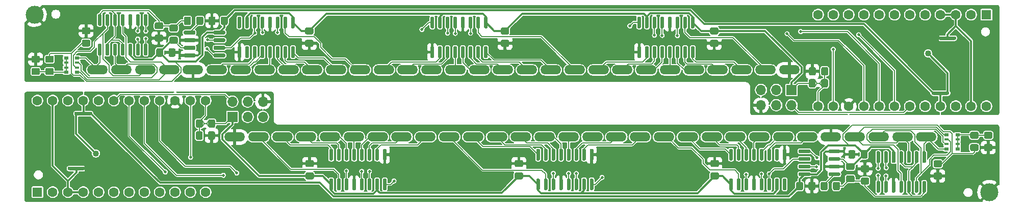
<source format=gbr>
G04 #@! TF.GenerationSoftware,KiCad,Pcbnew,5.1.6+dfsg1-1~bpo10+1*
G04 #@! TF.CreationDate,2020-08-19T09:24:56+03:00*
G04 #@! TF.ProjectId,CompactBeamspringP2,436f6d70-6163-4744-9265-616d73707269,0.0.3*
G04 #@! TF.SameCoordinates,PX67aa160PY86cd470*
G04 #@! TF.FileFunction,Copper,L2,Bot*
G04 #@! TF.FilePolarity,Positive*
%FSLAX46Y46*%
G04 Gerber Fmt 4.6, Leading zero omitted, Abs format (unit mm)*
G04 Created by KiCad (PCBNEW 5.1.6+dfsg1-1~bpo10+1) date 2020-08-19 09:24:56*
%MOMM*%
%LPD*%
G01*
G04 APERTURE LIST*
G04 #@! TA.AperFunction,EtchedComponent*
%ADD10C,0.150000*%
G04 #@! TD*
G04 #@! TA.AperFunction,EtchedComponent*
%ADD11C,0.100000*%
G04 #@! TD*
G04 #@! TA.AperFunction,ComponentPad*
%ADD12O,1.700000X1.700000*%
G04 #@! TD*
G04 #@! TA.AperFunction,ComponentPad*
%ADD13R,1.700000X1.700000*%
G04 #@! TD*
G04 #@! TA.AperFunction,ComponentPad*
%ADD14C,3.000000*%
G04 #@! TD*
G04 #@! TA.AperFunction,ViaPad*
%ADD15C,0.600000*%
G04 #@! TD*
G04 #@! TA.AperFunction,ComponentPad*
%ADD16O,3.420000X1.550000*%
G04 #@! TD*
G04 #@! TA.AperFunction,SMDPad,CuDef*
%ADD17R,0.800000X0.500000*%
G04 #@! TD*
G04 #@! TA.AperFunction,SMDPad,CuDef*
%ADD18R,0.800000X0.400000*%
G04 #@! TD*
G04 #@! TA.AperFunction,ComponentPad*
%ADD19R,1.600000X1.600000*%
G04 #@! TD*
G04 #@! TA.AperFunction,ComponentPad*
%ADD20C,1.600000*%
G04 #@! TD*
G04 #@! TA.AperFunction,ViaPad*
%ADD21C,0.508000*%
G04 #@! TD*
G04 #@! TA.AperFunction,ViaPad*
%ADD22C,1.016000*%
G04 #@! TD*
G04 #@! TA.AperFunction,Conductor*
%ADD23C,0.152400*%
G04 #@! TD*
G04 #@! TA.AperFunction,Conductor*
%ADD24C,0.304800*%
G04 #@! TD*
G04 #@! TA.AperFunction,Conductor*
%ADD25C,0.200000*%
G04 #@! TD*
G04 APERTURE END LIST*
D10*
X30750000Y13650000D02*
X30450000Y13250000D01*
X30450000Y13250000D02*
X30050000Y13250000D01*
X30050000Y13250000D02*
X29750000Y13650000D01*
X29750000Y12850000D02*
X30050000Y13250000D01*
X30450000Y13250000D02*
X30750000Y12850000D01*
D11*
G36*
X8771980Y14596600D02*
G01*
X11171980Y14596600D01*
X11171980Y15196600D01*
X8771980Y15196600D01*
X8771980Y14596600D01*
G37*
G36*
X7651840Y5452600D02*
G01*
X10051840Y5452600D01*
X10051840Y6052600D01*
X7651840Y6052600D01*
X7651840Y5452600D01*
G37*
D10*
X131500000Y19550000D02*
X131800000Y19950000D01*
X131800000Y19950000D02*
X132200000Y19950000D01*
X132200000Y19950000D02*
X132500000Y19550000D01*
X132500000Y20350000D02*
X132200000Y19950000D01*
X131800000Y19950000D02*
X131500000Y20350000D01*
D11*
G36*
X153478020Y18603400D02*
G01*
X151078020Y18603400D01*
X151078020Y18003400D01*
X153478020Y18003400D01*
X153478020Y18603400D01*
G37*
G36*
X154598160Y27747400D02*
G01*
X152198160Y27747400D01*
X152198160Y27147400D01*
X154598160Y27147400D01*
X154598160Y27747400D01*
G37*
D12*
X39778880Y16897100D03*
X39778880Y14357100D03*
X37238880Y16897100D03*
X37238880Y14357100D03*
X34698880Y16897100D03*
D13*
X34698880Y14357100D03*
D14*
X160400000Y1850000D03*
G04 #@! TA.AperFunction,SMDPad,CuDef*
G36*
G01*
X30675000Y10799999D02*
X30675000Y11700001D01*
G75*
G02*
X30924999Y11950000I249999J0D01*
G01*
X31575001Y11950000D01*
G75*
G02*
X31825000Y11700001I0J-249999D01*
G01*
X31825000Y10799999D01*
G75*
G02*
X31575001Y10550000I-249999J0D01*
G01*
X30924999Y10550000D01*
G75*
G02*
X30675000Y10799999I0J249999D01*
G01*
G37*
G04 #@! TD.AperFunction*
G04 #@! TA.AperFunction,SMDPad,CuDef*
G36*
G01*
X28625000Y10799999D02*
X28625000Y11700001D01*
G75*
G02*
X28874999Y11950000I249999J0D01*
G01*
X29525001Y11950000D01*
G75*
G02*
X29775000Y11700001I0J-249999D01*
G01*
X29775000Y10799999D01*
G75*
G02*
X29525001Y10550000I-249999J0D01*
G01*
X28874999Y10550000D01*
G75*
G02*
X28625000Y10799999I0J249999D01*
G01*
G37*
G04 #@! TD.AperFunction*
G04 #@! TA.AperFunction,SMDPad,CuDef*
G36*
G01*
X29800000Y13700001D02*
X29800000Y12799999D01*
G75*
G02*
X29550001Y12550000I-249999J0D01*
G01*
X28899999Y12550000D01*
G75*
G02*
X28650000Y12799999I0J249999D01*
G01*
X28650000Y13700001D01*
G75*
G02*
X28899999Y13950000I249999J0D01*
G01*
X29550001Y13950000D01*
G75*
G02*
X29800000Y13700001I0J-249999D01*
G01*
G37*
G04 #@! TD.AperFunction*
G04 #@! TA.AperFunction,SMDPad,CuDef*
G36*
G01*
X31850000Y13700001D02*
X31850000Y12799999D01*
G75*
G02*
X31600001Y12550000I-249999J0D01*
G01*
X30949999Y12550000D01*
G75*
G02*
X30700000Y12799999I0J249999D01*
G01*
X30700000Y13700001D01*
G75*
G02*
X30949999Y13950000I249999J0D01*
G01*
X31600001Y13950000D01*
G75*
G02*
X31850000Y13700001I0J-249999D01*
G01*
G37*
G04 #@! TD.AperFunction*
D15*
X11171980Y14896600D03*
X9971980Y14896600D03*
X8771980Y14896600D03*
X7651840Y5752600D03*
X8851840Y5752600D03*
X10051840Y5752600D03*
G04 #@! TA.AperFunction,SMDPad,CuDef*
G36*
G01*
X139282959Y4247480D02*
X140182961Y4247480D01*
G75*
G02*
X140432960Y3997481I0J-249999D01*
G01*
X140432960Y3347479D01*
G75*
G02*
X140182961Y3097480I-249999J0D01*
G01*
X139282959Y3097480D01*
G75*
G02*
X139032960Y3347479I0J249999D01*
G01*
X139032960Y3997481D01*
G75*
G02*
X139282959Y4247480I249999J0D01*
G01*
G37*
G04 #@! TD.AperFunction*
G04 #@! TA.AperFunction,SMDPad,CuDef*
G36*
G01*
X139282959Y6297480D02*
X140182961Y6297480D01*
G75*
G02*
X140432960Y6047481I0J-249999D01*
G01*
X140432960Y5397479D01*
G75*
G02*
X140182961Y5147480I-249999J0D01*
G01*
X139282959Y5147480D01*
G75*
G02*
X139032960Y5397479I0J249999D01*
G01*
X139032960Y6047481D01*
G75*
G02*
X139282959Y6297480I249999J0D01*
G01*
G37*
G04 #@! TD.AperFunction*
G04 #@! TA.AperFunction,SMDPad,CuDef*
G36*
G01*
X133527320Y3290741D02*
X133527320Y2390739D01*
G75*
G02*
X133277321Y2140740I-249999J0D01*
G01*
X132627319Y2140740D01*
G75*
G02*
X132377320Y2390739I0J249999D01*
G01*
X132377320Y3290741D01*
G75*
G02*
X132627319Y3540740I249999J0D01*
G01*
X133277321Y3540740D01*
G75*
G02*
X133527320Y3290741I0J-249999D01*
G01*
G37*
G04 #@! TD.AperFunction*
G04 #@! TA.AperFunction,SMDPad,CuDef*
G36*
G01*
X135577320Y3290741D02*
X135577320Y2390739D01*
G75*
G02*
X135327321Y2140740I-249999J0D01*
G01*
X134677319Y2140740D01*
G75*
G02*
X134427320Y2390739I0J249999D01*
G01*
X134427320Y3290741D01*
G75*
G02*
X134677319Y3540740I249999J0D01*
G01*
X135327321Y3540740D01*
G75*
G02*
X135577320Y3290741I0J-249999D01*
G01*
G37*
G04 #@! TD.AperFunction*
G04 #@! TA.AperFunction,SMDPad,CuDef*
G36*
G01*
X137742021Y5518320D02*
X136842019Y5518320D01*
G75*
G02*
X136592020Y5768319I0J249999D01*
G01*
X136592020Y6418321D01*
G75*
G02*
X136842019Y6668320I249999J0D01*
G01*
X137742021Y6668320D01*
G75*
G02*
X137992020Y6418321I0J-249999D01*
G01*
X137992020Y5768319D01*
G75*
G02*
X137742021Y5518320I-249999J0D01*
G01*
G37*
G04 #@! TD.AperFunction*
G04 #@! TA.AperFunction,SMDPad,CuDef*
G36*
G01*
X137742021Y3468320D02*
X136842019Y3468320D01*
G75*
G02*
X136592020Y3718319I0J249999D01*
G01*
X136592020Y4368321D01*
G75*
G02*
X136842019Y4618320I249999J0D01*
G01*
X137742021Y4618320D01*
G75*
G02*
X137992020Y4368321I0J-249999D01*
G01*
X137992020Y3718319D01*
G75*
G02*
X137742021Y3468320I-249999J0D01*
G01*
G37*
G04 #@! TD.AperFunction*
G04 #@! TA.AperFunction,SMDPad,CuDef*
G36*
G01*
X160652821Y10722780D02*
X159752819Y10722780D01*
G75*
G02*
X159502820Y10972779I0J249999D01*
G01*
X159502820Y11622781D01*
G75*
G02*
X159752819Y11872780I249999J0D01*
G01*
X160652821Y11872780D01*
G75*
G02*
X160902820Y11622781I0J-249999D01*
G01*
X160902820Y10972779D01*
G75*
G02*
X160652821Y10722780I-249999J0D01*
G01*
G37*
G04 #@! TD.AperFunction*
G04 #@! TA.AperFunction,SMDPad,CuDef*
G36*
G01*
X160652821Y8672780D02*
X159752819Y8672780D01*
G75*
G02*
X159502820Y8922779I0J249999D01*
G01*
X159502820Y9572781D01*
G75*
G02*
X159752819Y9822780I249999J0D01*
G01*
X160652821Y9822780D01*
G75*
G02*
X160902820Y9572781I0J-249999D01*
G01*
X160902820Y8922779D01*
G75*
G02*
X160652821Y8672780I-249999J0D01*
G01*
G37*
G04 #@! TD.AperFunction*
G04 #@! TA.AperFunction,SMDPad,CuDef*
G36*
G01*
X158346501Y10716540D02*
X157446499Y10716540D01*
G75*
G02*
X157196500Y10966539I0J249999D01*
G01*
X157196500Y11616541D01*
G75*
G02*
X157446499Y11866540I249999J0D01*
G01*
X158346501Y11866540D01*
G75*
G02*
X158596500Y11616541I0J-249999D01*
G01*
X158596500Y10966539D01*
G75*
G02*
X158346501Y10716540I-249999J0D01*
G01*
G37*
G04 #@! TD.AperFunction*
G04 #@! TA.AperFunction,SMDPad,CuDef*
G36*
G01*
X158346501Y8666540D02*
X157446499Y8666540D01*
G75*
G02*
X157196500Y8916539I0J249999D01*
G01*
X157196500Y9566541D01*
G75*
G02*
X157446499Y9816540I249999J0D01*
G01*
X158346501Y9816540D01*
G75*
G02*
X158596500Y9566541I0J-249999D01*
G01*
X158596500Y8916539D01*
G75*
G02*
X158346501Y8666540I-249999J0D01*
G01*
G37*
G04 #@! TD.AperFunction*
G04 #@! TA.AperFunction,SMDPad,CuDef*
G36*
G01*
X139032340Y7681559D02*
X139032340Y8581561D01*
G75*
G02*
X139282339Y8831560I249999J0D01*
G01*
X139932341Y8831560D01*
G75*
G02*
X140182340Y8581561I0J-249999D01*
G01*
X140182340Y7681559D01*
G75*
G02*
X139932341Y7431560I-249999J0D01*
G01*
X139282339Y7431560D01*
G75*
G02*
X139032340Y7681559I0J249999D01*
G01*
G37*
G04 #@! TD.AperFunction*
G04 #@! TA.AperFunction,SMDPad,CuDef*
G36*
G01*
X136982340Y7681559D02*
X136982340Y8581561D01*
G75*
G02*
X137232339Y8831560I249999J0D01*
G01*
X137882341Y8831560D01*
G75*
G02*
X138132340Y8581561I0J-249999D01*
G01*
X138132340Y7681559D01*
G75*
G02*
X137882341Y7431560I-249999J0D01*
G01*
X137232339Y7431560D01*
G75*
G02*
X136982340Y7681559I0J249999D01*
G01*
G37*
G04 #@! TD.AperFunction*
G04 #@! TA.AperFunction,SMDPad,CuDef*
G36*
G01*
X114332539Y5116160D02*
X115232541Y5116160D01*
G75*
G02*
X115482540Y4866161I0J-249999D01*
G01*
X115482540Y4216159D01*
G75*
G02*
X115232541Y3966160I-249999J0D01*
G01*
X114332539Y3966160D01*
G75*
G02*
X114082540Y4216159I0J249999D01*
G01*
X114082540Y4866161D01*
G75*
G02*
X114332539Y5116160I249999J0D01*
G01*
G37*
G04 #@! TD.AperFunction*
G04 #@! TA.AperFunction,SMDPad,CuDef*
G36*
G01*
X114332539Y7166160D02*
X115232541Y7166160D01*
G75*
G02*
X115482540Y6916161I0J-249999D01*
G01*
X115482540Y6266159D01*
G75*
G02*
X115232541Y6016160I-249999J0D01*
G01*
X114332539Y6016160D01*
G75*
G02*
X114082540Y6266159I0J249999D01*
G01*
X114082540Y6916161D01*
G75*
G02*
X114332539Y7166160I249999J0D01*
G01*
G37*
G04 #@! TD.AperFunction*
G04 #@! TA.AperFunction,SMDPad,CuDef*
G36*
G01*
X81831719Y5116160D02*
X82731721Y5116160D01*
G75*
G02*
X82981720Y4866161I0J-249999D01*
G01*
X82981720Y4216159D01*
G75*
G02*
X82731721Y3966160I-249999J0D01*
G01*
X81831719Y3966160D01*
G75*
G02*
X81581720Y4216159I0J249999D01*
G01*
X81581720Y4866161D01*
G75*
G02*
X81831719Y5116160I249999J0D01*
G01*
G37*
G04 #@! TD.AperFunction*
G04 #@! TA.AperFunction,SMDPad,CuDef*
G36*
G01*
X81831719Y7166160D02*
X82731721Y7166160D01*
G75*
G02*
X82981720Y6916161I0J-249999D01*
G01*
X82981720Y6266159D01*
G75*
G02*
X82731721Y6016160I-249999J0D01*
G01*
X81831719Y6016160D01*
G75*
G02*
X81581720Y6266159I0J249999D01*
G01*
X81581720Y6916161D01*
G75*
G02*
X81831719Y7166160I249999J0D01*
G01*
G37*
G04 #@! TD.AperFunction*
G04 #@! TA.AperFunction,SMDPad,CuDef*
G36*
G01*
X152273361Y5988220D02*
X151373359Y5988220D01*
G75*
G02*
X151123360Y6238219I0J249999D01*
G01*
X151123360Y6888221D01*
G75*
G02*
X151373359Y7138220I249999J0D01*
G01*
X152273361Y7138220D01*
G75*
G02*
X152523360Y6888221I0J-249999D01*
G01*
X152523360Y6238219D01*
G75*
G02*
X152273361Y5988220I-249999J0D01*
G01*
G37*
G04 #@! TD.AperFunction*
G04 #@! TA.AperFunction,SMDPad,CuDef*
G36*
G01*
X152273361Y3938220D02*
X151373359Y3938220D01*
G75*
G02*
X151123360Y4188219I0J249999D01*
G01*
X151123360Y4838221D01*
G75*
G02*
X151373359Y5088220I249999J0D01*
G01*
X152273361Y5088220D01*
G75*
G02*
X152523360Y4838221I0J-249999D01*
G01*
X152523360Y4188219D01*
G75*
G02*
X152273361Y3938220I-249999J0D01*
G01*
G37*
G04 #@! TD.AperFunction*
G04 #@! TA.AperFunction,SMDPad,CuDef*
G36*
G01*
X47092139Y5116160D02*
X47992141Y5116160D01*
G75*
G02*
X48242140Y4866161I0J-249999D01*
G01*
X48242140Y4216159D01*
G75*
G02*
X47992141Y3966160I-249999J0D01*
G01*
X47092139Y3966160D01*
G75*
G02*
X46842140Y4216159I0J249999D01*
G01*
X46842140Y4866161D01*
G75*
G02*
X47092139Y5116160I249999J0D01*
G01*
G37*
G04 #@! TD.AperFunction*
G04 #@! TA.AperFunction,SMDPad,CuDef*
G36*
G01*
X47092139Y7166160D02*
X47992141Y7166160D01*
G75*
G02*
X48242140Y6916161I0J-249999D01*
G01*
X48242140Y6266159D01*
G75*
G02*
X47992141Y6016160I-249999J0D01*
G01*
X47092139Y6016160D01*
G75*
G02*
X46842140Y6266159I0J249999D01*
G01*
X46842140Y6916161D01*
G75*
G02*
X47092139Y7166160I249999J0D01*
G01*
G37*
G04 #@! TD.AperFunction*
G04 #@! TA.AperFunction,SMDPad,CuDef*
G36*
G01*
X129460780Y3290741D02*
X129460780Y2390739D01*
G75*
G02*
X129210781Y2140740I-249999J0D01*
G01*
X128560779Y2140740D01*
G75*
G02*
X128310780Y2390739I0J249999D01*
G01*
X128310780Y3290741D01*
G75*
G02*
X128560779Y3540740I249999J0D01*
G01*
X129210781Y3540740D01*
G75*
G02*
X129460780Y3290741I0J-249999D01*
G01*
G37*
G04 #@! TD.AperFunction*
G04 #@! TA.AperFunction,SMDPad,CuDef*
G36*
G01*
X131510780Y3290741D02*
X131510780Y2390739D01*
G75*
G02*
X131260781Y2140740I-249999J0D01*
G01*
X130610779Y2140740D01*
G75*
G02*
X130360780Y2390739I0J249999D01*
G01*
X130360780Y3290741D01*
G75*
G02*
X130610779Y3540740I249999J0D01*
G01*
X131260781Y3540740D01*
G75*
G02*
X131510780Y3290741I0J-249999D01*
G01*
G37*
G04 #@! TD.AperFunction*
G04 #@! TA.AperFunction,SMDPad,CuDef*
G36*
G01*
X85310780Y9046640D02*
X85610780Y9046640D01*
G75*
G02*
X85760780Y8896640I0J-150000D01*
G01*
X85760780Y7246640D01*
G75*
G02*
X85610780Y7096640I-150000J0D01*
G01*
X85310780Y7096640D01*
G75*
G02*
X85160780Y7246640I0J150000D01*
G01*
X85160780Y8896640D01*
G75*
G02*
X85310780Y9046640I150000J0D01*
G01*
G37*
G04 #@! TD.AperFunction*
G04 #@! TA.AperFunction,SMDPad,CuDef*
G36*
G01*
X86580780Y9046640D02*
X86880780Y9046640D01*
G75*
G02*
X87030780Y8896640I0J-150000D01*
G01*
X87030780Y7246640D01*
G75*
G02*
X86880780Y7096640I-150000J0D01*
G01*
X86580780Y7096640D01*
G75*
G02*
X86430780Y7246640I0J150000D01*
G01*
X86430780Y8896640D01*
G75*
G02*
X86580780Y9046640I150000J0D01*
G01*
G37*
G04 #@! TD.AperFunction*
G04 #@! TA.AperFunction,SMDPad,CuDef*
G36*
G01*
X87850780Y9046640D02*
X88150780Y9046640D01*
G75*
G02*
X88300780Y8896640I0J-150000D01*
G01*
X88300780Y7246640D01*
G75*
G02*
X88150780Y7096640I-150000J0D01*
G01*
X87850780Y7096640D01*
G75*
G02*
X87700780Y7246640I0J150000D01*
G01*
X87700780Y8896640D01*
G75*
G02*
X87850780Y9046640I150000J0D01*
G01*
G37*
G04 #@! TD.AperFunction*
G04 #@! TA.AperFunction,SMDPad,CuDef*
G36*
G01*
X89120780Y9046640D02*
X89420780Y9046640D01*
G75*
G02*
X89570780Y8896640I0J-150000D01*
G01*
X89570780Y7246640D01*
G75*
G02*
X89420780Y7096640I-150000J0D01*
G01*
X89120780Y7096640D01*
G75*
G02*
X88970780Y7246640I0J150000D01*
G01*
X88970780Y8896640D01*
G75*
G02*
X89120780Y9046640I150000J0D01*
G01*
G37*
G04 #@! TD.AperFunction*
G04 #@! TA.AperFunction,SMDPad,CuDef*
G36*
G01*
X90390780Y9046640D02*
X90690780Y9046640D01*
G75*
G02*
X90840780Y8896640I0J-150000D01*
G01*
X90840780Y7246640D01*
G75*
G02*
X90690780Y7096640I-150000J0D01*
G01*
X90390780Y7096640D01*
G75*
G02*
X90240780Y7246640I0J150000D01*
G01*
X90240780Y8896640D01*
G75*
G02*
X90390780Y9046640I150000J0D01*
G01*
G37*
G04 #@! TD.AperFunction*
G04 #@! TA.AperFunction,SMDPad,CuDef*
G36*
G01*
X91660780Y9046640D02*
X91960780Y9046640D01*
G75*
G02*
X92110780Y8896640I0J-150000D01*
G01*
X92110780Y7246640D01*
G75*
G02*
X91960780Y7096640I-150000J0D01*
G01*
X91660780Y7096640D01*
G75*
G02*
X91510780Y7246640I0J150000D01*
G01*
X91510780Y8896640D01*
G75*
G02*
X91660780Y9046640I150000J0D01*
G01*
G37*
G04 #@! TD.AperFunction*
G04 #@! TA.AperFunction,SMDPad,CuDef*
G36*
G01*
X92930780Y9046640D02*
X93230780Y9046640D01*
G75*
G02*
X93380780Y8896640I0J-150000D01*
G01*
X93380780Y7246640D01*
G75*
G02*
X93230780Y7096640I-150000J0D01*
G01*
X92930780Y7096640D01*
G75*
G02*
X92780780Y7246640I0J150000D01*
G01*
X92780780Y8896640D01*
G75*
G02*
X92930780Y9046640I150000J0D01*
G01*
G37*
G04 #@! TD.AperFunction*
G04 #@! TA.AperFunction,SMDPad,CuDef*
G36*
G01*
X94200780Y9046640D02*
X94500780Y9046640D01*
G75*
G02*
X94650780Y8896640I0J-150000D01*
G01*
X94650780Y7246640D01*
G75*
G02*
X94500780Y7096640I-150000J0D01*
G01*
X94200780Y7096640D01*
G75*
G02*
X94050780Y7246640I0J150000D01*
G01*
X94050780Y8896640D01*
G75*
G02*
X94200780Y9046640I150000J0D01*
G01*
G37*
G04 #@! TD.AperFunction*
G04 #@! TA.AperFunction,SMDPad,CuDef*
G36*
G01*
X94200780Y4096640D02*
X94500780Y4096640D01*
G75*
G02*
X94650780Y3946640I0J-150000D01*
G01*
X94650780Y2296640D01*
G75*
G02*
X94500780Y2146640I-150000J0D01*
G01*
X94200780Y2146640D01*
G75*
G02*
X94050780Y2296640I0J150000D01*
G01*
X94050780Y3946640D01*
G75*
G02*
X94200780Y4096640I150000J0D01*
G01*
G37*
G04 #@! TD.AperFunction*
G04 #@! TA.AperFunction,SMDPad,CuDef*
G36*
G01*
X92930780Y4096640D02*
X93230780Y4096640D01*
G75*
G02*
X93380780Y3946640I0J-150000D01*
G01*
X93380780Y2296640D01*
G75*
G02*
X93230780Y2146640I-150000J0D01*
G01*
X92930780Y2146640D01*
G75*
G02*
X92780780Y2296640I0J150000D01*
G01*
X92780780Y3946640D01*
G75*
G02*
X92930780Y4096640I150000J0D01*
G01*
G37*
G04 #@! TD.AperFunction*
G04 #@! TA.AperFunction,SMDPad,CuDef*
G36*
G01*
X91660780Y4096640D02*
X91960780Y4096640D01*
G75*
G02*
X92110780Y3946640I0J-150000D01*
G01*
X92110780Y2296640D01*
G75*
G02*
X91960780Y2146640I-150000J0D01*
G01*
X91660780Y2146640D01*
G75*
G02*
X91510780Y2296640I0J150000D01*
G01*
X91510780Y3946640D01*
G75*
G02*
X91660780Y4096640I150000J0D01*
G01*
G37*
G04 #@! TD.AperFunction*
G04 #@! TA.AperFunction,SMDPad,CuDef*
G36*
G01*
X90390780Y4096640D02*
X90690780Y4096640D01*
G75*
G02*
X90840780Y3946640I0J-150000D01*
G01*
X90840780Y2296640D01*
G75*
G02*
X90690780Y2146640I-150000J0D01*
G01*
X90390780Y2146640D01*
G75*
G02*
X90240780Y2296640I0J150000D01*
G01*
X90240780Y3946640D01*
G75*
G02*
X90390780Y4096640I150000J0D01*
G01*
G37*
G04 #@! TD.AperFunction*
G04 #@! TA.AperFunction,SMDPad,CuDef*
G36*
G01*
X89120780Y4096640D02*
X89420780Y4096640D01*
G75*
G02*
X89570780Y3946640I0J-150000D01*
G01*
X89570780Y2296640D01*
G75*
G02*
X89420780Y2146640I-150000J0D01*
G01*
X89120780Y2146640D01*
G75*
G02*
X88970780Y2296640I0J150000D01*
G01*
X88970780Y3946640D01*
G75*
G02*
X89120780Y4096640I150000J0D01*
G01*
G37*
G04 #@! TD.AperFunction*
G04 #@! TA.AperFunction,SMDPad,CuDef*
G36*
G01*
X87850780Y4096640D02*
X88150780Y4096640D01*
G75*
G02*
X88300780Y3946640I0J-150000D01*
G01*
X88300780Y2296640D01*
G75*
G02*
X88150780Y2146640I-150000J0D01*
G01*
X87850780Y2146640D01*
G75*
G02*
X87700780Y2296640I0J150000D01*
G01*
X87700780Y3946640D01*
G75*
G02*
X87850780Y4096640I150000J0D01*
G01*
G37*
G04 #@! TD.AperFunction*
G04 #@! TA.AperFunction,SMDPad,CuDef*
G36*
G01*
X86580780Y4096640D02*
X86880780Y4096640D01*
G75*
G02*
X87030780Y3946640I0J-150000D01*
G01*
X87030780Y2296640D01*
G75*
G02*
X86880780Y2146640I-150000J0D01*
G01*
X86580780Y2146640D01*
G75*
G02*
X86430780Y2296640I0J150000D01*
G01*
X86430780Y3946640D01*
G75*
G02*
X86580780Y4096640I150000J0D01*
G01*
G37*
G04 #@! TD.AperFunction*
G04 #@! TA.AperFunction,SMDPad,CuDef*
G36*
G01*
X85310780Y4096640D02*
X85610780Y4096640D01*
G75*
G02*
X85760780Y3946640I0J-150000D01*
G01*
X85760780Y2296640D01*
G75*
G02*
X85610780Y2146640I-150000J0D01*
G01*
X85310780Y2146640D01*
G75*
G02*
X85160780Y2296640I0J150000D01*
G01*
X85160780Y3946640D01*
G75*
G02*
X85310780Y4096640I150000J0D01*
G01*
G37*
G04 #@! TD.AperFunction*
D16*
X35081660Y11024620D03*
X39041660Y11024620D03*
X43001660Y11024620D03*
X46961660Y11024620D03*
X50921660Y11024620D03*
X54881660Y11024620D03*
X58841660Y11024620D03*
X62801660Y11024620D03*
X66761660Y11024620D03*
X70721660Y11024620D03*
X74681660Y11024620D03*
X78641660Y11024620D03*
X82601660Y11024620D03*
X86561660Y11024620D03*
X90521660Y11024620D03*
X94481660Y11024620D03*
X98441660Y11024620D03*
X102401660Y11024620D03*
X106361660Y11024620D03*
X110321660Y11024620D03*
X114281660Y11024620D03*
X118241660Y11024620D03*
X122201660Y11024620D03*
X126161660Y11024620D03*
X130121660Y11024620D03*
X134081660Y11024620D03*
X138041660Y11024620D03*
X142001660Y11024620D03*
X145961660Y11024620D03*
X149921660Y11024620D03*
D17*
X153305720Y9011820D03*
D18*
X153305720Y9811820D03*
D17*
X153305720Y11411820D03*
D18*
X153305720Y10611820D03*
D17*
X155105720Y9011820D03*
D18*
X155105720Y10611820D03*
X155105720Y9811820D03*
D17*
X155105720Y11411820D03*
D19*
X2346900Y1833380D03*
D20*
X4886900Y1833380D03*
X7426900Y1833380D03*
X9966900Y1833380D03*
X12506900Y1833380D03*
X15046900Y1833380D03*
X17586900Y1833380D03*
X20126900Y1833380D03*
X22666900Y1833380D03*
X25206900Y1833380D03*
X27746900Y1833380D03*
X30286900Y1833380D03*
X30286900Y17073380D03*
X27746900Y17073380D03*
X25206900Y17073380D03*
X22666900Y17073380D03*
X20126900Y17073380D03*
X17586900Y17073380D03*
X15046900Y17073380D03*
X12506900Y17073380D03*
X9966900Y17073380D03*
X7426900Y17073380D03*
X4886900Y17073380D03*
X2346900Y17073380D03*
G04 #@! TA.AperFunction,SMDPad,CuDef*
G36*
G01*
X133671380Y4651620D02*
X133671380Y4951620D01*
G75*
G02*
X133821380Y5101620I150000J0D01*
G01*
X135471380Y5101620D01*
G75*
G02*
X135621380Y4951620I0J-150000D01*
G01*
X135621380Y4651620D01*
G75*
G02*
X135471380Y4501620I-150000J0D01*
G01*
X133821380Y4501620D01*
G75*
G02*
X133671380Y4651620I0J150000D01*
G01*
G37*
G04 #@! TD.AperFunction*
G04 #@! TA.AperFunction,SMDPad,CuDef*
G36*
G01*
X133671380Y5921620D02*
X133671380Y6221620D01*
G75*
G02*
X133821380Y6371620I150000J0D01*
G01*
X135471380Y6371620D01*
G75*
G02*
X135621380Y6221620I0J-150000D01*
G01*
X135621380Y5921620D01*
G75*
G02*
X135471380Y5771620I-150000J0D01*
G01*
X133821380Y5771620D01*
G75*
G02*
X133671380Y5921620I0J150000D01*
G01*
G37*
G04 #@! TD.AperFunction*
G04 #@! TA.AperFunction,SMDPad,CuDef*
G36*
G01*
X133671380Y7191620D02*
X133671380Y7491620D01*
G75*
G02*
X133821380Y7641620I150000J0D01*
G01*
X135471380Y7641620D01*
G75*
G02*
X135621380Y7491620I0J-150000D01*
G01*
X135621380Y7191620D01*
G75*
G02*
X135471380Y7041620I-150000J0D01*
G01*
X133821380Y7041620D01*
G75*
G02*
X133671380Y7191620I0J150000D01*
G01*
G37*
G04 #@! TD.AperFunction*
G04 #@! TA.AperFunction,SMDPad,CuDef*
G36*
G01*
X133671380Y8461620D02*
X133671380Y8761620D01*
G75*
G02*
X133821380Y8911620I150000J0D01*
G01*
X135471380Y8911620D01*
G75*
G02*
X135621380Y8761620I0J-150000D01*
G01*
X135621380Y8461620D01*
G75*
G02*
X135471380Y8311620I-150000J0D01*
G01*
X133821380Y8311620D01*
G75*
G02*
X133671380Y8461620I0J150000D01*
G01*
G37*
G04 #@! TD.AperFunction*
G04 #@! TA.AperFunction,SMDPad,CuDef*
G36*
G01*
X128721380Y8461620D02*
X128721380Y8761620D01*
G75*
G02*
X128871380Y8911620I150000J0D01*
G01*
X130521380Y8911620D01*
G75*
G02*
X130671380Y8761620I0J-150000D01*
G01*
X130671380Y8461620D01*
G75*
G02*
X130521380Y8311620I-150000J0D01*
G01*
X128871380Y8311620D01*
G75*
G02*
X128721380Y8461620I0J150000D01*
G01*
G37*
G04 #@! TD.AperFunction*
G04 #@! TA.AperFunction,SMDPad,CuDef*
G36*
G01*
X128721380Y7191620D02*
X128721380Y7491620D01*
G75*
G02*
X128871380Y7641620I150000J0D01*
G01*
X130521380Y7641620D01*
G75*
G02*
X130671380Y7491620I0J-150000D01*
G01*
X130671380Y7191620D01*
G75*
G02*
X130521380Y7041620I-150000J0D01*
G01*
X128871380Y7041620D01*
G75*
G02*
X128721380Y7191620I0J150000D01*
G01*
G37*
G04 #@! TD.AperFunction*
G04 #@! TA.AperFunction,SMDPad,CuDef*
G36*
G01*
X128721380Y5921620D02*
X128721380Y6221620D01*
G75*
G02*
X128871380Y6371620I150000J0D01*
G01*
X130521380Y6371620D01*
G75*
G02*
X130671380Y6221620I0J-150000D01*
G01*
X130671380Y5921620D01*
G75*
G02*
X130521380Y5771620I-150000J0D01*
G01*
X128871380Y5771620D01*
G75*
G02*
X128721380Y5921620I0J150000D01*
G01*
G37*
G04 #@! TD.AperFunction*
G04 #@! TA.AperFunction,SMDPad,CuDef*
G36*
G01*
X128721380Y4651620D02*
X128721380Y4951620D01*
G75*
G02*
X128871380Y5101620I150000J0D01*
G01*
X130521380Y5101620D01*
G75*
G02*
X130671380Y4951620I0J-150000D01*
G01*
X130671380Y4651620D01*
G75*
G02*
X130521380Y4501620I-150000J0D01*
G01*
X128871380Y4501620D01*
G75*
G02*
X128721380Y4651620I0J150000D01*
G01*
G37*
G04 #@! TD.AperFunction*
G04 #@! TA.AperFunction,SMDPad,CuDef*
G36*
G01*
X117342720Y4096640D02*
X117642720Y4096640D01*
G75*
G02*
X117792720Y3946640I0J-150000D01*
G01*
X117792720Y2296640D01*
G75*
G02*
X117642720Y2146640I-150000J0D01*
G01*
X117342720Y2146640D01*
G75*
G02*
X117192720Y2296640I0J150000D01*
G01*
X117192720Y3946640D01*
G75*
G02*
X117342720Y4096640I150000J0D01*
G01*
G37*
G04 #@! TD.AperFunction*
G04 #@! TA.AperFunction,SMDPad,CuDef*
G36*
G01*
X118612720Y4096640D02*
X118912720Y4096640D01*
G75*
G02*
X119062720Y3946640I0J-150000D01*
G01*
X119062720Y2296640D01*
G75*
G02*
X118912720Y2146640I-150000J0D01*
G01*
X118612720Y2146640D01*
G75*
G02*
X118462720Y2296640I0J150000D01*
G01*
X118462720Y3946640D01*
G75*
G02*
X118612720Y4096640I150000J0D01*
G01*
G37*
G04 #@! TD.AperFunction*
G04 #@! TA.AperFunction,SMDPad,CuDef*
G36*
G01*
X119882720Y4096640D02*
X120182720Y4096640D01*
G75*
G02*
X120332720Y3946640I0J-150000D01*
G01*
X120332720Y2296640D01*
G75*
G02*
X120182720Y2146640I-150000J0D01*
G01*
X119882720Y2146640D01*
G75*
G02*
X119732720Y2296640I0J150000D01*
G01*
X119732720Y3946640D01*
G75*
G02*
X119882720Y4096640I150000J0D01*
G01*
G37*
G04 #@! TD.AperFunction*
G04 #@! TA.AperFunction,SMDPad,CuDef*
G36*
G01*
X121152720Y4096640D02*
X121452720Y4096640D01*
G75*
G02*
X121602720Y3946640I0J-150000D01*
G01*
X121602720Y2296640D01*
G75*
G02*
X121452720Y2146640I-150000J0D01*
G01*
X121152720Y2146640D01*
G75*
G02*
X121002720Y2296640I0J150000D01*
G01*
X121002720Y3946640D01*
G75*
G02*
X121152720Y4096640I150000J0D01*
G01*
G37*
G04 #@! TD.AperFunction*
G04 #@! TA.AperFunction,SMDPad,CuDef*
G36*
G01*
X122422720Y4096640D02*
X122722720Y4096640D01*
G75*
G02*
X122872720Y3946640I0J-150000D01*
G01*
X122872720Y2296640D01*
G75*
G02*
X122722720Y2146640I-150000J0D01*
G01*
X122422720Y2146640D01*
G75*
G02*
X122272720Y2296640I0J150000D01*
G01*
X122272720Y3946640D01*
G75*
G02*
X122422720Y4096640I150000J0D01*
G01*
G37*
G04 #@! TD.AperFunction*
G04 #@! TA.AperFunction,SMDPad,CuDef*
G36*
G01*
X123692720Y4096640D02*
X123992720Y4096640D01*
G75*
G02*
X124142720Y3946640I0J-150000D01*
G01*
X124142720Y2296640D01*
G75*
G02*
X123992720Y2146640I-150000J0D01*
G01*
X123692720Y2146640D01*
G75*
G02*
X123542720Y2296640I0J150000D01*
G01*
X123542720Y3946640D01*
G75*
G02*
X123692720Y4096640I150000J0D01*
G01*
G37*
G04 #@! TD.AperFunction*
G04 #@! TA.AperFunction,SMDPad,CuDef*
G36*
G01*
X124962720Y4096640D02*
X125262720Y4096640D01*
G75*
G02*
X125412720Y3946640I0J-150000D01*
G01*
X125412720Y2296640D01*
G75*
G02*
X125262720Y2146640I-150000J0D01*
G01*
X124962720Y2146640D01*
G75*
G02*
X124812720Y2296640I0J150000D01*
G01*
X124812720Y3946640D01*
G75*
G02*
X124962720Y4096640I150000J0D01*
G01*
G37*
G04 #@! TD.AperFunction*
G04 #@! TA.AperFunction,SMDPad,CuDef*
G36*
G01*
X126232720Y4096640D02*
X126532720Y4096640D01*
G75*
G02*
X126682720Y3946640I0J-150000D01*
G01*
X126682720Y2296640D01*
G75*
G02*
X126532720Y2146640I-150000J0D01*
G01*
X126232720Y2146640D01*
G75*
G02*
X126082720Y2296640I0J150000D01*
G01*
X126082720Y3946640D01*
G75*
G02*
X126232720Y4096640I150000J0D01*
G01*
G37*
G04 #@! TD.AperFunction*
G04 #@! TA.AperFunction,SMDPad,CuDef*
G36*
G01*
X126232720Y9046640D02*
X126532720Y9046640D01*
G75*
G02*
X126682720Y8896640I0J-150000D01*
G01*
X126682720Y7246640D01*
G75*
G02*
X126532720Y7096640I-150000J0D01*
G01*
X126232720Y7096640D01*
G75*
G02*
X126082720Y7246640I0J150000D01*
G01*
X126082720Y8896640D01*
G75*
G02*
X126232720Y9046640I150000J0D01*
G01*
G37*
G04 #@! TD.AperFunction*
G04 #@! TA.AperFunction,SMDPad,CuDef*
G36*
G01*
X124962720Y9046640D02*
X125262720Y9046640D01*
G75*
G02*
X125412720Y8896640I0J-150000D01*
G01*
X125412720Y7246640D01*
G75*
G02*
X125262720Y7096640I-150000J0D01*
G01*
X124962720Y7096640D01*
G75*
G02*
X124812720Y7246640I0J150000D01*
G01*
X124812720Y8896640D01*
G75*
G02*
X124962720Y9046640I150000J0D01*
G01*
G37*
G04 #@! TD.AperFunction*
G04 #@! TA.AperFunction,SMDPad,CuDef*
G36*
G01*
X123692720Y9046640D02*
X123992720Y9046640D01*
G75*
G02*
X124142720Y8896640I0J-150000D01*
G01*
X124142720Y7246640D01*
G75*
G02*
X123992720Y7096640I-150000J0D01*
G01*
X123692720Y7096640D01*
G75*
G02*
X123542720Y7246640I0J150000D01*
G01*
X123542720Y8896640D01*
G75*
G02*
X123692720Y9046640I150000J0D01*
G01*
G37*
G04 #@! TD.AperFunction*
G04 #@! TA.AperFunction,SMDPad,CuDef*
G36*
G01*
X122422720Y9046640D02*
X122722720Y9046640D01*
G75*
G02*
X122872720Y8896640I0J-150000D01*
G01*
X122872720Y7246640D01*
G75*
G02*
X122722720Y7096640I-150000J0D01*
G01*
X122422720Y7096640D01*
G75*
G02*
X122272720Y7246640I0J150000D01*
G01*
X122272720Y8896640D01*
G75*
G02*
X122422720Y9046640I150000J0D01*
G01*
G37*
G04 #@! TD.AperFunction*
G04 #@! TA.AperFunction,SMDPad,CuDef*
G36*
G01*
X121152720Y9046640D02*
X121452720Y9046640D01*
G75*
G02*
X121602720Y8896640I0J-150000D01*
G01*
X121602720Y7246640D01*
G75*
G02*
X121452720Y7096640I-150000J0D01*
G01*
X121152720Y7096640D01*
G75*
G02*
X121002720Y7246640I0J150000D01*
G01*
X121002720Y8896640D01*
G75*
G02*
X121152720Y9046640I150000J0D01*
G01*
G37*
G04 #@! TD.AperFunction*
G04 #@! TA.AperFunction,SMDPad,CuDef*
G36*
G01*
X119882720Y9046640D02*
X120182720Y9046640D01*
G75*
G02*
X120332720Y8896640I0J-150000D01*
G01*
X120332720Y7246640D01*
G75*
G02*
X120182720Y7096640I-150000J0D01*
G01*
X119882720Y7096640D01*
G75*
G02*
X119732720Y7246640I0J150000D01*
G01*
X119732720Y8896640D01*
G75*
G02*
X119882720Y9046640I150000J0D01*
G01*
G37*
G04 #@! TD.AperFunction*
G04 #@! TA.AperFunction,SMDPad,CuDef*
G36*
G01*
X118612720Y9046640D02*
X118912720Y9046640D01*
G75*
G02*
X119062720Y8896640I0J-150000D01*
G01*
X119062720Y7246640D01*
G75*
G02*
X118912720Y7096640I-150000J0D01*
G01*
X118612720Y7096640D01*
G75*
G02*
X118462720Y7246640I0J150000D01*
G01*
X118462720Y8896640D01*
G75*
G02*
X118612720Y9046640I150000J0D01*
G01*
G37*
G04 #@! TD.AperFunction*
G04 #@! TA.AperFunction,SMDPad,CuDef*
G36*
G01*
X117342720Y9046640D02*
X117642720Y9046640D01*
G75*
G02*
X117792720Y8896640I0J-150000D01*
G01*
X117792720Y7246640D01*
G75*
G02*
X117642720Y7096640I-150000J0D01*
G01*
X117342720Y7096640D01*
G75*
G02*
X117192720Y7246640I0J150000D01*
G01*
X117192720Y8896640D01*
G75*
G02*
X117342720Y9046640I150000J0D01*
G01*
G37*
G04 #@! TD.AperFunction*
G04 #@! TA.AperFunction,SMDPad,CuDef*
G36*
G01*
X141792760Y8630080D02*
X142092760Y8630080D01*
G75*
G02*
X142242760Y8480080I0J-150000D01*
G01*
X142242760Y6830080D01*
G75*
G02*
X142092760Y6680080I-150000J0D01*
G01*
X141792760Y6680080D01*
G75*
G02*
X141642760Y6830080I0J150000D01*
G01*
X141642760Y8480080D01*
G75*
G02*
X141792760Y8630080I150000J0D01*
G01*
G37*
G04 #@! TD.AperFunction*
G04 #@! TA.AperFunction,SMDPad,CuDef*
G36*
G01*
X143062760Y8630080D02*
X143362760Y8630080D01*
G75*
G02*
X143512760Y8480080I0J-150000D01*
G01*
X143512760Y6830080D01*
G75*
G02*
X143362760Y6680080I-150000J0D01*
G01*
X143062760Y6680080D01*
G75*
G02*
X142912760Y6830080I0J150000D01*
G01*
X142912760Y8480080D01*
G75*
G02*
X143062760Y8630080I150000J0D01*
G01*
G37*
G04 #@! TD.AperFunction*
G04 #@! TA.AperFunction,SMDPad,CuDef*
G36*
G01*
X144332760Y8630080D02*
X144632760Y8630080D01*
G75*
G02*
X144782760Y8480080I0J-150000D01*
G01*
X144782760Y6830080D01*
G75*
G02*
X144632760Y6680080I-150000J0D01*
G01*
X144332760Y6680080D01*
G75*
G02*
X144182760Y6830080I0J150000D01*
G01*
X144182760Y8480080D01*
G75*
G02*
X144332760Y8630080I150000J0D01*
G01*
G37*
G04 #@! TD.AperFunction*
G04 #@! TA.AperFunction,SMDPad,CuDef*
G36*
G01*
X145602760Y8630080D02*
X145902760Y8630080D01*
G75*
G02*
X146052760Y8480080I0J-150000D01*
G01*
X146052760Y6830080D01*
G75*
G02*
X145902760Y6680080I-150000J0D01*
G01*
X145602760Y6680080D01*
G75*
G02*
X145452760Y6830080I0J150000D01*
G01*
X145452760Y8480080D01*
G75*
G02*
X145602760Y8630080I150000J0D01*
G01*
G37*
G04 #@! TD.AperFunction*
G04 #@! TA.AperFunction,SMDPad,CuDef*
G36*
G01*
X146872760Y8630080D02*
X147172760Y8630080D01*
G75*
G02*
X147322760Y8480080I0J-150000D01*
G01*
X147322760Y6830080D01*
G75*
G02*
X147172760Y6680080I-150000J0D01*
G01*
X146872760Y6680080D01*
G75*
G02*
X146722760Y6830080I0J150000D01*
G01*
X146722760Y8480080D01*
G75*
G02*
X146872760Y8630080I150000J0D01*
G01*
G37*
G04 #@! TD.AperFunction*
G04 #@! TA.AperFunction,SMDPad,CuDef*
G36*
G01*
X148142760Y8630080D02*
X148442760Y8630080D01*
G75*
G02*
X148592760Y8480080I0J-150000D01*
G01*
X148592760Y6830080D01*
G75*
G02*
X148442760Y6680080I-150000J0D01*
G01*
X148142760Y6680080D01*
G75*
G02*
X147992760Y6830080I0J150000D01*
G01*
X147992760Y8480080D01*
G75*
G02*
X148142760Y8630080I150000J0D01*
G01*
G37*
G04 #@! TD.AperFunction*
G04 #@! TA.AperFunction,SMDPad,CuDef*
G36*
G01*
X149412760Y8630080D02*
X149712760Y8630080D01*
G75*
G02*
X149862760Y8480080I0J-150000D01*
G01*
X149862760Y6830080D01*
G75*
G02*
X149712760Y6680080I-150000J0D01*
G01*
X149412760Y6680080D01*
G75*
G02*
X149262760Y6830080I0J150000D01*
G01*
X149262760Y8480080D01*
G75*
G02*
X149412760Y8630080I150000J0D01*
G01*
G37*
G04 #@! TD.AperFunction*
G04 #@! TA.AperFunction,SMDPad,CuDef*
G36*
G01*
X149412760Y3680080D02*
X149712760Y3680080D01*
G75*
G02*
X149862760Y3530080I0J-150000D01*
G01*
X149862760Y1880080D01*
G75*
G02*
X149712760Y1730080I-150000J0D01*
G01*
X149412760Y1730080D01*
G75*
G02*
X149262760Y1880080I0J150000D01*
G01*
X149262760Y3530080D01*
G75*
G02*
X149412760Y3680080I150000J0D01*
G01*
G37*
G04 #@! TD.AperFunction*
G04 #@! TA.AperFunction,SMDPad,CuDef*
G36*
G01*
X148142760Y3680080D02*
X148442760Y3680080D01*
G75*
G02*
X148592760Y3530080I0J-150000D01*
G01*
X148592760Y1880080D01*
G75*
G02*
X148442760Y1730080I-150000J0D01*
G01*
X148142760Y1730080D01*
G75*
G02*
X147992760Y1880080I0J150000D01*
G01*
X147992760Y3530080D01*
G75*
G02*
X148142760Y3680080I150000J0D01*
G01*
G37*
G04 #@! TD.AperFunction*
G04 #@! TA.AperFunction,SMDPad,CuDef*
G36*
G01*
X146872760Y3680080D02*
X147172760Y3680080D01*
G75*
G02*
X147322760Y3530080I0J-150000D01*
G01*
X147322760Y1880080D01*
G75*
G02*
X147172760Y1730080I-150000J0D01*
G01*
X146872760Y1730080D01*
G75*
G02*
X146722760Y1880080I0J150000D01*
G01*
X146722760Y3530080D01*
G75*
G02*
X146872760Y3680080I150000J0D01*
G01*
G37*
G04 #@! TD.AperFunction*
G04 #@! TA.AperFunction,SMDPad,CuDef*
G36*
G01*
X145602760Y3680080D02*
X145902760Y3680080D01*
G75*
G02*
X146052760Y3530080I0J-150000D01*
G01*
X146052760Y1880080D01*
G75*
G02*
X145902760Y1730080I-150000J0D01*
G01*
X145602760Y1730080D01*
G75*
G02*
X145452760Y1880080I0J150000D01*
G01*
X145452760Y3530080D01*
G75*
G02*
X145602760Y3680080I150000J0D01*
G01*
G37*
G04 #@! TD.AperFunction*
G04 #@! TA.AperFunction,SMDPad,CuDef*
G36*
G01*
X144332760Y3680080D02*
X144632760Y3680080D01*
G75*
G02*
X144782760Y3530080I0J-150000D01*
G01*
X144782760Y1880080D01*
G75*
G02*
X144632760Y1730080I-150000J0D01*
G01*
X144332760Y1730080D01*
G75*
G02*
X144182760Y1880080I0J150000D01*
G01*
X144182760Y3530080D01*
G75*
G02*
X144332760Y3680080I150000J0D01*
G01*
G37*
G04 #@! TD.AperFunction*
G04 #@! TA.AperFunction,SMDPad,CuDef*
G36*
G01*
X143062760Y3680080D02*
X143362760Y3680080D01*
G75*
G02*
X143512760Y3530080I0J-150000D01*
G01*
X143512760Y1880080D01*
G75*
G02*
X143362760Y1730080I-150000J0D01*
G01*
X143062760Y1730080D01*
G75*
G02*
X142912760Y1880080I0J150000D01*
G01*
X142912760Y3530080D01*
G75*
G02*
X143062760Y3680080I150000J0D01*
G01*
G37*
G04 #@! TD.AperFunction*
G04 #@! TA.AperFunction,SMDPad,CuDef*
G36*
G01*
X141792760Y3680080D02*
X142092760Y3680080D01*
G75*
G02*
X142242760Y3530080I0J-150000D01*
G01*
X142242760Y1880080D01*
G75*
G02*
X142092760Y1730080I-150000J0D01*
G01*
X141792760Y1730080D01*
G75*
G02*
X141642760Y1880080I0J150000D01*
G01*
X141642760Y3530080D01*
G75*
G02*
X141792760Y3680080I150000J0D01*
G01*
G37*
G04 #@! TD.AperFunction*
G04 #@! TA.AperFunction,SMDPad,CuDef*
G36*
G01*
X50964900Y4096640D02*
X51264900Y4096640D01*
G75*
G02*
X51414900Y3946640I0J-150000D01*
G01*
X51414900Y2296640D01*
G75*
G02*
X51264900Y2146640I-150000J0D01*
G01*
X50964900Y2146640D01*
G75*
G02*
X50814900Y2296640I0J150000D01*
G01*
X50814900Y3946640D01*
G75*
G02*
X50964900Y4096640I150000J0D01*
G01*
G37*
G04 #@! TD.AperFunction*
G04 #@! TA.AperFunction,SMDPad,CuDef*
G36*
G01*
X52234900Y4096640D02*
X52534900Y4096640D01*
G75*
G02*
X52684900Y3946640I0J-150000D01*
G01*
X52684900Y2296640D01*
G75*
G02*
X52534900Y2146640I-150000J0D01*
G01*
X52234900Y2146640D01*
G75*
G02*
X52084900Y2296640I0J150000D01*
G01*
X52084900Y3946640D01*
G75*
G02*
X52234900Y4096640I150000J0D01*
G01*
G37*
G04 #@! TD.AperFunction*
G04 #@! TA.AperFunction,SMDPad,CuDef*
G36*
G01*
X53504900Y4096640D02*
X53804900Y4096640D01*
G75*
G02*
X53954900Y3946640I0J-150000D01*
G01*
X53954900Y2296640D01*
G75*
G02*
X53804900Y2146640I-150000J0D01*
G01*
X53504900Y2146640D01*
G75*
G02*
X53354900Y2296640I0J150000D01*
G01*
X53354900Y3946640D01*
G75*
G02*
X53504900Y4096640I150000J0D01*
G01*
G37*
G04 #@! TD.AperFunction*
G04 #@! TA.AperFunction,SMDPad,CuDef*
G36*
G01*
X54774900Y4096640D02*
X55074900Y4096640D01*
G75*
G02*
X55224900Y3946640I0J-150000D01*
G01*
X55224900Y2296640D01*
G75*
G02*
X55074900Y2146640I-150000J0D01*
G01*
X54774900Y2146640D01*
G75*
G02*
X54624900Y2296640I0J150000D01*
G01*
X54624900Y3946640D01*
G75*
G02*
X54774900Y4096640I150000J0D01*
G01*
G37*
G04 #@! TD.AperFunction*
G04 #@! TA.AperFunction,SMDPad,CuDef*
G36*
G01*
X56044900Y4096640D02*
X56344900Y4096640D01*
G75*
G02*
X56494900Y3946640I0J-150000D01*
G01*
X56494900Y2296640D01*
G75*
G02*
X56344900Y2146640I-150000J0D01*
G01*
X56044900Y2146640D01*
G75*
G02*
X55894900Y2296640I0J150000D01*
G01*
X55894900Y3946640D01*
G75*
G02*
X56044900Y4096640I150000J0D01*
G01*
G37*
G04 #@! TD.AperFunction*
G04 #@! TA.AperFunction,SMDPad,CuDef*
G36*
G01*
X57314900Y4096640D02*
X57614900Y4096640D01*
G75*
G02*
X57764900Y3946640I0J-150000D01*
G01*
X57764900Y2296640D01*
G75*
G02*
X57614900Y2146640I-150000J0D01*
G01*
X57314900Y2146640D01*
G75*
G02*
X57164900Y2296640I0J150000D01*
G01*
X57164900Y3946640D01*
G75*
G02*
X57314900Y4096640I150000J0D01*
G01*
G37*
G04 #@! TD.AperFunction*
G04 #@! TA.AperFunction,SMDPad,CuDef*
G36*
G01*
X58584900Y4096640D02*
X58884900Y4096640D01*
G75*
G02*
X59034900Y3946640I0J-150000D01*
G01*
X59034900Y2296640D01*
G75*
G02*
X58884900Y2146640I-150000J0D01*
G01*
X58584900Y2146640D01*
G75*
G02*
X58434900Y2296640I0J150000D01*
G01*
X58434900Y3946640D01*
G75*
G02*
X58584900Y4096640I150000J0D01*
G01*
G37*
G04 #@! TD.AperFunction*
G04 #@! TA.AperFunction,SMDPad,CuDef*
G36*
G01*
X59854900Y4096640D02*
X60154900Y4096640D01*
G75*
G02*
X60304900Y3946640I0J-150000D01*
G01*
X60304900Y2296640D01*
G75*
G02*
X60154900Y2146640I-150000J0D01*
G01*
X59854900Y2146640D01*
G75*
G02*
X59704900Y2296640I0J150000D01*
G01*
X59704900Y3946640D01*
G75*
G02*
X59854900Y4096640I150000J0D01*
G01*
G37*
G04 #@! TD.AperFunction*
G04 #@! TA.AperFunction,SMDPad,CuDef*
G36*
G01*
X59854900Y9046640D02*
X60154900Y9046640D01*
G75*
G02*
X60304900Y8896640I0J-150000D01*
G01*
X60304900Y7246640D01*
G75*
G02*
X60154900Y7096640I-150000J0D01*
G01*
X59854900Y7096640D01*
G75*
G02*
X59704900Y7246640I0J150000D01*
G01*
X59704900Y8896640D01*
G75*
G02*
X59854900Y9046640I150000J0D01*
G01*
G37*
G04 #@! TD.AperFunction*
G04 #@! TA.AperFunction,SMDPad,CuDef*
G36*
G01*
X58584900Y9046640D02*
X58884900Y9046640D01*
G75*
G02*
X59034900Y8896640I0J-150000D01*
G01*
X59034900Y7246640D01*
G75*
G02*
X58884900Y7096640I-150000J0D01*
G01*
X58584900Y7096640D01*
G75*
G02*
X58434900Y7246640I0J150000D01*
G01*
X58434900Y8896640D01*
G75*
G02*
X58584900Y9046640I150000J0D01*
G01*
G37*
G04 #@! TD.AperFunction*
G04 #@! TA.AperFunction,SMDPad,CuDef*
G36*
G01*
X57314900Y9046640D02*
X57614900Y9046640D01*
G75*
G02*
X57764900Y8896640I0J-150000D01*
G01*
X57764900Y7246640D01*
G75*
G02*
X57614900Y7096640I-150000J0D01*
G01*
X57314900Y7096640D01*
G75*
G02*
X57164900Y7246640I0J150000D01*
G01*
X57164900Y8896640D01*
G75*
G02*
X57314900Y9046640I150000J0D01*
G01*
G37*
G04 #@! TD.AperFunction*
G04 #@! TA.AperFunction,SMDPad,CuDef*
G36*
G01*
X56044900Y9046640D02*
X56344900Y9046640D01*
G75*
G02*
X56494900Y8896640I0J-150000D01*
G01*
X56494900Y7246640D01*
G75*
G02*
X56344900Y7096640I-150000J0D01*
G01*
X56044900Y7096640D01*
G75*
G02*
X55894900Y7246640I0J150000D01*
G01*
X55894900Y8896640D01*
G75*
G02*
X56044900Y9046640I150000J0D01*
G01*
G37*
G04 #@! TD.AperFunction*
G04 #@! TA.AperFunction,SMDPad,CuDef*
G36*
G01*
X54774900Y9046640D02*
X55074900Y9046640D01*
G75*
G02*
X55224900Y8896640I0J-150000D01*
G01*
X55224900Y7246640D01*
G75*
G02*
X55074900Y7096640I-150000J0D01*
G01*
X54774900Y7096640D01*
G75*
G02*
X54624900Y7246640I0J150000D01*
G01*
X54624900Y8896640D01*
G75*
G02*
X54774900Y9046640I150000J0D01*
G01*
G37*
G04 #@! TD.AperFunction*
G04 #@! TA.AperFunction,SMDPad,CuDef*
G36*
G01*
X53504900Y9046640D02*
X53804900Y9046640D01*
G75*
G02*
X53954900Y8896640I0J-150000D01*
G01*
X53954900Y7246640D01*
G75*
G02*
X53804900Y7096640I-150000J0D01*
G01*
X53504900Y7096640D01*
G75*
G02*
X53354900Y7246640I0J150000D01*
G01*
X53354900Y8896640D01*
G75*
G02*
X53504900Y9046640I150000J0D01*
G01*
G37*
G04 #@! TD.AperFunction*
G04 #@! TA.AperFunction,SMDPad,CuDef*
G36*
G01*
X52234900Y9046640D02*
X52534900Y9046640D01*
G75*
G02*
X52684900Y8896640I0J-150000D01*
G01*
X52684900Y7246640D01*
G75*
G02*
X52534900Y7096640I-150000J0D01*
G01*
X52234900Y7096640D01*
G75*
G02*
X52084900Y7246640I0J150000D01*
G01*
X52084900Y8896640D01*
G75*
G02*
X52234900Y9046640I150000J0D01*
G01*
G37*
G04 #@! TD.AperFunction*
G04 #@! TA.AperFunction,SMDPad,CuDef*
G36*
G01*
X50964900Y9046640D02*
X51264900Y9046640D01*
G75*
G02*
X51414900Y8896640I0J-150000D01*
G01*
X51414900Y7246640D01*
G75*
G02*
X51264900Y7096640I-150000J0D01*
G01*
X50964900Y7096640D01*
G75*
G02*
X50814900Y7246640I0J150000D01*
G01*
X50814900Y8896640D01*
G75*
G02*
X50964900Y9046640I150000J0D01*
G01*
G37*
G04 #@! TD.AperFunction*
D12*
X122471120Y16302900D03*
X122471120Y18842900D03*
X125011120Y16302900D03*
X125011120Y18842900D03*
X127551120Y16302900D03*
D13*
X127551120Y18842900D03*
D14*
X1850000Y31350000D03*
G04 #@! TA.AperFunction,SMDPad,CuDef*
G36*
G01*
X131575000Y22400001D02*
X131575000Y21499999D01*
G75*
G02*
X131325001Y21250000I-249999J0D01*
G01*
X130674999Y21250000D01*
G75*
G02*
X130425000Y21499999I0J249999D01*
G01*
X130425000Y22400001D01*
G75*
G02*
X130674999Y22650000I249999J0D01*
G01*
X131325001Y22650000D01*
G75*
G02*
X131575000Y22400001I0J-249999D01*
G01*
G37*
G04 #@! TD.AperFunction*
G04 #@! TA.AperFunction,SMDPad,CuDef*
G36*
G01*
X133625000Y22400001D02*
X133625000Y21499999D01*
G75*
G02*
X133375001Y21250000I-249999J0D01*
G01*
X132724999Y21250000D01*
G75*
G02*
X132475000Y21499999I0J249999D01*
G01*
X132475000Y22400001D01*
G75*
G02*
X132724999Y22650000I249999J0D01*
G01*
X133375001Y22650000D01*
G75*
G02*
X133625000Y22400001I0J-249999D01*
G01*
G37*
G04 #@! TD.AperFunction*
G04 #@! TA.AperFunction,SMDPad,CuDef*
G36*
G01*
X132450000Y19499999D02*
X132450000Y20400001D01*
G75*
G02*
X132699999Y20650000I249999J0D01*
G01*
X133350001Y20650000D01*
G75*
G02*
X133600000Y20400001I0J-249999D01*
G01*
X133600000Y19499999D01*
G75*
G02*
X133350001Y19250000I-249999J0D01*
G01*
X132699999Y19250000D01*
G75*
G02*
X132450000Y19499999I0J249999D01*
G01*
G37*
G04 #@! TD.AperFunction*
G04 #@! TA.AperFunction,SMDPad,CuDef*
G36*
G01*
X130400000Y19499999D02*
X130400000Y20400001D01*
G75*
G02*
X130649999Y20650000I249999J0D01*
G01*
X131300001Y20650000D01*
G75*
G02*
X131550000Y20400001I0J-249999D01*
G01*
X131550000Y19499999D01*
G75*
G02*
X131300001Y19250000I-249999J0D01*
G01*
X130649999Y19250000D01*
G75*
G02*
X130400000Y19499999I0J249999D01*
G01*
G37*
G04 #@! TD.AperFunction*
D15*
X151078020Y18303400D03*
X152278020Y18303400D03*
X153478020Y18303400D03*
X154598160Y27447400D03*
X153398160Y27447400D03*
X152198160Y27447400D03*
G04 #@! TA.AperFunction,SMDPad,CuDef*
G36*
G01*
X22967041Y28952520D02*
X22067039Y28952520D01*
G75*
G02*
X21817040Y29202519I0J249999D01*
G01*
X21817040Y29852521D01*
G75*
G02*
X22067039Y30102520I249999J0D01*
G01*
X22967041Y30102520D01*
G75*
G02*
X23217040Y29852521I0J-249999D01*
G01*
X23217040Y29202519D01*
G75*
G02*
X22967041Y28952520I-249999J0D01*
G01*
G37*
G04 #@! TD.AperFunction*
G04 #@! TA.AperFunction,SMDPad,CuDef*
G36*
G01*
X22967041Y26902520D02*
X22067039Y26902520D01*
G75*
G02*
X21817040Y27152519I0J249999D01*
G01*
X21817040Y27802521D01*
G75*
G02*
X22067039Y28052520I249999J0D01*
G01*
X22967041Y28052520D01*
G75*
G02*
X23217040Y27802521I0J-249999D01*
G01*
X23217040Y27152519D01*
G75*
G02*
X22967041Y26902520I-249999J0D01*
G01*
G37*
G04 #@! TD.AperFunction*
G04 #@! TA.AperFunction,SMDPad,CuDef*
G36*
G01*
X28722680Y29909259D02*
X28722680Y30809261D01*
G75*
G02*
X28972679Y31059260I249999J0D01*
G01*
X29622681Y31059260D01*
G75*
G02*
X29872680Y30809261I0J-249999D01*
G01*
X29872680Y29909259D01*
G75*
G02*
X29622681Y29659260I-249999J0D01*
G01*
X28972679Y29659260D01*
G75*
G02*
X28722680Y29909259I0J249999D01*
G01*
G37*
G04 #@! TD.AperFunction*
G04 #@! TA.AperFunction,SMDPad,CuDef*
G36*
G01*
X26672680Y29909259D02*
X26672680Y30809261D01*
G75*
G02*
X26922679Y31059260I249999J0D01*
G01*
X27572681Y31059260D01*
G75*
G02*
X27822680Y30809261I0J-249999D01*
G01*
X27822680Y29909259D01*
G75*
G02*
X27572681Y29659260I-249999J0D01*
G01*
X26922679Y29659260D01*
G75*
G02*
X26672680Y29909259I0J249999D01*
G01*
G37*
G04 #@! TD.AperFunction*
G04 #@! TA.AperFunction,SMDPad,CuDef*
G36*
G01*
X24507979Y27681680D02*
X25407981Y27681680D01*
G75*
G02*
X25657980Y27431681I0J-249999D01*
G01*
X25657980Y26781679D01*
G75*
G02*
X25407981Y26531680I-249999J0D01*
G01*
X24507979Y26531680D01*
G75*
G02*
X24257980Y26781679I0J249999D01*
G01*
X24257980Y27431681D01*
G75*
G02*
X24507979Y27681680I249999J0D01*
G01*
G37*
G04 #@! TD.AperFunction*
G04 #@! TA.AperFunction,SMDPad,CuDef*
G36*
G01*
X24507979Y29731680D02*
X25407981Y29731680D01*
G75*
G02*
X25657980Y29481681I0J-249999D01*
G01*
X25657980Y28831679D01*
G75*
G02*
X25407981Y28581680I-249999J0D01*
G01*
X24507979Y28581680D01*
G75*
G02*
X24257980Y28831679I0J249999D01*
G01*
X24257980Y29481681D01*
G75*
G02*
X24507979Y29731680I249999J0D01*
G01*
G37*
G04 #@! TD.AperFunction*
G04 #@! TA.AperFunction,SMDPad,CuDef*
G36*
G01*
X1597179Y22477220D02*
X2497181Y22477220D01*
G75*
G02*
X2747180Y22227221I0J-249999D01*
G01*
X2747180Y21577219D01*
G75*
G02*
X2497181Y21327220I-249999J0D01*
G01*
X1597179Y21327220D01*
G75*
G02*
X1347180Y21577219I0J249999D01*
G01*
X1347180Y22227221D01*
G75*
G02*
X1597179Y22477220I249999J0D01*
G01*
G37*
G04 #@! TD.AperFunction*
G04 #@! TA.AperFunction,SMDPad,CuDef*
G36*
G01*
X1597179Y24527220D02*
X2497181Y24527220D01*
G75*
G02*
X2747180Y24277221I0J-249999D01*
G01*
X2747180Y23627219D01*
G75*
G02*
X2497181Y23377220I-249999J0D01*
G01*
X1597179Y23377220D01*
G75*
G02*
X1347180Y23627219I0J249999D01*
G01*
X1347180Y24277221D01*
G75*
G02*
X1597179Y24527220I249999J0D01*
G01*
G37*
G04 #@! TD.AperFunction*
G04 #@! TA.AperFunction,SMDPad,CuDef*
G36*
G01*
X3903499Y22483460D02*
X4803501Y22483460D01*
G75*
G02*
X5053500Y22233461I0J-249999D01*
G01*
X5053500Y21583459D01*
G75*
G02*
X4803501Y21333460I-249999J0D01*
G01*
X3903499Y21333460D01*
G75*
G02*
X3653500Y21583459I0J249999D01*
G01*
X3653500Y22233461D01*
G75*
G02*
X3903499Y22483460I249999J0D01*
G01*
G37*
G04 #@! TD.AperFunction*
G04 #@! TA.AperFunction,SMDPad,CuDef*
G36*
G01*
X3903499Y24533460D02*
X4803501Y24533460D01*
G75*
G02*
X5053500Y24283461I0J-249999D01*
G01*
X5053500Y23633459D01*
G75*
G02*
X4803501Y23383460I-249999J0D01*
G01*
X3903499Y23383460D01*
G75*
G02*
X3653500Y23633459I0J249999D01*
G01*
X3653500Y24283461D01*
G75*
G02*
X3903499Y24533460I249999J0D01*
G01*
G37*
G04 #@! TD.AperFunction*
G04 #@! TA.AperFunction,SMDPad,CuDef*
G36*
G01*
X23217660Y25518441D02*
X23217660Y24618439D01*
G75*
G02*
X22967661Y24368440I-249999J0D01*
G01*
X22317659Y24368440D01*
G75*
G02*
X22067660Y24618439I0J249999D01*
G01*
X22067660Y25518441D01*
G75*
G02*
X22317659Y25768440I249999J0D01*
G01*
X22967661Y25768440D01*
G75*
G02*
X23217660Y25518441I0J-249999D01*
G01*
G37*
G04 #@! TD.AperFunction*
G04 #@! TA.AperFunction,SMDPad,CuDef*
G36*
G01*
X25267660Y25518441D02*
X25267660Y24618439D01*
G75*
G02*
X25017661Y24368440I-249999J0D01*
G01*
X24367659Y24368440D01*
G75*
G02*
X24117660Y24618439I0J249999D01*
G01*
X24117660Y25518441D01*
G75*
G02*
X24367659Y25768440I249999J0D01*
G01*
X25017661Y25768440D01*
G75*
G02*
X25267660Y25518441I0J-249999D01*
G01*
G37*
G04 #@! TD.AperFunction*
G04 #@! TA.AperFunction,SMDPad,CuDef*
G36*
G01*
X47917461Y28083840D02*
X47017459Y28083840D01*
G75*
G02*
X46767460Y28333839I0J249999D01*
G01*
X46767460Y28983841D01*
G75*
G02*
X47017459Y29233840I249999J0D01*
G01*
X47917461Y29233840D01*
G75*
G02*
X48167460Y28983841I0J-249999D01*
G01*
X48167460Y28333839D01*
G75*
G02*
X47917461Y28083840I-249999J0D01*
G01*
G37*
G04 #@! TD.AperFunction*
G04 #@! TA.AperFunction,SMDPad,CuDef*
G36*
G01*
X47917461Y26033840D02*
X47017459Y26033840D01*
G75*
G02*
X46767460Y26283839I0J249999D01*
G01*
X46767460Y26933841D01*
G75*
G02*
X47017459Y27183840I249999J0D01*
G01*
X47917461Y27183840D01*
G75*
G02*
X48167460Y26933841I0J-249999D01*
G01*
X48167460Y26283839D01*
G75*
G02*
X47917461Y26033840I-249999J0D01*
G01*
G37*
G04 #@! TD.AperFunction*
G04 #@! TA.AperFunction,SMDPad,CuDef*
G36*
G01*
X80418281Y28083840D02*
X79518279Y28083840D01*
G75*
G02*
X79268280Y28333839I0J249999D01*
G01*
X79268280Y28983841D01*
G75*
G02*
X79518279Y29233840I249999J0D01*
G01*
X80418281Y29233840D01*
G75*
G02*
X80668280Y28983841I0J-249999D01*
G01*
X80668280Y28333839D01*
G75*
G02*
X80418281Y28083840I-249999J0D01*
G01*
G37*
G04 #@! TD.AperFunction*
G04 #@! TA.AperFunction,SMDPad,CuDef*
G36*
G01*
X80418281Y26033840D02*
X79518279Y26033840D01*
G75*
G02*
X79268280Y26283839I0J249999D01*
G01*
X79268280Y26933841D01*
G75*
G02*
X79518279Y27183840I249999J0D01*
G01*
X80418281Y27183840D01*
G75*
G02*
X80668280Y26933841I0J-249999D01*
G01*
X80668280Y26283839D01*
G75*
G02*
X80418281Y26033840I-249999J0D01*
G01*
G37*
G04 #@! TD.AperFunction*
G04 #@! TA.AperFunction,SMDPad,CuDef*
G36*
G01*
X9976639Y27211780D02*
X10876641Y27211780D01*
G75*
G02*
X11126640Y26961781I0J-249999D01*
G01*
X11126640Y26311779D01*
G75*
G02*
X10876641Y26061780I-249999J0D01*
G01*
X9976639Y26061780D01*
G75*
G02*
X9726640Y26311779I0J249999D01*
G01*
X9726640Y26961781D01*
G75*
G02*
X9976639Y27211780I249999J0D01*
G01*
G37*
G04 #@! TD.AperFunction*
G04 #@! TA.AperFunction,SMDPad,CuDef*
G36*
G01*
X9976639Y29261780D02*
X10876641Y29261780D01*
G75*
G02*
X11126640Y29011781I0J-249999D01*
G01*
X11126640Y28361779D01*
G75*
G02*
X10876641Y28111780I-249999J0D01*
G01*
X9976639Y28111780D01*
G75*
G02*
X9726640Y28361779I0J249999D01*
G01*
X9726640Y29011781D01*
G75*
G02*
X9976639Y29261780I249999J0D01*
G01*
G37*
G04 #@! TD.AperFunction*
G04 #@! TA.AperFunction,SMDPad,CuDef*
G36*
G01*
X115157861Y28083840D02*
X114257859Y28083840D01*
G75*
G02*
X114007860Y28333839I0J249999D01*
G01*
X114007860Y28983841D01*
G75*
G02*
X114257859Y29233840I249999J0D01*
G01*
X115157861Y29233840D01*
G75*
G02*
X115407860Y28983841I0J-249999D01*
G01*
X115407860Y28333839D01*
G75*
G02*
X115157861Y28083840I-249999J0D01*
G01*
G37*
G04 #@! TD.AperFunction*
G04 #@! TA.AperFunction,SMDPad,CuDef*
G36*
G01*
X115157861Y26033840D02*
X114257859Y26033840D01*
G75*
G02*
X114007860Y26283839I0J249999D01*
G01*
X114007860Y26933841D01*
G75*
G02*
X114257859Y27183840I249999J0D01*
G01*
X115157861Y27183840D01*
G75*
G02*
X115407860Y26933841I0J-249999D01*
G01*
X115407860Y26283839D01*
G75*
G02*
X115157861Y26033840I-249999J0D01*
G01*
G37*
G04 #@! TD.AperFunction*
G04 #@! TA.AperFunction,SMDPad,CuDef*
G36*
G01*
X32789220Y29909259D02*
X32789220Y30809261D01*
G75*
G02*
X33039219Y31059260I249999J0D01*
G01*
X33689221Y31059260D01*
G75*
G02*
X33939220Y30809261I0J-249999D01*
G01*
X33939220Y29909259D01*
G75*
G02*
X33689221Y29659260I-249999J0D01*
G01*
X33039219Y29659260D01*
G75*
G02*
X32789220Y29909259I0J249999D01*
G01*
G37*
G04 #@! TD.AperFunction*
G04 #@! TA.AperFunction,SMDPad,CuDef*
G36*
G01*
X30739220Y29909259D02*
X30739220Y30809261D01*
G75*
G02*
X30989219Y31059260I249999J0D01*
G01*
X31639221Y31059260D01*
G75*
G02*
X31889220Y30809261I0J-249999D01*
G01*
X31889220Y29909259D01*
G75*
G02*
X31639221Y29659260I-249999J0D01*
G01*
X30989219Y29659260D01*
G75*
G02*
X30739220Y29909259I0J249999D01*
G01*
G37*
G04 #@! TD.AperFunction*
G04 #@! TA.AperFunction,SMDPad,CuDef*
G36*
G01*
X76939220Y24153360D02*
X76639220Y24153360D01*
G75*
G02*
X76489220Y24303360I0J150000D01*
G01*
X76489220Y25953360D01*
G75*
G02*
X76639220Y26103360I150000J0D01*
G01*
X76939220Y26103360D01*
G75*
G02*
X77089220Y25953360I0J-150000D01*
G01*
X77089220Y24303360D01*
G75*
G02*
X76939220Y24153360I-150000J0D01*
G01*
G37*
G04 #@! TD.AperFunction*
G04 #@! TA.AperFunction,SMDPad,CuDef*
G36*
G01*
X75669220Y24153360D02*
X75369220Y24153360D01*
G75*
G02*
X75219220Y24303360I0J150000D01*
G01*
X75219220Y25953360D01*
G75*
G02*
X75369220Y26103360I150000J0D01*
G01*
X75669220Y26103360D01*
G75*
G02*
X75819220Y25953360I0J-150000D01*
G01*
X75819220Y24303360D01*
G75*
G02*
X75669220Y24153360I-150000J0D01*
G01*
G37*
G04 #@! TD.AperFunction*
G04 #@! TA.AperFunction,SMDPad,CuDef*
G36*
G01*
X74399220Y24153360D02*
X74099220Y24153360D01*
G75*
G02*
X73949220Y24303360I0J150000D01*
G01*
X73949220Y25953360D01*
G75*
G02*
X74099220Y26103360I150000J0D01*
G01*
X74399220Y26103360D01*
G75*
G02*
X74549220Y25953360I0J-150000D01*
G01*
X74549220Y24303360D01*
G75*
G02*
X74399220Y24153360I-150000J0D01*
G01*
G37*
G04 #@! TD.AperFunction*
G04 #@! TA.AperFunction,SMDPad,CuDef*
G36*
G01*
X73129220Y24153360D02*
X72829220Y24153360D01*
G75*
G02*
X72679220Y24303360I0J150000D01*
G01*
X72679220Y25953360D01*
G75*
G02*
X72829220Y26103360I150000J0D01*
G01*
X73129220Y26103360D01*
G75*
G02*
X73279220Y25953360I0J-150000D01*
G01*
X73279220Y24303360D01*
G75*
G02*
X73129220Y24153360I-150000J0D01*
G01*
G37*
G04 #@! TD.AperFunction*
G04 #@! TA.AperFunction,SMDPad,CuDef*
G36*
G01*
X71859220Y24153360D02*
X71559220Y24153360D01*
G75*
G02*
X71409220Y24303360I0J150000D01*
G01*
X71409220Y25953360D01*
G75*
G02*
X71559220Y26103360I150000J0D01*
G01*
X71859220Y26103360D01*
G75*
G02*
X72009220Y25953360I0J-150000D01*
G01*
X72009220Y24303360D01*
G75*
G02*
X71859220Y24153360I-150000J0D01*
G01*
G37*
G04 #@! TD.AperFunction*
G04 #@! TA.AperFunction,SMDPad,CuDef*
G36*
G01*
X70589220Y24153360D02*
X70289220Y24153360D01*
G75*
G02*
X70139220Y24303360I0J150000D01*
G01*
X70139220Y25953360D01*
G75*
G02*
X70289220Y26103360I150000J0D01*
G01*
X70589220Y26103360D01*
G75*
G02*
X70739220Y25953360I0J-150000D01*
G01*
X70739220Y24303360D01*
G75*
G02*
X70589220Y24153360I-150000J0D01*
G01*
G37*
G04 #@! TD.AperFunction*
G04 #@! TA.AperFunction,SMDPad,CuDef*
G36*
G01*
X69319220Y24153360D02*
X69019220Y24153360D01*
G75*
G02*
X68869220Y24303360I0J150000D01*
G01*
X68869220Y25953360D01*
G75*
G02*
X69019220Y26103360I150000J0D01*
G01*
X69319220Y26103360D01*
G75*
G02*
X69469220Y25953360I0J-150000D01*
G01*
X69469220Y24303360D01*
G75*
G02*
X69319220Y24153360I-150000J0D01*
G01*
G37*
G04 #@! TD.AperFunction*
G04 #@! TA.AperFunction,SMDPad,CuDef*
G36*
G01*
X68049220Y24153360D02*
X67749220Y24153360D01*
G75*
G02*
X67599220Y24303360I0J150000D01*
G01*
X67599220Y25953360D01*
G75*
G02*
X67749220Y26103360I150000J0D01*
G01*
X68049220Y26103360D01*
G75*
G02*
X68199220Y25953360I0J-150000D01*
G01*
X68199220Y24303360D01*
G75*
G02*
X68049220Y24153360I-150000J0D01*
G01*
G37*
G04 #@! TD.AperFunction*
G04 #@! TA.AperFunction,SMDPad,CuDef*
G36*
G01*
X68049220Y29103360D02*
X67749220Y29103360D01*
G75*
G02*
X67599220Y29253360I0J150000D01*
G01*
X67599220Y30903360D01*
G75*
G02*
X67749220Y31053360I150000J0D01*
G01*
X68049220Y31053360D01*
G75*
G02*
X68199220Y30903360I0J-150000D01*
G01*
X68199220Y29253360D01*
G75*
G02*
X68049220Y29103360I-150000J0D01*
G01*
G37*
G04 #@! TD.AperFunction*
G04 #@! TA.AperFunction,SMDPad,CuDef*
G36*
G01*
X69319220Y29103360D02*
X69019220Y29103360D01*
G75*
G02*
X68869220Y29253360I0J150000D01*
G01*
X68869220Y30903360D01*
G75*
G02*
X69019220Y31053360I150000J0D01*
G01*
X69319220Y31053360D01*
G75*
G02*
X69469220Y30903360I0J-150000D01*
G01*
X69469220Y29253360D01*
G75*
G02*
X69319220Y29103360I-150000J0D01*
G01*
G37*
G04 #@! TD.AperFunction*
G04 #@! TA.AperFunction,SMDPad,CuDef*
G36*
G01*
X70589220Y29103360D02*
X70289220Y29103360D01*
G75*
G02*
X70139220Y29253360I0J150000D01*
G01*
X70139220Y30903360D01*
G75*
G02*
X70289220Y31053360I150000J0D01*
G01*
X70589220Y31053360D01*
G75*
G02*
X70739220Y30903360I0J-150000D01*
G01*
X70739220Y29253360D01*
G75*
G02*
X70589220Y29103360I-150000J0D01*
G01*
G37*
G04 #@! TD.AperFunction*
G04 #@! TA.AperFunction,SMDPad,CuDef*
G36*
G01*
X71859220Y29103360D02*
X71559220Y29103360D01*
G75*
G02*
X71409220Y29253360I0J150000D01*
G01*
X71409220Y30903360D01*
G75*
G02*
X71559220Y31053360I150000J0D01*
G01*
X71859220Y31053360D01*
G75*
G02*
X72009220Y30903360I0J-150000D01*
G01*
X72009220Y29253360D01*
G75*
G02*
X71859220Y29103360I-150000J0D01*
G01*
G37*
G04 #@! TD.AperFunction*
G04 #@! TA.AperFunction,SMDPad,CuDef*
G36*
G01*
X73129220Y29103360D02*
X72829220Y29103360D01*
G75*
G02*
X72679220Y29253360I0J150000D01*
G01*
X72679220Y30903360D01*
G75*
G02*
X72829220Y31053360I150000J0D01*
G01*
X73129220Y31053360D01*
G75*
G02*
X73279220Y30903360I0J-150000D01*
G01*
X73279220Y29253360D01*
G75*
G02*
X73129220Y29103360I-150000J0D01*
G01*
G37*
G04 #@! TD.AperFunction*
G04 #@! TA.AperFunction,SMDPad,CuDef*
G36*
G01*
X74399220Y29103360D02*
X74099220Y29103360D01*
G75*
G02*
X73949220Y29253360I0J150000D01*
G01*
X73949220Y30903360D01*
G75*
G02*
X74099220Y31053360I150000J0D01*
G01*
X74399220Y31053360D01*
G75*
G02*
X74549220Y30903360I0J-150000D01*
G01*
X74549220Y29253360D01*
G75*
G02*
X74399220Y29103360I-150000J0D01*
G01*
G37*
G04 #@! TD.AperFunction*
G04 #@! TA.AperFunction,SMDPad,CuDef*
G36*
G01*
X75669220Y29103360D02*
X75369220Y29103360D01*
G75*
G02*
X75219220Y29253360I0J150000D01*
G01*
X75219220Y30903360D01*
G75*
G02*
X75369220Y31053360I150000J0D01*
G01*
X75669220Y31053360D01*
G75*
G02*
X75819220Y30903360I0J-150000D01*
G01*
X75819220Y29253360D01*
G75*
G02*
X75669220Y29103360I-150000J0D01*
G01*
G37*
G04 #@! TD.AperFunction*
G04 #@! TA.AperFunction,SMDPad,CuDef*
G36*
G01*
X76939220Y29103360D02*
X76639220Y29103360D01*
G75*
G02*
X76489220Y29253360I0J150000D01*
G01*
X76489220Y30903360D01*
G75*
G02*
X76639220Y31053360I150000J0D01*
G01*
X76939220Y31053360D01*
G75*
G02*
X77089220Y30903360I0J-150000D01*
G01*
X77089220Y29253360D01*
G75*
G02*
X76939220Y29103360I-150000J0D01*
G01*
G37*
G04 #@! TD.AperFunction*
D16*
X127168340Y22175380D03*
X123208340Y22175380D03*
X119248340Y22175380D03*
X115288340Y22175380D03*
X111328340Y22175380D03*
X107368340Y22175380D03*
X103408340Y22175380D03*
X99448340Y22175380D03*
X95488340Y22175380D03*
X91528340Y22175380D03*
X87568340Y22175380D03*
X83608340Y22175380D03*
X79648340Y22175380D03*
X75688340Y22175380D03*
X71728340Y22175380D03*
X67768340Y22175380D03*
X63808340Y22175380D03*
X59848340Y22175380D03*
X55888340Y22175380D03*
X51928340Y22175380D03*
X47968340Y22175380D03*
X44008340Y22175380D03*
X40048340Y22175380D03*
X36088340Y22175380D03*
X32128340Y22175380D03*
X28168340Y22175380D03*
X24208340Y22175380D03*
X20248340Y22175380D03*
X16288340Y22175380D03*
X12328340Y22175380D03*
D17*
X8944280Y24188180D03*
D18*
X8944280Y23388180D03*
D17*
X8944280Y21788180D03*
D18*
X8944280Y22588180D03*
D17*
X7144280Y24188180D03*
D18*
X7144280Y22588180D03*
X7144280Y23388180D03*
D17*
X7144280Y21788180D03*
D19*
X159903100Y31366620D03*
D20*
X157363100Y31366620D03*
X154823100Y31366620D03*
X152283100Y31366620D03*
X149743100Y31366620D03*
X147203100Y31366620D03*
X144663100Y31366620D03*
X142123100Y31366620D03*
X139583100Y31366620D03*
X137043100Y31366620D03*
X134503100Y31366620D03*
X131963100Y31366620D03*
X131963100Y16126620D03*
X134503100Y16126620D03*
X137043100Y16126620D03*
X139583100Y16126620D03*
X142123100Y16126620D03*
X144663100Y16126620D03*
X147203100Y16126620D03*
X149743100Y16126620D03*
X152283100Y16126620D03*
X154823100Y16126620D03*
X157363100Y16126620D03*
X159903100Y16126620D03*
G04 #@! TA.AperFunction,SMDPad,CuDef*
G36*
G01*
X28578620Y28548380D02*
X28578620Y28248380D01*
G75*
G02*
X28428620Y28098380I-150000J0D01*
G01*
X26778620Y28098380D01*
G75*
G02*
X26628620Y28248380I0J150000D01*
G01*
X26628620Y28548380D01*
G75*
G02*
X26778620Y28698380I150000J0D01*
G01*
X28428620Y28698380D01*
G75*
G02*
X28578620Y28548380I0J-150000D01*
G01*
G37*
G04 #@! TD.AperFunction*
G04 #@! TA.AperFunction,SMDPad,CuDef*
G36*
G01*
X28578620Y27278380D02*
X28578620Y26978380D01*
G75*
G02*
X28428620Y26828380I-150000J0D01*
G01*
X26778620Y26828380D01*
G75*
G02*
X26628620Y26978380I0J150000D01*
G01*
X26628620Y27278380D01*
G75*
G02*
X26778620Y27428380I150000J0D01*
G01*
X28428620Y27428380D01*
G75*
G02*
X28578620Y27278380I0J-150000D01*
G01*
G37*
G04 #@! TD.AperFunction*
G04 #@! TA.AperFunction,SMDPad,CuDef*
G36*
G01*
X28578620Y26008380D02*
X28578620Y25708380D01*
G75*
G02*
X28428620Y25558380I-150000J0D01*
G01*
X26778620Y25558380D01*
G75*
G02*
X26628620Y25708380I0J150000D01*
G01*
X26628620Y26008380D01*
G75*
G02*
X26778620Y26158380I150000J0D01*
G01*
X28428620Y26158380D01*
G75*
G02*
X28578620Y26008380I0J-150000D01*
G01*
G37*
G04 #@! TD.AperFunction*
G04 #@! TA.AperFunction,SMDPad,CuDef*
G36*
G01*
X28578620Y24738380D02*
X28578620Y24438380D01*
G75*
G02*
X28428620Y24288380I-150000J0D01*
G01*
X26778620Y24288380D01*
G75*
G02*
X26628620Y24438380I0J150000D01*
G01*
X26628620Y24738380D01*
G75*
G02*
X26778620Y24888380I150000J0D01*
G01*
X28428620Y24888380D01*
G75*
G02*
X28578620Y24738380I0J-150000D01*
G01*
G37*
G04 #@! TD.AperFunction*
G04 #@! TA.AperFunction,SMDPad,CuDef*
G36*
G01*
X33528620Y24738380D02*
X33528620Y24438380D01*
G75*
G02*
X33378620Y24288380I-150000J0D01*
G01*
X31728620Y24288380D01*
G75*
G02*
X31578620Y24438380I0J150000D01*
G01*
X31578620Y24738380D01*
G75*
G02*
X31728620Y24888380I150000J0D01*
G01*
X33378620Y24888380D01*
G75*
G02*
X33528620Y24738380I0J-150000D01*
G01*
G37*
G04 #@! TD.AperFunction*
G04 #@! TA.AperFunction,SMDPad,CuDef*
G36*
G01*
X33528620Y26008380D02*
X33528620Y25708380D01*
G75*
G02*
X33378620Y25558380I-150000J0D01*
G01*
X31728620Y25558380D01*
G75*
G02*
X31578620Y25708380I0J150000D01*
G01*
X31578620Y26008380D01*
G75*
G02*
X31728620Y26158380I150000J0D01*
G01*
X33378620Y26158380D01*
G75*
G02*
X33528620Y26008380I0J-150000D01*
G01*
G37*
G04 #@! TD.AperFunction*
G04 #@! TA.AperFunction,SMDPad,CuDef*
G36*
G01*
X33528620Y27278380D02*
X33528620Y26978380D01*
G75*
G02*
X33378620Y26828380I-150000J0D01*
G01*
X31728620Y26828380D01*
G75*
G02*
X31578620Y26978380I0J150000D01*
G01*
X31578620Y27278380D01*
G75*
G02*
X31728620Y27428380I150000J0D01*
G01*
X33378620Y27428380D01*
G75*
G02*
X33528620Y27278380I0J-150000D01*
G01*
G37*
G04 #@! TD.AperFunction*
G04 #@! TA.AperFunction,SMDPad,CuDef*
G36*
G01*
X33528620Y28548380D02*
X33528620Y28248380D01*
G75*
G02*
X33378620Y28098380I-150000J0D01*
G01*
X31728620Y28098380D01*
G75*
G02*
X31578620Y28248380I0J150000D01*
G01*
X31578620Y28548380D01*
G75*
G02*
X31728620Y28698380I150000J0D01*
G01*
X33378620Y28698380D01*
G75*
G02*
X33528620Y28548380I0J-150000D01*
G01*
G37*
G04 #@! TD.AperFunction*
G04 #@! TA.AperFunction,SMDPad,CuDef*
G36*
G01*
X44907280Y29103360D02*
X44607280Y29103360D01*
G75*
G02*
X44457280Y29253360I0J150000D01*
G01*
X44457280Y30903360D01*
G75*
G02*
X44607280Y31053360I150000J0D01*
G01*
X44907280Y31053360D01*
G75*
G02*
X45057280Y30903360I0J-150000D01*
G01*
X45057280Y29253360D01*
G75*
G02*
X44907280Y29103360I-150000J0D01*
G01*
G37*
G04 #@! TD.AperFunction*
G04 #@! TA.AperFunction,SMDPad,CuDef*
G36*
G01*
X43637280Y29103360D02*
X43337280Y29103360D01*
G75*
G02*
X43187280Y29253360I0J150000D01*
G01*
X43187280Y30903360D01*
G75*
G02*
X43337280Y31053360I150000J0D01*
G01*
X43637280Y31053360D01*
G75*
G02*
X43787280Y30903360I0J-150000D01*
G01*
X43787280Y29253360D01*
G75*
G02*
X43637280Y29103360I-150000J0D01*
G01*
G37*
G04 #@! TD.AperFunction*
G04 #@! TA.AperFunction,SMDPad,CuDef*
G36*
G01*
X42367280Y29103360D02*
X42067280Y29103360D01*
G75*
G02*
X41917280Y29253360I0J150000D01*
G01*
X41917280Y30903360D01*
G75*
G02*
X42067280Y31053360I150000J0D01*
G01*
X42367280Y31053360D01*
G75*
G02*
X42517280Y30903360I0J-150000D01*
G01*
X42517280Y29253360D01*
G75*
G02*
X42367280Y29103360I-150000J0D01*
G01*
G37*
G04 #@! TD.AperFunction*
G04 #@! TA.AperFunction,SMDPad,CuDef*
G36*
G01*
X41097280Y29103360D02*
X40797280Y29103360D01*
G75*
G02*
X40647280Y29253360I0J150000D01*
G01*
X40647280Y30903360D01*
G75*
G02*
X40797280Y31053360I150000J0D01*
G01*
X41097280Y31053360D01*
G75*
G02*
X41247280Y30903360I0J-150000D01*
G01*
X41247280Y29253360D01*
G75*
G02*
X41097280Y29103360I-150000J0D01*
G01*
G37*
G04 #@! TD.AperFunction*
G04 #@! TA.AperFunction,SMDPad,CuDef*
G36*
G01*
X39827280Y29103360D02*
X39527280Y29103360D01*
G75*
G02*
X39377280Y29253360I0J150000D01*
G01*
X39377280Y30903360D01*
G75*
G02*
X39527280Y31053360I150000J0D01*
G01*
X39827280Y31053360D01*
G75*
G02*
X39977280Y30903360I0J-150000D01*
G01*
X39977280Y29253360D01*
G75*
G02*
X39827280Y29103360I-150000J0D01*
G01*
G37*
G04 #@! TD.AperFunction*
G04 #@! TA.AperFunction,SMDPad,CuDef*
G36*
G01*
X38557280Y29103360D02*
X38257280Y29103360D01*
G75*
G02*
X38107280Y29253360I0J150000D01*
G01*
X38107280Y30903360D01*
G75*
G02*
X38257280Y31053360I150000J0D01*
G01*
X38557280Y31053360D01*
G75*
G02*
X38707280Y30903360I0J-150000D01*
G01*
X38707280Y29253360D01*
G75*
G02*
X38557280Y29103360I-150000J0D01*
G01*
G37*
G04 #@! TD.AperFunction*
G04 #@! TA.AperFunction,SMDPad,CuDef*
G36*
G01*
X37287280Y29103360D02*
X36987280Y29103360D01*
G75*
G02*
X36837280Y29253360I0J150000D01*
G01*
X36837280Y30903360D01*
G75*
G02*
X36987280Y31053360I150000J0D01*
G01*
X37287280Y31053360D01*
G75*
G02*
X37437280Y30903360I0J-150000D01*
G01*
X37437280Y29253360D01*
G75*
G02*
X37287280Y29103360I-150000J0D01*
G01*
G37*
G04 #@! TD.AperFunction*
G04 #@! TA.AperFunction,SMDPad,CuDef*
G36*
G01*
X36017280Y29103360D02*
X35717280Y29103360D01*
G75*
G02*
X35567280Y29253360I0J150000D01*
G01*
X35567280Y30903360D01*
G75*
G02*
X35717280Y31053360I150000J0D01*
G01*
X36017280Y31053360D01*
G75*
G02*
X36167280Y30903360I0J-150000D01*
G01*
X36167280Y29253360D01*
G75*
G02*
X36017280Y29103360I-150000J0D01*
G01*
G37*
G04 #@! TD.AperFunction*
G04 #@! TA.AperFunction,SMDPad,CuDef*
G36*
G01*
X36017280Y24153360D02*
X35717280Y24153360D01*
G75*
G02*
X35567280Y24303360I0J150000D01*
G01*
X35567280Y25953360D01*
G75*
G02*
X35717280Y26103360I150000J0D01*
G01*
X36017280Y26103360D01*
G75*
G02*
X36167280Y25953360I0J-150000D01*
G01*
X36167280Y24303360D01*
G75*
G02*
X36017280Y24153360I-150000J0D01*
G01*
G37*
G04 #@! TD.AperFunction*
G04 #@! TA.AperFunction,SMDPad,CuDef*
G36*
G01*
X37287280Y24153360D02*
X36987280Y24153360D01*
G75*
G02*
X36837280Y24303360I0J150000D01*
G01*
X36837280Y25953360D01*
G75*
G02*
X36987280Y26103360I150000J0D01*
G01*
X37287280Y26103360D01*
G75*
G02*
X37437280Y25953360I0J-150000D01*
G01*
X37437280Y24303360D01*
G75*
G02*
X37287280Y24153360I-150000J0D01*
G01*
G37*
G04 #@! TD.AperFunction*
G04 #@! TA.AperFunction,SMDPad,CuDef*
G36*
G01*
X38557280Y24153360D02*
X38257280Y24153360D01*
G75*
G02*
X38107280Y24303360I0J150000D01*
G01*
X38107280Y25953360D01*
G75*
G02*
X38257280Y26103360I150000J0D01*
G01*
X38557280Y26103360D01*
G75*
G02*
X38707280Y25953360I0J-150000D01*
G01*
X38707280Y24303360D01*
G75*
G02*
X38557280Y24153360I-150000J0D01*
G01*
G37*
G04 #@! TD.AperFunction*
G04 #@! TA.AperFunction,SMDPad,CuDef*
G36*
G01*
X39827280Y24153360D02*
X39527280Y24153360D01*
G75*
G02*
X39377280Y24303360I0J150000D01*
G01*
X39377280Y25953360D01*
G75*
G02*
X39527280Y26103360I150000J0D01*
G01*
X39827280Y26103360D01*
G75*
G02*
X39977280Y25953360I0J-150000D01*
G01*
X39977280Y24303360D01*
G75*
G02*
X39827280Y24153360I-150000J0D01*
G01*
G37*
G04 #@! TD.AperFunction*
G04 #@! TA.AperFunction,SMDPad,CuDef*
G36*
G01*
X41097280Y24153360D02*
X40797280Y24153360D01*
G75*
G02*
X40647280Y24303360I0J150000D01*
G01*
X40647280Y25953360D01*
G75*
G02*
X40797280Y26103360I150000J0D01*
G01*
X41097280Y26103360D01*
G75*
G02*
X41247280Y25953360I0J-150000D01*
G01*
X41247280Y24303360D01*
G75*
G02*
X41097280Y24153360I-150000J0D01*
G01*
G37*
G04 #@! TD.AperFunction*
G04 #@! TA.AperFunction,SMDPad,CuDef*
G36*
G01*
X42367280Y24153360D02*
X42067280Y24153360D01*
G75*
G02*
X41917280Y24303360I0J150000D01*
G01*
X41917280Y25953360D01*
G75*
G02*
X42067280Y26103360I150000J0D01*
G01*
X42367280Y26103360D01*
G75*
G02*
X42517280Y25953360I0J-150000D01*
G01*
X42517280Y24303360D01*
G75*
G02*
X42367280Y24153360I-150000J0D01*
G01*
G37*
G04 #@! TD.AperFunction*
G04 #@! TA.AperFunction,SMDPad,CuDef*
G36*
G01*
X43637280Y24153360D02*
X43337280Y24153360D01*
G75*
G02*
X43187280Y24303360I0J150000D01*
G01*
X43187280Y25953360D01*
G75*
G02*
X43337280Y26103360I150000J0D01*
G01*
X43637280Y26103360D01*
G75*
G02*
X43787280Y25953360I0J-150000D01*
G01*
X43787280Y24303360D01*
G75*
G02*
X43637280Y24153360I-150000J0D01*
G01*
G37*
G04 #@! TD.AperFunction*
G04 #@! TA.AperFunction,SMDPad,CuDef*
G36*
G01*
X44907280Y24153360D02*
X44607280Y24153360D01*
G75*
G02*
X44457280Y24303360I0J150000D01*
G01*
X44457280Y25953360D01*
G75*
G02*
X44607280Y26103360I150000J0D01*
G01*
X44907280Y26103360D01*
G75*
G02*
X45057280Y25953360I0J-150000D01*
G01*
X45057280Y24303360D01*
G75*
G02*
X44907280Y24153360I-150000J0D01*
G01*
G37*
G04 #@! TD.AperFunction*
G04 #@! TA.AperFunction,SMDPad,CuDef*
G36*
G01*
X20457240Y24569920D02*
X20157240Y24569920D01*
G75*
G02*
X20007240Y24719920I0J150000D01*
G01*
X20007240Y26369920D01*
G75*
G02*
X20157240Y26519920I150000J0D01*
G01*
X20457240Y26519920D01*
G75*
G02*
X20607240Y26369920I0J-150000D01*
G01*
X20607240Y24719920D01*
G75*
G02*
X20457240Y24569920I-150000J0D01*
G01*
G37*
G04 #@! TD.AperFunction*
G04 #@! TA.AperFunction,SMDPad,CuDef*
G36*
G01*
X19187240Y24569920D02*
X18887240Y24569920D01*
G75*
G02*
X18737240Y24719920I0J150000D01*
G01*
X18737240Y26369920D01*
G75*
G02*
X18887240Y26519920I150000J0D01*
G01*
X19187240Y26519920D01*
G75*
G02*
X19337240Y26369920I0J-150000D01*
G01*
X19337240Y24719920D01*
G75*
G02*
X19187240Y24569920I-150000J0D01*
G01*
G37*
G04 #@! TD.AperFunction*
G04 #@! TA.AperFunction,SMDPad,CuDef*
G36*
G01*
X17917240Y24569920D02*
X17617240Y24569920D01*
G75*
G02*
X17467240Y24719920I0J150000D01*
G01*
X17467240Y26369920D01*
G75*
G02*
X17617240Y26519920I150000J0D01*
G01*
X17917240Y26519920D01*
G75*
G02*
X18067240Y26369920I0J-150000D01*
G01*
X18067240Y24719920D01*
G75*
G02*
X17917240Y24569920I-150000J0D01*
G01*
G37*
G04 #@! TD.AperFunction*
G04 #@! TA.AperFunction,SMDPad,CuDef*
G36*
G01*
X16647240Y24569920D02*
X16347240Y24569920D01*
G75*
G02*
X16197240Y24719920I0J150000D01*
G01*
X16197240Y26369920D01*
G75*
G02*
X16347240Y26519920I150000J0D01*
G01*
X16647240Y26519920D01*
G75*
G02*
X16797240Y26369920I0J-150000D01*
G01*
X16797240Y24719920D01*
G75*
G02*
X16647240Y24569920I-150000J0D01*
G01*
G37*
G04 #@! TD.AperFunction*
G04 #@! TA.AperFunction,SMDPad,CuDef*
G36*
G01*
X15377240Y24569920D02*
X15077240Y24569920D01*
G75*
G02*
X14927240Y24719920I0J150000D01*
G01*
X14927240Y26369920D01*
G75*
G02*
X15077240Y26519920I150000J0D01*
G01*
X15377240Y26519920D01*
G75*
G02*
X15527240Y26369920I0J-150000D01*
G01*
X15527240Y24719920D01*
G75*
G02*
X15377240Y24569920I-150000J0D01*
G01*
G37*
G04 #@! TD.AperFunction*
G04 #@! TA.AperFunction,SMDPad,CuDef*
G36*
G01*
X14107240Y24569920D02*
X13807240Y24569920D01*
G75*
G02*
X13657240Y24719920I0J150000D01*
G01*
X13657240Y26369920D01*
G75*
G02*
X13807240Y26519920I150000J0D01*
G01*
X14107240Y26519920D01*
G75*
G02*
X14257240Y26369920I0J-150000D01*
G01*
X14257240Y24719920D01*
G75*
G02*
X14107240Y24569920I-150000J0D01*
G01*
G37*
G04 #@! TD.AperFunction*
G04 #@! TA.AperFunction,SMDPad,CuDef*
G36*
G01*
X12837240Y24569920D02*
X12537240Y24569920D01*
G75*
G02*
X12387240Y24719920I0J150000D01*
G01*
X12387240Y26369920D01*
G75*
G02*
X12537240Y26519920I150000J0D01*
G01*
X12837240Y26519920D01*
G75*
G02*
X12987240Y26369920I0J-150000D01*
G01*
X12987240Y24719920D01*
G75*
G02*
X12837240Y24569920I-150000J0D01*
G01*
G37*
G04 #@! TD.AperFunction*
G04 #@! TA.AperFunction,SMDPad,CuDef*
G36*
G01*
X12837240Y29519920D02*
X12537240Y29519920D01*
G75*
G02*
X12387240Y29669920I0J150000D01*
G01*
X12387240Y31319920D01*
G75*
G02*
X12537240Y31469920I150000J0D01*
G01*
X12837240Y31469920D01*
G75*
G02*
X12987240Y31319920I0J-150000D01*
G01*
X12987240Y29669920D01*
G75*
G02*
X12837240Y29519920I-150000J0D01*
G01*
G37*
G04 #@! TD.AperFunction*
G04 #@! TA.AperFunction,SMDPad,CuDef*
G36*
G01*
X14107240Y29519920D02*
X13807240Y29519920D01*
G75*
G02*
X13657240Y29669920I0J150000D01*
G01*
X13657240Y31319920D01*
G75*
G02*
X13807240Y31469920I150000J0D01*
G01*
X14107240Y31469920D01*
G75*
G02*
X14257240Y31319920I0J-150000D01*
G01*
X14257240Y29669920D01*
G75*
G02*
X14107240Y29519920I-150000J0D01*
G01*
G37*
G04 #@! TD.AperFunction*
G04 #@! TA.AperFunction,SMDPad,CuDef*
G36*
G01*
X15377240Y29519920D02*
X15077240Y29519920D01*
G75*
G02*
X14927240Y29669920I0J150000D01*
G01*
X14927240Y31319920D01*
G75*
G02*
X15077240Y31469920I150000J0D01*
G01*
X15377240Y31469920D01*
G75*
G02*
X15527240Y31319920I0J-150000D01*
G01*
X15527240Y29669920D01*
G75*
G02*
X15377240Y29519920I-150000J0D01*
G01*
G37*
G04 #@! TD.AperFunction*
G04 #@! TA.AperFunction,SMDPad,CuDef*
G36*
G01*
X16647240Y29519920D02*
X16347240Y29519920D01*
G75*
G02*
X16197240Y29669920I0J150000D01*
G01*
X16197240Y31319920D01*
G75*
G02*
X16347240Y31469920I150000J0D01*
G01*
X16647240Y31469920D01*
G75*
G02*
X16797240Y31319920I0J-150000D01*
G01*
X16797240Y29669920D01*
G75*
G02*
X16647240Y29519920I-150000J0D01*
G01*
G37*
G04 #@! TD.AperFunction*
G04 #@! TA.AperFunction,SMDPad,CuDef*
G36*
G01*
X17917240Y29519920D02*
X17617240Y29519920D01*
G75*
G02*
X17467240Y29669920I0J150000D01*
G01*
X17467240Y31319920D01*
G75*
G02*
X17617240Y31469920I150000J0D01*
G01*
X17917240Y31469920D01*
G75*
G02*
X18067240Y31319920I0J-150000D01*
G01*
X18067240Y29669920D01*
G75*
G02*
X17917240Y29519920I-150000J0D01*
G01*
G37*
G04 #@! TD.AperFunction*
G04 #@! TA.AperFunction,SMDPad,CuDef*
G36*
G01*
X19187240Y29519920D02*
X18887240Y29519920D01*
G75*
G02*
X18737240Y29669920I0J150000D01*
G01*
X18737240Y31319920D01*
G75*
G02*
X18887240Y31469920I150000J0D01*
G01*
X19187240Y31469920D01*
G75*
G02*
X19337240Y31319920I0J-150000D01*
G01*
X19337240Y29669920D01*
G75*
G02*
X19187240Y29519920I-150000J0D01*
G01*
G37*
G04 #@! TD.AperFunction*
G04 #@! TA.AperFunction,SMDPad,CuDef*
G36*
G01*
X20457240Y29519920D02*
X20157240Y29519920D01*
G75*
G02*
X20007240Y29669920I0J150000D01*
G01*
X20007240Y31319920D01*
G75*
G02*
X20157240Y31469920I150000J0D01*
G01*
X20457240Y31469920D01*
G75*
G02*
X20607240Y31319920I0J-150000D01*
G01*
X20607240Y29669920D01*
G75*
G02*
X20457240Y29519920I-150000J0D01*
G01*
G37*
G04 #@! TD.AperFunction*
G04 #@! TA.AperFunction,SMDPad,CuDef*
G36*
G01*
X111285100Y29103360D02*
X110985100Y29103360D01*
G75*
G02*
X110835100Y29253360I0J150000D01*
G01*
X110835100Y30903360D01*
G75*
G02*
X110985100Y31053360I150000J0D01*
G01*
X111285100Y31053360D01*
G75*
G02*
X111435100Y30903360I0J-150000D01*
G01*
X111435100Y29253360D01*
G75*
G02*
X111285100Y29103360I-150000J0D01*
G01*
G37*
G04 #@! TD.AperFunction*
G04 #@! TA.AperFunction,SMDPad,CuDef*
G36*
G01*
X110015100Y29103360D02*
X109715100Y29103360D01*
G75*
G02*
X109565100Y29253360I0J150000D01*
G01*
X109565100Y30903360D01*
G75*
G02*
X109715100Y31053360I150000J0D01*
G01*
X110015100Y31053360D01*
G75*
G02*
X110165100Y30903360I0J-150000D01*
G01*
X110165100Y29253360D01*
G75*
G02*
X110015100Y29103360I-150000J0D01*
G01*
G37*
G04 #@! TD.AperFunction*
G04 #@! TA.AperFunction,SMDPad,CuDef*
G36*
G01*
X108745100Y29103360D02*
X108445100Y29103360D01*
G75*
G02*
X108295100Y29253360I0J150000D01*
G01*
X108295100Y30903360D01*
G75*
G02*
X108445100Y31053360I150000J0D01*
G01*
X108745100Y31053360D01*
G75*
G02*
X108895100Y30903360I0J-150000D01*
G01*
X108895100Y29253360D01*
G75*
G02*
X108745100Y29103360I-150000J0D01*
G01*
G37*
G04 #@! TD.AperFunction*
G04 #@! TA.AperFunction,SMDPad,CuDef*
G36*
G01*
X107475100Y29103360D02*
X107175100Y29103360D01*
G75*
G02*
X107025100Y29253360I0J150000D01*
G01*
X107025100Y30903360D01*
G75*
G02*
X107175100Y31053360I150000J0D01*
G01*
X107475100Y31053360D01*
G75*
G02*
X107625100Y30903360I0J-150000D01*
G01*
X107625100Y29253360D01*
G75*
G02*
X107475100Y29103360I-150000J0D01*
G01*
G37*
G04 #@! TD.AperFunction*
G04 #@! TA.AperFunction,SMDPad,CuDef*
G36*
G01*
X106205100Y29103360D02*
X105905100Y29103360D01*
G75*
G02*
X105755100Y29253360I0J150000D01*
G01*
X105755100Y30903360D01*
G75*
G02*
X105905100Y31053360I150000J0D01*
G01*
X106205100Y31053360D01*
G75*
G02*
X106355100Y30903360I0J-150000D01*
G01*
X106355100Y29253360D01*
G75*
G02*
X106205100Y29103360I-150000J0D01*
G01*
G37*
G04 #@! TD.AperFunction*
G04 #@! TA.AperFunction,SMDPad,CuDef*
G36*
G01*
X104935100Y29103360D02*
X104635100Y29103360D01*
G75*
G02*
X104485100Y29253360I0J150000D01*
G01*
X104485100Y30903360D01*
G75*
G02*
X104635100Y31053360I150000J0D01*
G01*
X104935100Y31053360D01*
G75*
G02*
X105085100Y30903360I0J-150000D01*
G01*
X105085100Y29253360D01*
G75*
G02*
X104935100Y29103360I-150000J0D01*
G01*
G37*
G04 #@! TD.AperFunction*
G04 #@! TA.AperFunction,SMDPad,CuDef*
G36*
G01*
X103665100Y29103360D02*
X103365100Y29103360D01*
G75*
G02*
X103215100Y29253360I0J150000D01*
G01*
X103215100Y30903360D01*
G75*
G02*
X103365100Y31053360I150000J0D01*
G01*
X103665100Y31053360D01*
G75*
G02*
X103815100Y30903360I0J-150000D01*
G01*
X103815100Y29253360D01*
G75*
G02*
X103665100Y29103360I-150000J0D01*
G01*
G37*
G04 #@! TD.AperFunction*
G04 #@! TA.AperFunction,SMDPad,CuDef*
G36*
G01*
X102395100Y29103360D02*
X102095100Y29103360D01*
G75*
G02*
X101945100Y29253360I0J150000D01*
G01*
X101945100Y30903360D01*
G75*
G02*
X102095100Y31053360I150000J0D01*
G01*
X102395100Y31053360D01*
G75*
G02*
X102545100Y30903360I0J-150000D01*
G01*
X102545100Y29253360D01*
G75*
G02*
X102395100Y29103360I-150000J0D01*
G01*
G37*
G04 #@! TD.AperFunction*
G04 #@! TA.AperFunction,SMDPad,CuDef*
G36*
G01*
X102395100Y24153360D02*
X102095100Y24153360D01*
G75*
G02*
X101945100Y24303360I0J150000D01*
G01*
X101945100Y25953360D01*
G75*
G02*
X102095100Y26103360I150000J0D01*
G01*
X102395100Y26103360D01*
G75*
G02*
X102545100Y25953360I0J-150000D01*
G01*
X102545100Y24303360D01*
G75*
G02*
X102395100Y24153360I-150000J0D01*
G01*
G37*
G04 #@! TD.AperFunction*
G04 #@! TA.AperFunction,SMDPad,CuDef*
G36*
G01*
X103665100Y24153360D02*
X103365100Y24153360D01*
G75*
G02*
X103215100Y24303360I0J150000D01*
G01*
X103215100Y25953360D01*
G75*
G02*
X103365100Y26103360I150000J0D01*
G01*
X103665100Y26103360D01*
G75*
G02*
X103815100Y25953360I0J-150000D01*
G01*
X103815100Y24303360D01*
G75*
G02*
X103665100Y24153360I-150000J0D01*
G01*
G37*
G04 #@! TD.AperFunction*
G04 #@! TA.AperFunction,SMDPad,CuDef*
G36*
G01*
X104935100Y24153360D02*
X104635100Y24153360D01*
G75*
G02*
X104485100Y24303360I0J150000D01*
G01*
X104485100Y25953360D01*
G75*
G02*
X104635100Y26103360I150000J0D01*
G01*
X104935100Y26103360D01*
G75*
G02*
X105085100Y25953360I0J-150000D01*
G01*
X105085100Y24303360D01*
G75*
G02*
X104935100Y24153360I-150000J0D01*
G01*
G37*
G04 #@! TD.AperFunction*
G04 #@! TA.AperFunction,SMDPad,CuDef*
G36*
G01*
X106205100Y24153360D02*
X105905100Y24153360D01*
G75*
G02*
X105755100Y24303360I0J150000D01*
G01*
X105755100Y25953360D01*
G75*
G02*
X105905100Y26103360I150000J0D01*
G01*
X106205100Y26103360D01*
G75*
G02*
X106355100Y25953360I0J-150000D01*
G01*
X106355100Y24303360D01*
G75*
G02*
X106205100Y24153360I-150000J0D01*
G01*
G37*
G04 #@! TD.AperFunction*
G04 #@! TA.AperFunction,SMDPad,CuDef*
G36*
G01*
X107475100Y24153360D02*
X107175100Y24153360D01*
G75*
G02*
X107025100Y24303360I0J150000D01*
G01*
X107025100Y25953360D01*
G75*
G02*
X107175100Y26103360I150000J0D01*
G01*
X107475100Y26103360D01*
G75*
G02*
X107625100Y25953360I0J-150000D01*
G01*
X107625100Y24303360D01*
G75*
G02*
X107475100Y24153360I-150000J0D01*
G01*
G37*
G04 #@! TD.AperFunction*
G04 #@! TA.AperFunction,SMDPad,CuDef*
G36*
G01*
X108745100Y24153360D02*
X108445100Y24153360D01*
G75*
G02*
X108295100Y24303360I0J150000D01*
G01*
X108295100Y25953360D01*
G75*
G02*
X108445100Y26103360I150000J0D01*
G01*
X108745100Y26103360D01*
G75*
G02*
X108895100Y25953360I0J-150000D01*
G01*
X108895100Y24303360D01*
G75*
G02*
X108745100Y24153360I-150000J0D01*
G01*
G37*
G04 #@! TD.AperFunction*
G04 #@! TA.AperFunction,SMDPad,CuDef*
G36*
G01*
X110015100Y24153360D02*
X109715100Y24153360D01*
G75*
G02*
X109565100Y24303360I0J150000D01*
G01*
X109565100Y25953360D01*
G75*
G02*
X109715100Y26103360I150000J0D01*
G01*
X110015100Y26103360D01*
G75*
G02*
X110165100Y25953360I0J-150000D01*
G01*
X110165100Y24303360D01*
G75*
G02*
X110015100Y24153360I-150000J0D01*
G01*
G37*
G04 #@! TD.AperFunction*
G04 #@! TA.AperFunction,SMDPad,CuDef*
G36*
G01*
X111285100Y24153360D02*
X110985100Y24153360D01*
G75*
G02*
X110835100Y24303360I0J150000D01*
G01*
X110835100Y25953360D01*
G75*
G02*
X110985100Y26103360I150000J0D01*
G01*
X111285100Y26103360D01*
G75*
G02*
X111435100Y25953360I0J-150000D01*
G01*
X111435100Y24303360D01*
G75*
G02*
X111285100Y24153360I-150000J0D01*
G01*
G37*
G04 #@! TD.AperFunction*
D21*
X143228000Y4534920D03*
X19022000Y28665080D03*
X141922440Y4583180D03*
X20327560Y28616820D03*
X143243240Y5886200D03*
X19006760Y27313800D03*
X141937680Y5810000D03*
X20312320Y27390000D03*
X122560020Y4821940D03*
X90545860Y4946400D03*
X56192360Y5284220D03*
X33210440Y4636520D03*
X39689980Y28378060D03*
X71704140Y28253600D03*
X106057640Y27915780D03*
X129039560Y28563480D03*
X123830020Y4893060D03*
X91818400Y4915920D03*
X57469980Y5261360D03*
X35440560Y5007360D03*
X38419980Y28306940D03*
X70431600Y28284080D03*
X104780020Y27938640D03*
X126809440Y28192640D03*
X88000780Y4931160D03*
X61541600Y3696720D03*
X74249220Y28268840D03*
X100708400Y29503280D03*
X120030180Y4786380D03*
X96077980Y4286000D03*
X42219820Y28413620D03*
X66172020Y28914000D03*
X53647280Y5337560D03*
X131744660Y7534660D03*
X27769760Y7618480D03*
X108602720Y27862440D03*
X30505340Y25665340D03*
X134480240Y25581520D03*
X131676080Y6030980D03*
X23563520Y5181100D03*
X30573920Y27169020D03*
X138686480Y28018900D03*
X159000000Y6750000D03*
X148000000Y5000000D03*
X146250000Y5250000D03*
X150750000Y8750000D03*
X146000000Y9500000D03*
X147750000Y9500000D03*
X158750000Y10250000D03*
X133000000Y4250000D03*
X133032440Y6061460D03*
X155478420Y12546080D03*
X157396120Y12528300D03*
X151838600Y2492760D03*
X150050440Y4542540D03*
X153687720Y5843020D03*
X144459900Y4606040D03*
X139738040Y7011420D03*
X130992820Y1067820D03*
X136410000Y8120000D03*
X41711820Y1227840D03*
X47188060Y1232920D03*
X37571620Y1956820D03*
X137894000Y1210060D03*
X154800000Y2050000D03*
X157650120Y3859280D03*
X160423800Y5413760D03*
X151950000Y9950000D03*
X3250000Y26450000D03*
X14250000Y28200000D03*
X16000000Y27950000D03*
X11500000Y24450000D03*
X16250000Y23700000D03*
X14500000Y23700000D03*
X3500000Y22950000D03*
X29250000Y28950000D03*
X29217560Y27138540D03*
X6771580Y20653920D03*
X4853880Y20671700D03*
X10411400Y30707240D03*
X12199560Y28657460D03*
X8562280Y27356980D03*
X17790100Y28593960D03*
X22511960Y26188580D03*
X31257180Y32132180D03*
X25840000Y25080000D03*
X120538180Y31972160D03*
X115061940Y31967080D03*
X124678380Y31243180D03*
X24356000Y31989940D03*
X7450000Y31150000D03*
X4599880Y29340720D03*
X1826200Y27786240D03*
X10300000Y23250000D03*
D22*
X12042080Y8268720D03*
X150207920Y24931280D03*
X25250000Y11250000D03*
D21*
X67876360Y7737860D03*
X68920300Y4230120D03*
X108496040Y7280660D03*
X102621020Y7346700D03*
X95534420Y7323840D03*
X93764040Y4646680D03*
X127929580Y6145280D03*
X127779720Y7971540D03*
X124684840Y6591160D03*
X116451320Y7501640D03*
X113283940Y7735320D03*
X80736380Y7392420D03*
X84084100Y7448300D03*
X61508580Y7590540D03*
X49292560Y6591160D03*
X45726400Y6591160D03*
X105435340Y7331460D03*
X99186940Y7331460D03*
X110594080Y7306060D03*
X64841060Y7412740D03*
X71427280Y7308600D03*
X89270780Y5022600D03*
X63370400Y4123440D03*
X79796580Y4092960D03*
X74835960Y4100580D03*
X75989571Y7362391D03*
X73042720Y7191760D03*
X38818760Y6655820D03*
X51145380Y4926080D03*
X37409060Y9820660D03*
X37561460Y12586720D03*
X25968900Y15065760D03*
X24401720Y14989560D03*
X31142880Y14821920D03*
X29309000Y14793980D03*
X127590000Y4370000D03*
X32070000Y5400000D03*
X104870000Y4300000D03*
X32458600Y16886940D03*
X41015860Y12111740D03*
X44975860Y12111740D03*
X48935860Y12111740D03*
X52895860Y12111740D03*
X56855860Y12111740D03*
X60815860Y12111740D03*
X64775860Y12111740D03*
X68735860Y12111740D03*
X72695860Y12111740D03*
X76655860Y12111740D03*
X80615860Y12111740D03*
X84575860Y12111740D03*
X88535860Y12111740D03*
X92495860Y12111740D03*
X96455860Y12111740D03*
X100415860Y12111740D03*
X104375860Y12111740D03*
X108335860Y12111740D03*
X112295860Y12111740D03*
X116255860Y12111740D03*
X120215860Y12111740D03*
X124175860Y12111740D03*
X128135860Y12111740D03*
D22*
X137000000Y21950000D03*
D21*
X94373640Y25462140D03*
X93329700Y28969880D03*
X53753960Y25919340D03*
X59628980Y25853300D03*
X66715580Y25876160D03*
X68485960Y28553320D03*
X34320420Y27054720D03*
X34470280Y25228460D03*
X37565160Y26608840D03*
X45798680Y25698360D03*
X48966060Y25464680D03*
X81513620Y25807580D03*
X78165900Y25751700D03*
X100741420Y25609460D03*
X112957440Y26608840D03*
X116523600Y26608840D03*
X56814660Y25868540D03*
X63063060Y25868540D03*
X51655920Y25893940D03*
X97408940Y25787260D03*
X90822720Y25891400D03*
X72979220Y28177400D03*
X98879600Y29076560D03*
X82453420Y29107040D03*
X87414040Y29099420D03*
X86260429Y25837609D03*
X89207280Y26008240D03*
X123431240Y26544180D03*
X111104620Y28273920D03*
X124840940Y23379340D03*
X124688540Y20613280D03*
X136281100Y18134240D03*
X137848280Y18210440D03*
X131107120Y18378080D03*
X132941000Y18406020D03*
X34660000Y28830000D03*
X130180000Y27800000D03*
X57380000Y28900000D03*
X129791400Y16313060D03*
X121234140Y21088260D03*
X117274140Y21088260D03*
X113314140Y21088260D03*
X109354140Y21088260D03*
X105394140Y21088260D03*
X101434140Y21088260D03*
X97474140Y21088260D03*
X93514140Y21088260D03*
X89554140Y21088260D03*
X85594140Y21088260D03*
X81634140Y21088260D03*
X77674140Y21088260D03*
X73714140Y21088260D03*
X69754140Y21088260D03*
X65794140Y21088260D03*
X61834140Y21088260D03*
X57874140Y21088260D03*
X53914140Y21088260D03*
X49954140Y21088260D03*
X45994140Y21088260D03*
X42034140Y21088260D03*
X38074140Y21088260D03*
X34114140Y21088260D03*
D23*
X39041660Y11024620D02*
X44426460Y5639820D01*
X44426460Y5639820D02*
X51536540Y5639820D01*
X52384900Y4791460D02*
X52384900Y3121640D01*
X51536540Y5639820D02*
X52384900Y4791460D01*
X123208340Y22175380D02*
X117823540Y27560180D01*
X117823540Y27560180D02*
X110713460Y27560180D01*
X109865100Y28408540D02*
X109865100Y30078360D01*
X110713460Y27560180D02*
X109865100Y28408540D01*
X43001660Y11024620D02*
X44310080Y9716200D01*
X44310080Y9716200D02*
X50586900Y9716200D01*
X51114900Y9188200D02*
X51114900Y8071640D01*
X50586900Y9716200D02*
X51114900Y9188200D01*
X119248340Y22175380D02*
X117939920Y23483800D01*
X117939920Y23483800D02*
X111663100Y23483800D01*
X111135100Y24011800D02*
X111135100Y25128360D01*
X111663100Y23483800D02*
X111135100Y24011800D01*
X52384900Y8071640D02*
X52384900Y9673340D01*
X52037230Y10021010D02*
X47965270Y10021010D01*
X47965270Y10021010D02*
X46961660Y11024620D01*
X52384900Y9673340D02*
X52037230Y10021010D01*
X109865100Y25128360D02*
X109865100Y23526660D01*
X110212770Y23178990D02*
X114284730Y23178990D01*
X114284730Y23178990D02*
X115288340Y22175380D01*
X109865100Y23526660D02*
X110212770Y23178990D01*
X53654900Y8071640D02*
X53654900Y9897062D01*
X52527342Y11024620D02*
X50921660Y11024620D01*
X53654900Y9897062D02*
X52527342Y11024620D01*
X108595100Y25128360D02*
X108595100Y23302938D01*
X109722658Y22175380D02*
X111328340Y22175380D01*
X108595100Y23302938D02*
X109722658Y22175380D01*
X54881660Y8114880D02*
X54924900Y8071640D01*
X54881660Y11024620D02*
X54881660Y8114880D01*
X107368340Y25085120D02*
X107325100Y25128360D01*
X107368340Y22175380D02*
X107368340Y25085120D01*
X56194900Y8071640D02*
X56194900Y9724140D01*
X57495380Y11024620D02*
X58841660Y11024620D01*
X56194900Y9724140D02*
X57495380Y11024620D01*
X106055100Y25128360D02*
X106055100Y23475860D01*
X104754620Y22175380D02*
X103408340Y22175380D01*
X106055100Y23475860D02*
X104754620Y22175380D01*
X57464900Y8071640D02*
X57464900Y9540950D01*
X61798050Y10021010D02*
X62801660Y11024620D01*
X57944960Y10021010D02*
X61798050Y10021010D01*
X57464900Y9540950D02*
X57944960Y10021010D01*
X104785100Y25128360D02*
X104785100Y23659050D01*
X100451950Y23178990D02*
X99448340Y22175380D01*
X104305040Y23178990D02*
X100451950Y23178990D01*
X104785100Y23659050D02*
X104305040Y23178990D01*
X65453240Y9716200D02*
X66761660Y11024620D01*
X59404460Y9716200D02*
X65453240Y9716200D01*
X58734900Y9046640D02*
X59404460Y9716200D01*
X58734900Y8071640D02*
X58734900Y9046640D01*
X96796760Y23483800D02*
X95488340Y22175380D01*
X102845540Y23483800D02*
X96796760Y23483800D01*
X103515100Y24153360D02*
X102845540Y23483800D01*
X103515100Y25128360D02*
X103515100Y24153360D01*
X70721660Y11024620D02*
X76258860Y5487420D01*
X76258860Y5487420D02*
X86083080Y5487420D01*
X86730780Y4839720D02*
X86730780Y3121640D01*
X86083080Y5487420D02*
X86730780Y4839720D01*
X91528340Y22175380D02*
X85991140Y27712580D01*
X85991140Y27712580D02*
X76166920Y27712580D01*
X75519220Y28360280D02*
X75519220Y30078360D01*
X76166920Y27712580D02*
X75519220Y28360280D01*
X74681660Y11024620D02*
X76294890Y9411390D01*
X84121030Y9411390D02*
X85460780Y8071640D01*
X76294890Y9411390D02*
X84121030Y9411390D01*
X87568340Y22175380D02*
X85955110Y23788610D01*
X78128970Y23788610D02*
X76789220Y25128360D01*
X85955110Y23788610D02*
X78128970Y23788610D01*
X79950080Y9716200D02*
X78641660Y11024620D01*
X86061220Y9716200D02*
X79950080Y9716200D01*
X86730780Y9046640D02*
X86061220Y9716200D01*
X86730780Y8071640D02*
X86730780Y9046640D01*
X82299920Y23483800D02*
X83608340Y22175380D01*
X76188780Y23483800D02*
X82299920Y23483800D01*
X75519220Y24153360D02*
X76188780Y23483800D01*
X75519220Y25128360D02*
X75519220Y24153360D01*
X83605270Y10021010D02*
X82601660Y11024620D01*
X87026410Y10021010D02*
X83605270Y10021010D01*
X88000780Y9046640D02*
X87026410Y10021010D01*
X88000780Y8071640D02*
X88000780Y9046640D01*
X78644730Y23178990D02*
X79648340Y22175380D01*
X75223590Y23178990D02*
X78644730Y23178990D01*
X74249220Y24153360D02*
X75223590Y23178990D01*
X74249220Y25128360D02*
X74249220Y24153360D01*
X89270780Y8071640D02*
X89270780Y9818120D01*
X88064280Y11024620D02*
X86561660Y11024620D01*
X89270780Y9818120D02*
X88064280Y11024620D01*
X72979220Y25128360D02*
X72979220Y23381880D01*
X74185720Y22175380D02*
X75688340Y22175380D01*
X72979220Y23381880D02*
X74185720Y22175380D01*
X90540780Y11005500D02*
X90521660Y11024620D01*
X90540780Y8071640D02*
X90540780Y11005500D01*
X71709220Y22194500D02*
X71728340Y22175380D01*
X71709220Y25128360D02*
X71709220Y22194500D01*
X97438050Y10021010D02*
X98441660Y11024620D01*
X92785150Y10021010D02*
X97438050Y10021010D01*
X91810780Y9046640D02*
X92785150Y10021010D01*
X91810780Y8071640D02*
X91810780Y9046640D01*
X64811950Y23178990D02*
X63808340Y22175380D01*
X69464850Y23178990D02*
X64811950Y23178990D01*
X70439220Y24153360D02*
X69464850Y23178990D01*
X70439220Y25128360D02*
X70439220Y24153360D01*
X93750340Y9716200D02*
X101093240Y9716200D01*
X101093240Y9716200D02*
X102401660Y11024620D01*
X93080780Y9046640D02*
X93750340Y9716200D01*
X93080780Y8071640D02*
X93080780Y9046640D01*
X68499660Y23483800D02*
X61156760Y23483800D01*
X61156760Y23483800D02*
X59848340Y22175380D01*
X69169220Y24153360D02*
X68499660Y23483800D01*
X69169220Y25128360D02*
X69169220Y24153360D01*
X106361660Y11024620D02*
X106951720Y11024620D01*
X106951720Y11024620D02*
X108775440Y9200900D01*
X108775440Y9200900D02*
X110964920Y9200900D01*
X110964920Y9200900D02*
X112887700Y7278120D01*
X112887700Y7278120D02*
X112887700Y6615180D01*
X112887700Y6615180D02*
X113992600Y5510280D01*
X113992600Y5510280D02*
X118145500Y5510280D01*
X118762720Y4893060D02*
X118762720Y3121640D01*
X118145500Y5510280D02*
X118762720Y4893060D01*
X55888340Y22175380D02*
X55298280Y22175380D01*
X55298280Y22175380D02*
X53474560Y23999100D01*
X53474560Y23999100D02*
X51285080Y23999100D01*
X51285080Y23999100D02*
X49362300Y25921880D01*
X49362300Y25921880D02*
X49362300Y26584820D01*
X49362300Y26584820D02*
X48257400Y27689720D01*
X48257400Y27689720D02*
X44104500Y27689720D01*
X43487280Y28306940D02*
X43487280Y30078360D01*
X44104500Y27689720D02*
X43487280Y28306940D01*
X110321660Y11024620D02*
X111927342Y11024620D01*
X110321660Y11024620D02*
X112333340Y9012940D01*
X116551420Y9012940D02*
X117492720Y8071640D01*
X112333340Y9012940D02*
X116551420Y9012940D01*
X51928340Y22175380D02*
X50322658Y22175380D01*
X51928340Y22175380D02*
X49916660Y24187060D01*
X45698580Y24187060D02*
X44757280Y25128360D01*
X49916660Y24187060D02*
X45698580Y24187060D01*
X114281660Y11024620D02*
X115887342Y11024620D01*
X114281660Y11024620D02*
X115589760Y9716520D01*
X115589760Y9716520D02*
X118480780Y9716520D01*
X118762720Y9434580D02*
X118762720Y8071640D01*
X118480780Y9716520D02*
X118762720Y9434580D01*
X47968340Y22175380D02*
X46362658Y22175380D01*
X47968340Y22175380D02*
X46660240Y23483480D01*
X46660240Y23483480D02*
X43769220Y23483480D01*
X43487280Y23765420D02*
X43487280Y25128360D01*
X43769220Y23483480D02*
X43487280Y23765420D01*
X118241660Y11024620D02*
X119847342Y11024620D01*
X120032720Y9233560D02*
X120032720Y8071640D01*
X118241660Y11024620D02*
X120032720Y9233560D01*
X44008340Y22175380D02*
X42402658Y22175380D01*
X42217280Y23966440D02*
X42217280Y25128360D01*
X44008340Y22175380D02*
X42217280Y23966440D01*
X121302720Y10125680D02*
X121302720Y8071640D01*
X122201660Y11024620D02*
X121302720Y10125680D01*
X40947280Y23074320D02*
X40947280Y25128360D01*
X40048340Y22175380D02*
X40947280Y23074320D01*
X126161660Y11024620D02*
X124576780Y11024620D01*
X126161660Y11024620D02*
X124754580Y11024620D01*
X122572720Y8537960D02*
X122572720Y8071640D01*
X123964464Y9703820D02*
X123738580Y9703820D01*
X125285264Y11024620D02*
X123964464Y9703820D01*
X123738580Y9703820D02*
X122572720Y8537960D01*
X126161660Y11024620D02*
X125285264Y11024620D01*
X36088340Y22175380D02*
X37673220Y22175380D01*
X36088340Y22175380D02*
X37495420Y22175380D01*
X39677280Y24662040D02*
X39677280Y25128360D01*
X38285536Y23496180D02*
X38511420Y23496180D01*
X36964736Y22175380D02*
X38285536Y23496180D01*
X38511420Y23496180D02*
X39677280Y24662040D01*
X36088340Y22175380D02*
X36964736Y22175380D01*
X129705952Y10608912D02*
X130121660Y11024620D01*
X123842720Y9046640D02*
X123842720Y8071640D01*
X124817090Y10021010D02*
X123842720Y9046640D01*
X129118050Y10021010D02*
X124817090Y10021010D01*
X130121660Y11024620D02*
X129118050Y10021010D01*
X32544048Y22591088D02*
X32128340Y22175380D01*
X38407280Y24153360D02*
X38407280Y25128360D01*
X37432910Y23178990D02*
X38407280Y24153360D01*
X33131950Y23178990D02*
X37432910Y23178990D01*
X32128340Y22175380D02*
X33131950Y23178990D01*
X149921660Y11024620D02*
X149921660Y10192260D01*
X149562760Y9833360D02*
X149562760Y7655080D01*
X149921660Y10192260D02*
X149562760Y9833360D01*
X151934460Y9011820D02*
X149921660Y11024620D01*
X151934460Y9011820D02*
X153305720Y9011820D01*
X12328340Y22175380D02*
X12328340Y23007740D01*
X12687240Y23366640D02*
X12687240Y25544920D01*
X12328340Y23007740D02*
X12687240Y23366640D01*
X10315540Y24188180D02*
X12328340Y22175380D01*
X10315540Y24188180D02*
X8944280Y24188180D01*
X147022760Y9963520D02*
X147022760Y7655080D01*
X145961660Y11024620D02*
X147022760Y9963520D01*
X151165490Y12342890D02*
X151165490Y12317490D01*
X140063050Y11440328D02*
X140965612Y12342890D01*
X140965612Y12342890D02*
X151165490Y12342890D01*
X140650952Y10021010D02*
X140063050Y10608912D01*
X140063050Y10608912D02*
X140063050Y11440328D01*
X144958050Y10021010D02*
X140650952Y10021010D01*
X145961660Y11024620D02*
X144958050Y10021010D01*
X153094238Y9811820D02*
X153305720Y9811820D01*
X152677119Y10228939D02*
X153094238Y9811820D01*
X152677119Y11147881D02*
X152677119Y10228939D01*
X151482110Y12342890D02*
X152677119Y11147881D01*
X151165490Y12342890D02*
X151482110Y12342890D01*
X15227240Y23236480D02*
X15227240Y25544920D01*
X16288340Y22175380D02*
X15227240Y23236480D01*
X11084510Y20857110D02*
X11084510Y20882510D01*
X22186950Y21759672D02*
X21284388Y20857110D01*
X21284388Y20857110D02*
X11084510Y20857110D01*
X21599048Y23178990D02*
X22186950Y22591088D01*
X22186950Y22591088D02*
X22186950Y21759672D01*
X17291950Y23178990D02*
X21599048Y23178990D01*
X16288340Y22175380D02*
X17291950Y23178990D01*
X9155762Y23388180D02*
X8944280Y23388180D01*
X9572881Y22971061D02*
X9155762Y23388180D01*
X9572881Y22052119D02*
X9572881Y22971061D01*
X10767890Y20857110D02*
X9572881Y22052119D01*
X11084510Y20857110D02*
X10767890Y20857110D01*
X151157880Y7976620D02*
X150441600Y7260340D01*
X150441600Y7260340D02*
X150441600Y6361180D01*
X148292760Y4212340D02*
X148292760Y2705080D01*
X149034150Y4953730D02*
X149028090Y4947670D01*
X149034150Y9165630D02*
X149034150Y4953730D01*
X147983050Y10216730D02*
X149034150Y9165630D01*
X147983050Y11357548D02*
X147983050Y10216730D01*
X147302518Y12038080D02*
X147983050Y11357548D01*
X143015120Y12038080D02*
X147302518Y12038080D01*
X142001660Y11024620D02*
X143015120Y12038080D01*
X149028090Y4947670D02*
X148292760Y4212340D01*
X150441600Y6361180D02*
X149028090Y4947670D01*
X153332002Y7976620D02*
X153198380Y7976620D01*
X153934321Y10194701D02*
X153934321Y8578939D01*
X153934321Y8578939D02*
X153332002Y7976620D01*
X153517202Y10611820D02*
X153934321Y10194701D01*
X153198380Y7976620D02*
X151157880Y7976620D01*
X153305720Y10611820D02*
X153517202Y10611820D01*
X11092120Y25223380D02*
X11808400Y25939660D01*
X11808400Y25939660D02*
X11808400Y26838820D01*
X13957240Y28987660D02*
X13957240Y30494920D01*
X13215850Y28246270D02*
X13221910Y28252330D01*
X13215850Y24034370D02*
X13215850Y28246270D01*
X14266950Y22983270D02*
X13215850Y24034370D01*
X14266950Y21842452D02*
X14266950Y22983270D01*
X14947482Y21161920D02*
X14266950Y21842452D01*
X19234880Y21161920D02*
X14947482Y21161920D01*
X20248340Y22175380D02*
X19234880Y21161920D01*
X13221910Y28252330D02*
X13957240Y28987660D01*
X11808400Y26838820D02*
X13221910Y28252330D01*
X8917998Y25223380D02*
X9051620Y25223380D01*
X8315679Y23005299D02*
X8315679Y24621061D01*
X8315679Y24621061D02*
X8917998Y25223380D01*
X8732798Y22588180D02*
X8315679Y23005299D01*
X9051620Y25223380D02*
X11092120Y25223380D01*
X8944280Y22588180D02*
X8732798Y22588180D01*
X145224150Y8934490D02*
X145224150Y5482630D01*
X145752760Y4954020D02*
X145752760Y2705080D01*
X145224150Y5482630D02*
X145752760Y4954020D01*
X138041660Y11024620D02*
X139350080Y9716200D01*
X144442440Y9716200D02*
X145224150Y8934490D01*
X139350080Y9716200D02*
X144442440Y9716200D01*
X138041660Y11024620D02*
X139664740Y12647700D01*
X153305720Y11411820D02*
X152844246Y11411820D01*
X151608366Y12647700D02*
X151052300Y12647700D01*
X152844246Y11411820D02*
X151608366Y12647700D01*
X139664740Y12647700D02*
X151052300Y12647700D01*
X17025850Y24265510D02*
X17025850Y27717370D01*
X16497240Y28245980D02*
X16497240Y30494920D01*
X17025850Y27717370D02*
X16497240Y28245980D01*
X24208340Y22175380D02*
X22899920Y23483800D01*
X17807560Y23483800D02*
X17025850Y24265510D01*
X22899920Y23483800D02*
X17807560Y23483800D01*
X24208340Y22175380D02*
X22585260Y20552300D01*
X8944280Y21788180D02*
X9405754Y21788180D01*
X10641634Y20552300D02*
X11197700Y20552300D01*
X9405754Y21788180D02*
X10641634Y20552300D01*
X22585260Y20552300D02*
X11197700Y20552300D01*
X148292760Y6680080D02*
X147674140Y6061460D01*
X148292760Y7655080D02*
X148292760Y6680080D01*
X145752760Y6680080D02*
X145752760Y7655080D01*
X146371380Y6061460D02*
X145752760Y6680080D01*
X147674140Y6061460D02*
X146371380Y6061460D01*
X147022760Y5410080D02*
X147674140Y6061460D01*
X147022760Y2705080D02*
X147022760Y5410080D01*
X149562760Y1730080D02*
X149002100Y1169420D01*
X149562760Y2705080D02*
X149562760Y1730080D01*
X147022760Y1730080D02*
X147022760Y2705080D01*
X147583420Y1169420D02*
X147022760Y1730080D01*
X149002100Y1169420D02*
X147583420Y1169420D01*
X136089440Y2840740D02*
X137292020Y4043320D01*
X135002320Y2840740D02*
X136089440Y2840740D01*
X137662860Y3672480D02*
X137292020Y4043320D01*
X139732960Y3672480D02*
X137662860Y3672480D01*
X147583420Y1169420D02*
X141396660Y1169420D01*
X139732960Y2833120D02*
X139732960Y3672480D01*
X141396660Y1169420D02*
X139732960Y2833120D01*
X13957240Y26519920D02*
X14575860Y27138540D01*
X13957240Y25544920D02*
X13957240Y26519920D01*
X16497240Y26519920D02*
X16497240Y25544920D01*
X15878620Y27138540D02*
X16497240Y26519920D01*
X14575860Y27138540D02*
X15878620Y27138540D01*
X15227240Y27789920D02*
X14575860Y27138540D01*
X15227240Y30494920D02*
X15227240Y27789920D01*
X12687240Y31469920D02*
X13247900Y32030580D01*
X12687240Y30494920D02*
X12687240Y31469920D01*
X15227240Y31469920D02*
X15227240Y30494920D01*
X14666580Y32030580D02*
X15227240Y31469920D01*
X13247900Y32030580D02*
X14666580Y32030580D01*
X26160560Y30359260D02*
X24957980Y29156680D01*
X27247680Y30359260D02*
X26160560Y30359260D01*
X24587140Y29527520D02*
X24957980Y29156680D01*
X22517040Y29527520D02*
X24587140Y29527520D01*
X14666580Y32030580D02*
X20853340Y32030580D01*
X22517040Y30366880D02*
X22517040Y29527520D01*
X20853340Y32030580D02*
X22517040Y30366880D01*
X132952320Y3107560D02*
X132952320Y2840740D01*
X134646380Y4801620D02*
X132952320Y3107560D01*
X29297680Y30092440D02*
X29297680Y30359260D01*
X27603620Y28398380D02*
X29297680Y30092440D01*
X143212760Y4519680D02*
X143228000Y4534920D01*
X143212760Y2705080D02*
X143212760Y4519680D01*
X19037240Y28680320D02*
X19022000Y28665080D01*
X19037240Y30494920D02*
X19037240Y28680320D01*
X141942760Y4562860D02*
X141922440Y4583180D01*
X141942760Y2705080D02*
X141942760Y4562860D01*
X20307240Y28637140D02*
X20327560Y28616820D01*
X20307240Y30494920D02*
X20307240Y28637140D01*
X143212760Y5916680D02*
X143243240Y5886200D01*
X143212760Y7655080D02*
X143212760Y5916680D01*
X19037240Y27283320D02*
X19006760Y27313800D01*
X19037240Y25544920D02*
X19037240Y27283320D01*
X141942760Y5815080D02*
X141937680Y5810000D01*
X141942760Y7655080D02*
X141942760Y5815080D01*
X20307240Y27384920D02*
X20312320Y27390000D01*
X20307240Y25544920D02*
X20307240Y27384920D01*
X122572720Y4809240D02*
X122560020Y4821940D01*
X122572720Y3121640D02*
X122572720Y4809240D01*
X90540780Y4941320D02*
X90545860Y4946400D01*
X90540780Y3121640D02*
X90540780Y4941320D01*
X56194900Y5281680D02*
X56192360Y5284220D01*
X56194900Y3121640D02*
X56194900Y5281680D01*
X20126900Y9946140D02*
X25436520Y4636520D01*
X25436520Y4636520D02*
X26789320Y4636520D01*
X20126900Y17073380D02*
X20126900Y9946140D01*
X33210440Y4636520D02*
X26789320Y4636520D01*
X39677280Y28390760D02*
X39689980Y28378060D01*
X39677280Y30078360D02*
X39677280Y28390760D01*
X71709220Y28258680D02*
X71704140Y28253600D01*
X71709220Y30078360D02*
X71709220Y28258680D01*
X106055100Y27918320D02*
X106057640Y27915780D01*
X106055100Y30078360D02*
X106055100Y27918320D01*
X142123100Y23253860D02*
X136813480Y28563480D01*
X136813480Y28563480D02*
X135460680Y28563480D01*
X142123100Y16126620D02*
X142123100Y23253860D01*
X129039560Y28563480D02*
X135460680Y28563480D01*
X123842720Y4880360D02*
X123830020Y4893060D01*
X123842720Y3121640D02*
X123842720Y4880360D01*
X129696380Y7341620D02*
X127807660Y7341620D01*
X127807660Y7341620D02*
X126179520Y5713480D01*
X124650440Y5713480D02*
X123830020Y4893060D01*
X126179520Y5713480D02*
X124650440Y5713480D01*
X91810780Y4908300D02*
X91818400Y4915920D01*
X91810780Y3121640D02*
X91810780Y4908300D01*
X57464900Y5256280D02*
X57469980Y5261360D01*
X57464900Y3121640D02*
X57464900Y5256280D01*
X35440560Y5007360D02*
X34328040Y6119880D01*
X22666900Y10347460D02*
X22666900Y17073380D01*
X26894480Y6119880D02*
X24836570Y8177790D01*
X27533540Y6119880D02*
X26894480Y6119880D01*
X24836570Y8177790D02*
X22666900Y10347460D01*
X24894480Y8119880D02*
X24836570Y8177790D01*
X34328040Y6119880D02*
X27533540Y6119880D01*
X38407280Y28319640D02*
X38419980Y28306940D01*
X38407280Y30078360D02*
X38407280Y28319640D01*
X32553620Y25858380D02*
X34442340Y25858380D01*
X34442340Y25858380D02*
X36070480Y27486520D01*
X37599560Y27486520D02*
X38419980Y28306940D01*
X36070480Y27486520D02*
X37599560Y27486520D01*
X70439220Y28291700D02*
X70431600Y28284080D01*
X70439220Y30078360D02*
X70439220Y28291700D01*
X104785100Y27943720D02*
X104780020Y27938640D01*
X104785100Y30078360D02*
X104785100Y27943720D01*
X126809440Y28192640D02*
X127921960Y27080120D01*
X139583100Y22852540D02*
X139583100Y16126620D01*
X135355520Y27080120D02*
X137413430Y25022210D01*
X134716460Y27080120D02*
X135355520Y27080120D01*
X137413430Y25022210D02*
X139583100Y22852540D01*
X137355520Y25080120D02*
X137413430Y25022210D01*
X127921960Y27080120D02*
X134716460Y27080120D01*
X88000780Y3121640D02*
X88000780Y4931160D01*
X60966520Y3121640D02*
X60004900Y3121640D01*
X61541600Y3696720D02*
X60966520Y3121640D01*
X74249220Y30078360D02*
X74249220Y28268840D01*
X101283480Y30078360D02*
X102245100Y30078360D01*
X100708400Y29503280D02*
X101283480Y30078360D01*
X120032720Y4783840D02*
X120030180Y4786380D01*
X120032720Y3121640D02*
X120032720Y4783840D01*
X94913620Y3121640D02*
X94350780Y3121640D01*
X96077980Y4286000D02*
X94913620Y3121640D01*
X42217280Y28416160D02*
X42219820Y28413620D01*
X42217280Y30078360D02*
X42217280Y28416160D01*
X67336380Y30078360D02*
X67899220Y30078360D01*
X66172020Y28914000D02*
X67336380Y30078360D01*
X53654900Y5329940D02*
X53647280Y5337560D01*
X53654900Y3121640D02*
X53654900Y5329940D01*
X130667700Y8611620D02*
X131744660Y7534660D01*
X129696380Y8611620D02*
X130667700Y8611620D01*
X27764680Y17055600D02*
X27746900Y17073380D01*
X27764680Y10156960D02*
X27764680Y17055600D01*
X27764680Y7623560D02*
X27769760Y7618480D01*
X27764680Y10156960D02*
X27764680Y7623560D01*
X108595100Y27870060D02*
X108602720Y27862440D01*
X108595100Y30078360D02*
X108595100Y27870060D01*
X31582300Y24588380D02*
X30505340Y25665340D01*
X32553620Y24588380D02*
X31582300Y24588380D01*
X134485320Y16144400D02*
X134503100Y16126620D01*
X134485320Y23043040D02*
X134485320Y16144400D01*
X134485320Y25576440D02*
X134480240Y25581520D01*
X134485320Y23043040D02*
X134485320Y25576440D01*
X131635440Y6071620D02*
X131676080Y6030980D01*
X129696380Y6071620D02*
X131635440Y6071620D01*
X17586900Y11157720D02*
X23563520Y5181100D01*
X17586900Y17073380D02*
X17586900Y11157720D01*
X30614560Y27128380D02*
X30573920Y27169020D01*
X32553620Y27128380D02*
X30614560Y27128380D01*
X144663100Y22042280D02*
X138686480Y28018900D01*
X144663100Y16126620D02*
X144663100Y22042280D01*
X139482660Y6071620D02*
X139572940Y5981340D01*
X143954150Y8573810D02*
X143603920Y8924040D01*
X139732960Y5722480D02*
X139300190Y5289710D01*
X140651280Y5722480D02*
X141251880Y6323080D01*
X141251880Y8619240D02*
X141556680Y8924040D01*
X141251880Y6323080D02*
X141251880Y8619240D01*
X143603920Y8924040D02*
X141556680Y8924040D01*
X130935780Y3336020D02*
X130935780Y2840740D01*
X137077280Y8611620D02*
X137557340Y8131560D01*
X134646380Y6071620D02*
X134166660Y6071620D01*
X151823360Y4513220D02*
X151823360Y3046480D01*
X149641491Y864611D02*
X132911909Y864611D01*
X151823360Y3046480D02*
X149641491Y864611D01*
D24*
X51324735Y643621D02*
X51217268Y751088D01*
X128738661Y643621D02*
X51324735Y643621D01*
X51217268Y751088D02*
X51324736Y643620D01*
X49803267Y2165089D02*
X51217268Y751088D01*
X49030175Y2938181D02*
X49803267Y2165089D01*
X13367603Y2938181D02*
X49030175Y2938181D01*
X10051840Y5752600D02*
X10553184Y5752600D01*
X134646380Y8611620D02*
X133239612Y8611620D01*
X133239612Y8611620D02*
X132928310Y8300318D01*
X10553184Y5752600D02*
X13367603Y2938181D01*
D23*
X22767340Y27128380D02*
X22677060Y27218660D01*
X18295850Y24626190D02*
X18646080Y24275960D01*
X22517040Y27477520D02*
X22949810Y27910290D01*
X21598720Y27477520D02*
X20998120Y26876920D01*
X20998120Y24580760D02*
X20693320Y24275960D01*
X20998120Y26876920D02*
X20998120Y24580760D01*
X18646080Y24275960D02*
X20693320Y24275960D01*
X31314220Y29863980D02*
X31314220Y30359260D01*
X25172720Y24588380D02*
X24692660Y25068440D01*
X27603620Y27128380D02*
X28083340Y27128380D01*
X10426640Y28686780D02*
X10426640Y30153520D01*
X12608509Y32335389D02*
X29338091Y32335389D01*
X10426640Y30153520D02*
X12608509Y32335389D01*
D24*
X110925265Y32556379D02*
X111032732Y32448912D01*
X33511339Y32556379D02*
X110925265Y32556379D01*
X111032732Y32448912D02*
X110925264Y32556380D01*
X112446733Y31034911D02*
X111032732Y32448912D01*
X113219825Y30261819D02*
X112446733Y31034911D01*
X148882397Y30261819D02*
X113219825Y30261819D01*
X152198160Y27447400D02*
X151696816Y27447400D01*
X27603620Y24588380D02*
X29010388Y24588380D01*
X29010388Y24588380D02*
X29321690Y24899682D01*
X151696816Y27447400D02*
X148882397Y30261819D01*
D23*
X158212620Y8894720D02*
X158211460Y8893560D01*
X158093200Y9011820D02*
X158211460Y8893560D01*
X136043720Y7341620D02*
X134646380Y7341620D01*
X137292020Y6093320D02*
X136043720Y7341620D01*
X139607340Y8131560D02*
X139607340Y7721460D01*
X128775400Y2951120D02*
X128885780Y2840740D01*
D24*
X128885780Y3991020D02*
X129696380Y4801620D01*
X128885780Y2840740D02*
X128885780Y3991020D01*
X129696380Y4801620D02*
X131726880Y4801620D01*
X131726880Y4801620D02*
X132471100Y5545840D01*
X132471100Y5545840D02*
X132471100Y8489700D01*
X133622021Y9640621D02*
X137071341Y9640621D01*
X132471100Y8489700D02*
X133622021Y9640621D01*
X138098279Y9640621D02*
X139607340Y8131560D01*
X137071341Y9640621D02*
X138098279Y9640621D01*
X137569100Y6093320D02*
X139607340Y8131560D01*
X137292020Y6093320D02*
X137569100Y6093320D01*
X144482760Y8630080D02*
X144482760Y7655080D01*
X143807790Y9305050D02*
X144482760Y8630080D01*
X140780830Y9305050D02*
X143807790Y9305050D01*
X139607340Y8131560D02*
X140780830Y9305050D01*
X22673189Y3395391D02*
X21446281Y4622299D01*
X49219557Y3395391D02*
X22673189Y3395391D01*
X21446281Y4622299D02*
X11171980Y14896600D01*
X51514118Y1100830D02*
X49219557Y3395391D01*
X127145871Y1100831D02*
X51514118Y1100830D01*
X128885780Y2840740D02*
X127145871Y1100831D01*
D23*
X154239130Y8278990D02*
X152523360Y6563220D01*
X152523360Y6563220D02*
X151823360Y6563220D01*
X157896500Y9241540D02*
X157896500Y8471500D01*
X157703990Y8278990D02*
X154239130Y8278990D01*
X157896500Y8471500D02*
X157703990Y8278990D01*
X136103050Y10608912D02*
X137071341Y9640621D01*
X136103050Y11440328D02*
X136103050Y10608912D01*
X137615232Y12952510D02*
X136103050Y11440328D01*
X151734622Y12952510D02*
X137615232Y12952510D01*
X152796711Y11890421D02*
X151734622Y12952510D01*
X153888601Y11890421D02*
X152796711Y11890421D01*
X154239131Y11539891D02*
X153888601Y11890421D01*
X154239130Y8278990D02*
X154239131Y11539891D01*
X4037380Y24305280D02*
X4038540Y24306440D01*
X4156800Y24188180D02*
X4038540Y24306440D01*
X26206280Y25858380D02*
X27603620Y25858380D01*
X24957980Y27106680D02*
X26206280Y25858380D01*
X22642660Y25068440D02*
X22642660Y25478540D01*
X33474600Y30248880D02*
X33364220Y30359260D01*
D24*
X33364220Y29208980D02*
X32553620Y28398380D01*
X33364220Y30359260D02*
X33364220Y29208980D01*
X32553620Y28398380D02*
X30523120Y28398380D01*
X30523120Y28398380D02*
X29778900Y27654160D01*
X29778900Y27654160D02*
X29778900Y24710300D01*
X28627979Y23559379D02*
X25178659Y23559379D01*
X29778900Y24710300D02*
X28627979Y23559379D01*
X24151721Y23559379D02*
X22642660Y25068440D01*
X25178659Y23559379D02*
X24151721Y23559379D01*
X24680900Y27106680D02*
X22642660Y25068440D01*
X24957980Y27106680D02*
X24680900Y27106680D01*
X17767240Y24569920D02*
X17767240Y25544920D01*
X18442210Y23894950D02*
X17767240Y24569920D01*
X21469170Y23894950D02*
X18442210Y23894950D01*
X22642660Y25068440D02*
X21469170Y23894950D01*
X139576811Y29804609D02*
X140803719Y28577701D01*
X113030443Y29804609D02*
X139576811Y29804609D01*
X140803719Y28577701D02*
X151078020Y18303400D01*
X110735882Y32099170D02*
X113030443Y29804609D01*
X35104129Y32099169D02*
X110735882Y32099170D01*
X33364220Y30359260D02*
X35104129Y32099169D01*
D23*
X8010870Y24921010D02*
X9726640Y26636780D01*
X9726640Y26636780D02*
X10426640Y26636780D01*
X4353500Y23958460D02*
X4353500Y24728500D01*
X4546010Y24921010D02*
X8010870Y24921010D01*
X4353500Y24728500D02*
X4546010Y24921010D01*
X26146950Y22591088D02*
X25178659Y23559379D01*
X26146950Y21759672D02*
X26146950Y22591088D01*
X24634768Y20247490D02*
X26146950Y21759672D01*
X10515378Y20247490D02*
X24634768Y20247490D01*
X9453289Y21309579D02*
X10515378Y20247490D01*
X8361399Y21309579D02*
X9453289Y21309579D01*
X8010869Y21660109D02*
X8361399Y21309579D01*
X8010870Y24921010D02*
X8010869Y21660109D01*
X15046900Y17073380D02*
X16075501Y18101981D01*
X33493999Y18101981D02*
X32950439Y18101981D01*
X34698880Y16897100D02*
X33493999Y18101981D01*
X16075501Y18101981D02*
X32950439Y18101981D01*
X147203100Y16126620D02*
X146174499Y15098019D01*
X128756001Y15098019D02*
X129299561Y15098019D01*
X127551120Y16302900D02*
X128756001Y15098019D01*
X146174499Y15098019D02*
X129299561Y15098019D01*
X155105720Y9011820D02*
X155105720Y11411820D01*
X160196580Y11291540D02*
X160202820Y11297780D01*
X157896500Y11291540D02*
X160196580Y11291540D01*
X157776220Y11411820D02*
X157896500Y11291540D01*
X155105720Y11411820D02*
X157776220Y11411820D01*
X7144280Y24188180D02*
X7144280Y21788180D01*
X2053420Y21908460D02*
X2047180Y21902220D01*
X4353500Y21908460D02*
X2053420Y21908460D01*
X4473780Y21788180D02*
X4353500Y21908460D01*
X7144280Y21788180D02*
X4473780Y21788180D01*
X117492720Y3121640D02*
X117492720Y2146640D01*
X93080780Y3121640D02*
X93080780Y2146640D01*
D24*
X51114900Y2146640D02*
X51703500Y1558040D01*
X51114900Y3121640D02*
X51114900Y2146640D01*
X58734900Y2146640D02*
X58734900Y3121640D01*
X58146300Y1558040D02*
X58734900Y2146640D01*
X51703500Y1558040D02*
X58146300Y1558040D01*
X49695380Y4541160D02*
X51114900Y3121640D01*
X47542140Y4541160D02*
X49695380Y4541160D01*
X79428140Y1687580D02*
X82281720Y4541160D01*
X59193960Y1687580D02*
X79428140Y1687580D01*
X58734900Y2146640D02*
X59193960Y1687580D01*
X84041260Y4541160D02*
X85460780Y3121640D01*
X82281720Y4541160D02*
X84041260Y4541160D01*
X93080780Y2146640D02*
X92609020Y1674880D01*
X85460780Y2146640D02*
X85460780Y3121640D01*
X85932540Y1674880D02*
X85460780Y2146640D01*
X92609020Y1674880D02*
X85932540Y1674880D01*
X111916260Y1674880D02*
X114782540Y4541160D01*
X109435840Y1674880D02*
X111916260Y1674880D01*
X92609020Y1674880D02*
X109435840Y1674880D01*
X116073200Y4541160D02*
X117492720Y3121640D01*
X114782540Y4541160D02*
X116073200Y4541160D01*
X117492720Y2146640D02*
X118078780Y1560580D01*
X125112720Y2146640D02*
X125112720Y3121640D01*
X124526660Y1560580D02*
X125112720Y2146640D01*
X118078780Y1560580D02*
X124526660Y1560580D01*
X39103039Y4541160D02*
X47542140Y4541160D01*
X33066850Y10577349D02*
X39103039Y4541160D01*
X33066850Y11471891D02*
X33066850Y10577349D01*
X34698880Y13103921D02*
X33066850Y11471891D01*
X34698880Y14357100D02*
X34698880Y13103921D01*
D23*
X33591780Y13250000D02*
X34698880Y14357100D01*
X31275000Y13250000D02*
X33591780Y13250000D01*
D24*
X8771980Y11538820D02*
X12042080Y8268720D01*
X8771980Y14896600D02*
X8771980Y11538820D01*
D23*
X44757280Y30078360D02*
X44757280Y31053360D01*
X69169220Y30078360D02*
X69169220Y31053360D01*
D24*
X111135100Y31053360D02*
X110546500Y31641960D01*
X111135100Y30078360D02*
X111135100Y31053360D01*
X103515100Y31053360D02*
X103515100Y30078360D01*
X104103700Y31641960D02*
X103515100Y31053360D01*
X110546500Y31641960D02*
X104103700Y31641960D01*
X112554620Y28658840D02*
X111135100Y30078360D01*
X114707860Y28658840D02*
X112554620Y28658840D01*
X82821860Y31512420D02*
X79968280Y28658840D01*
X103056040Y31512420D02*
X82821860Y31512420D01*
X103515100Y31053360D02*
X103056040Y31512420D01*
X78208740Y28658840D02*
X76789220Y30078360D01*
X79968280Y28658840D02*
X78208740Y28658840D01*
X69169220Y31053360D02*
X69640980Y31525120D01*
X76789220Y31053360D02*
X76789220Y30078360D01*
X76317460Y31525120D02*
X76789220Y31053360D01*
X69640980Y31525120D02*
X76317460Y31525120D01*
X50333740Y31525120D02*
X47467460Y28658840D01*
X52814160Y31525120D02*
X50333740Y31525120D01*
X69640980Y31525120D02*
X52814160Y31525120D01*
X46176800Y28658840D02*
X44757280Y30078360D01*
X47467460Y28658840D02*
X46176800Y28658840D01*
X44757280Y31053360D02*
X44171220Y31639420D01*
X37137280Y31053360D02*
X37137280Y30078360D01*
X37723340Y31639420D02*
X37137280Y31053360D01*
X44171220Y31639420D02*
X37723340Y31639420D01*
X123146961Y28658840D02*
X114707860Y28658840D01*
X129183150Y22622651D02*
X123146961Y28658840D01*
X129183150Y21728109D02*
X129183150Y22622651D01*
X127551120Y20096079D02*
X129183150Y21728109D01*
X127551120Y18842900D02*
X127551120Y20096079D01*
D23*
X128658220Y19950000D02*
X127551120Y18842900D01*
X130975000Y19950000D02*
X128658220Y19950000D01*
D24*
X153478020Y21661180D02*
X150207920Y24931280D01*
X153478020Y18303400D02*
X153478020Y21661180D01*
D23*
X134646380Y10459900D02*
X134081660Y11024620D01*
X126382720Y7096640D02*
X126382720Y8071640D01*
X121302720Y5116580D02*
X119828140Y6591160D01*
X121302720Y3121640D02*
X121302720Y5116580D01*
X119828140Y6591160D02*
X124684840Y6591160D01*
X114782540Y6591160D02*
X119828140Y6591160D01*
X132773240Y9716200D02*
X128027280Y9716200D01*
X104340270Y11440328D02*
X104340270Y10142910D01*
X105171702Y12271760D02*
X104340270Y11440328D01*
X104340270Y10142910D02*
X103451600Y9254240D01*
X103451600Y9254240D02*
X95533380Y9254240D01*
X94350780Y8071640D02*
X94350780Y7096640D01*
X89270780Y3121640D02*
X89270780Y5022600D01*
X89270780Y5622040D02*
X88301660Y6591160D01*
X88301660Y6591160D02*
X82281720Y6591160D01*
X72660270Y10691692D02*
X72660270Y11577250D01*
X76760802Y6591160D02*
X75989571Y7362391D01*
X82281720Y6591160D02*
X76760802Y6591160D01*
X69370952Y12028230D02*
X68757740Y11415018D01*
X72209290Y12028230D02*
X69370952Y12028230D01*
X72660270Y11577250D02*
X72209290Y12028230D01*
X66162998Y8071640D02*
X60004900Y8071640D01*
X68757740Y10666382D02*
X66162998Y8071640D01*
X68757740Y11415018D02*
X68757740Y10666382D01*
X45080802Y6591160D02*
X40980270Y10691692D01*
X47542140Y6591160D02*
X45726400Y6591160D01*
D24*
X54924900Y3121640D02*
X54924900Y5332480D01*
X53666220Y6591160D02*
X49292560Y6591160D01*
X54924900Y5332480D02*
X53666220Y6591160D01*
X54924900Y5332480D02*
X55780880Y6188460D01*
X60004900Y7096640D02*
X60004900Y8071640D01*
X55780880Y6188460D02*
X59096720Y6188460D01*
D23*
X40980270Y11440328D02*
X40392368Y12028230D01*
X40980270Y10691692D02*
X40980270Y11440328D01*
D24*
X40498010Y12104430D02*
X41259700Y12866120D01*
X41259700Y12866120D02*
X41259700Y15416280D01*
X49292560Y6591160D02*
X47542140Y6591160D01*
D23*
X45726400Y6591160D02*
X45080802Y6591160D01*
X89270780Y5022600D02*
X89270780Y5622040D01*
X75989571Y7362391D02*
X72660270Y10691692D01*
D24*
X25206900Y11293100D02*
X25250000Y11250000D01*
D23*
X27603620Y22740100D02*
X28168340Y22175380D01*
X35867280Y26103360D02*
X35867280Y25128360D01*
X40947280Y28083420D02*
X42421860Y26608840D01*
X40947280Y30078360D02*
X40947280Y28083420D01*
X42421860Y26608840D02*
X37565160Y26608840D01*
X47467460Y26608840D02*
X42421860Y26608840D01*
X29476760Y23483800D02*
X34222720Y23483800D01*
X57909730Y21759672D02*
X57909730Y23057090D01*
X57078298Y20928240D02*
X57909730Y21759672D01*
X57909730Y23057090D02*
X58798400Y23945760D01*
X58798400Y23945760D02*
X66716620Y23945760D01*
X67899220Y25128360D02*
X67899220Y26103360D01*
X72979220Y30078360D02*
X72979220Y28177400D01*
X72979220Y27577960D02*
X73948340Y26608840D01*
X73948340Y26608840D02*
X79968280Y26608840D01*
X89589730Y22508308D02*
X89589730Y21622750D01*
X85489198Y26608840D02*
X86260429Y25837609D01*
X79968280Y26608840D02*
X85489198Y26608840D01*
X92879048Y21171770D02*
X93492260Y21784982D01*
X90040710Y21171770D02*
X92879048Y21171770D01*
X89589730Y21622750D02*
X90040710Y21171770D01*
X96087002Y25128360D02*
X102245100Y25128360D01*
X93492260Y22533618D02*
X96087002Y25128360D01*
X93492260Y21784982D02*
X93492260Y22533618D01*
X117169198Y26608840D02*
X121269730Y22508308D01*
X114707860Y26608840D02*
X116523600Y26608840D01*
D24*
X107325100Y30078360D02*
X107325100Y27867520D01*
X108583780Y26608840D02*
X112957440Y26608840D01*
X107325100Y27867520D02*
X108583780Y26608840D01*
X107325100Y27867520D02*
X106469120Y27011540D01*
X102245100Y26103360D02*
X102245100Y25128360D01*
X106469120Y27011540D02*
X103153280Y27011540D01*
D23*
X121269730Y21759672D02*
X121857632Y21171770D01*
X121269730Y22508308D02*
X121269730Y21759672D01*
D24*
X121751990Y21095570D02*
X120990300Y20333880D01*
X120990300Y20333880D02*
X120990300Y17783720D01*
X112957440Y26608840D02*
X114707860Y26608840D01*
D23*
X116523600Y26608840D02*
X117169198Y26608840D01*
X72979220Y28177400D02*
X72979220Y27577960D01*
X86260429Y25837609D02*
X89589730Y22508308D01*
D24*
X137043100Y21906900D02*
X137000000Y21950000D01*
X9966900Y1833380D02*
X7426900Y1833380D01*
X7426900Y1833380D02*
X7426900Y3702820D01*
X4886900Y6242820D02*
X4886900Y17073380D01*
X7426900Y3702820D02*
X4886900Y6242820D01*
X8851840Y5127760D02*
X7426900Y3702820D01*
X8851840Y5752600D02*
X8851840Y5127760D01*
X152283100Y31366620D02*
X154823100Y31366620D01*
X154823100Y31366620D02*
X154823100Y29497180D01*
X157363100Y26957180D02*
X157363100Y16126620D01*
X154823100Y29497180D02*
X157363100Y26957180D01*
X153398160Y28072240D02*
X154823100Y29497180D01*
X153398160Y27447400D02*
X153398160Y28072240D01*
X9971980Y17068300D02*
X9966900Y17073380D01*
X9971980Y14896600D02*
X9971980Y17068300D01*
X152278020Y16131700D02*
X152283100Y16126620D01*
X152278020Y18303400D02*
X152278020Y16131700D01*
X30291980Y17068300D02*
X30286900Y17073380D01*
X30276740Y17063220D02*
X30286900Y17073380D01*
D23*
X29225000Y13575206D02*
X29225000Y13250000D01*
X30286900Y14637106D02*
X29225000Y13575206D01*
X30286900Y17073380D02*
X30286900Y14637106D01*
X29225000Y11275000D02*
X29200000Y11250000D01*
X29225000Y13250000D02*
X29225000Y11275000D01*
D24*
X131958020Y16131700D02*
X131963100Y16126620D01*
X131973260Y16136780D02*
X131963100Y16126620D01*
D23*
X133025000Y19624794D02*
X133025000Y19950000D01*
X131963100Y18562894D02*
X133025000Y19624794D01*
X131963100Y16126620D02*
X131963100Y18562894D01*
X133025000Y21925000D02*
X133050000Y21950000D01*
X133025000Y19950000D02*
X133025000Y21925000D01*
D25*
G36*
X9827397Y18118649D02*
G01*
X9659926Y18085337D01*
X9468402Y18006005D01*
X9296034Y17890832D01*
X9149448Y17744246D01*
X9034275Y17571878D01*
X8954943Y17380354D01*
X8914500Y17177032D01*
X8914500Y16969728D01*
X8954943Y16766406D01*
X9034275Y16574882D01*
X9149448Y16402514D01*
X9296034Y16255928D01*
X9468402Y16140755D01*
X9567181Y16099840D01*
X9567180Y15449000D01*
X8717573Y15449000D01*
X8610851Y15427772D01*
X8510320Y15386131D01*
X8419845Y15325677D01*
X8342903Y15248735D01*
X8282449Y15158260D01*
X8240808Y15057729D01*
X8219580Y14951007D01*
X8219580Y14842193D01*
X8240808Y14735471D01*
X8282449Y14634940D01*
X8342903Y14544465D01*
X8367180Y14520188D01*
X8367181Y11558702D01*
X8365223Y11538820D01*
X8373038Y11459466D01*
X8396185Y11383162D01*
X8433773Y11312838D01*
X8471687Y11266640D01*
X8471691Y11266636D01*
X8484360Y11251199D01*
X8499797Y11238530D01*
X11300434Y8437893D01*
X11281680Y8343613D01*
X11281680Y8193827D01*
X11310902Y8046920D01*
X11368222Y7908536D01*
X11451439Y7783993D01*
X11557353Y7678079D01*
X11681896Y7594862D01*
X11820280Y7537542D01*
X11967187Y7508320D01*
X12116973Y7508320D01*
X12263880Y7537542D01*
X12402264Y7594862D01*
X12526807Y7678079D01*
X12632721Y7783993D01*
X12715938Y7908536D01*
X12773258Y8046920D01*
X12802480Y8193827D01*
X12802480Y8343613D01*
X12773258Y8490520D01*
X12715938Y8628904D01*
X12632721Y8753447D01*
X12526807Y8859361D01*
X12402264Y8942578D01*
X12263880Y8999898D01*
X12116973Y9029120D01*
X11967187Y9029120D01*
X11872907Y9010366D01*
X9176780Y11706493D01*
X9176780Y14344200D01*
X11151907Y14344200D01*
X21174100Y4322006D01*
X21174105Y4322002D01*
X22372899Y3123208D01*
X22385568Y3107770D01*
X22401005Y3095101D01*
X22401008Y3095098D01*
X22422479Y3077477D01*
X22447206Y3057184D01*
X22517529Y3019596D01*
X22593834Y2996449D01*
X22653310Y2990591D01*
X22653317Y2990591D01*
X22673189Y2988634D01*
X22693061Y2990591D01*
X23029388Y2990591D01*
X23168717Y2887384D01*
X23185538Y2877316D01*
X23203999Y2870723D01*
X23227470Y2867743D01*
X24946036Y2854509D01*
X24899926Y2845337D01*
X24708402Y2766005D01*
X24536034Y2650832D01*
X24389448Y2504246D01*
X24274275Y2331878D01*
X24194943Y2140354D01*
X24154500Y1937032D01*
X24154500Y1729728D01*
X24194943Y1526406D01*
X24274275Y1334882D01*
X24389448Y1162514D01*
X24536034Y1015928D01*
X24708402Y900755D01*
X24899926Y821423D01*
X25103248Y780980D01*
X25310552Y780980D01*
X25513874Y821423D01*
X25705398Y900755D01*
X25877766Y1015928D01*
X26024352Y1162514D01*
X26139525Y1334882D01*
X26218857Y1526406D01*
X26259300Y1729728D01*
X26259300Y1937032D01*
X26218857Y2140354D01*
X26139525Y2331878D01*
X26024352Y2504246D01*
X25877766Y2650832D01*
X25705398Y2766005D01*
X25513874Y2845337D01*
X25488776Y2850329D01*
X27416146Y2835487D01*
X27248402Y2766005D01*
X27076034Y2650832D01*
X26929448Y2504246D01*
X26814275Y2331878D01*
X26734943Y2140354D01*
X26694500Y1937032D01*
X26694500Y1729728D01*
X26734943Y1526406D01*
X26814275Y1334882D01*
X26929448Y1162514D01*
X27076034Y1015928D01*
X27248402Y900755D01*
X27439926Y821423D01*
X27643248Y780980D01*
X27850552Y780980D01*
X28053874Y821423D01*
X28245398Y900755D01*
X28417766Y1015928D01*
X28564352Y1162514D01*
X28679525Y1334882D01*
X28758857Y1526406D01*
X28799300Y1729728D01*
X28799300Y1937032D01*
X28758857Y2140354D01*
X28679525Y2331878D01*
X28564352Y2504246D01*
X28417766Y2650832D01*
X28245398Y2766005D01*
X28090185Y2830296D01*
X29909786Y2816284D01*
X29788402Y2766005D01*
X29616034Y2650832D01*
X29469448Y2504246D01*
X29354275Y2331878D01*
X29274943Y2140354D01*
X29234500Y1937032D01*
X29234500Y1729728D01*
X29274943Y1526406D01*
X29354275Y1334882D01*
X29469448Y1162514D01*
X29616034Y1015928D01*
X29788402Y900755D01*
X29979926Y821423D01*
X30183248Y780980D01*
X30390552Y780980D01*
X30593874Y821423D01*
X30785398Y900755D01*
X30957766Y1015928D01*
X31104352Y1162514D01*
X31219525Y1334882D01*
X31298857Y1526406D01*
X31339300Y1729728D01*
X31339300Y1937032D01*
X31298857Y2140354D01*
X31219525Y2331878D01*
X31104352Y2504246D01*
X30957766Y2650832D01*
X30785398Y2766005D01*
X30641842Y2825468D01*
X37890739Y2990591D01*
X49051884Y2990591D01*
X51213833Y828641D01*
X51226498Y813209D01*
X51241930Y800544D01*
X51241937Y800537D01*
X51276251Y772377D01*
X51288136Y762623D01*
X51313270Y749189D01*
X51358458Y725035D01*
X51434763Y701888D01*
X51443915Y700987D01*
X51494240Y696030D01*
X51494245Y696030D01*
X51514117Y694073D01*
X51533989Y696030D01*
X127125989Y696032D01*
X127145871Y694074D01*
X127225225Y701889D01*
X127301529Y725036D01*
X127306248Y727558D01*
X127317263Y733446D01*
X127371853Y762624D01*
X127418051Y800538D01*
X127418055Y800542D01*
X127433492Y813211D01*
X127446161Y828648D01*
X128509667Y1892153D01*
X128560779Y1887119D01*
X129210781Y1887119D01*
X129309032Y1896796D01*
X129403508Y1925455D01*
X129490577Y1971994D01*
X129566894Y2034626D01*
X129629526Y2110943D01*
X129645452Y2140740D01*
X129749838Y2140740D01*
X129761577Y2021551D01*
X129796343Y1906943D01*
X129852800Y1801319D01*
X129928779Y1708739D01*
X130021359Y1632760D01*
X130126983Y1576303D01*
X130241591Y1541537D01*
X130360780Y1529798D01*
X130629780Y1532740D01*
X130781780Y1684740D01*
X130781780Y2686740D01*
X131089780Y2686740D01*
X131089780Y1684740D01*
X131241780Y1532740D01*
X131510780Y1529798D01*
X131629969Y1541537D01*
X131744577Y1576303D01*
X131850201Y1632760D01*
X131942781Y1708739D01*
X132018760Y1801319D01*
X132075217Y1906943D01*
X132109983Y2021551D01*
X132121722Y2140740D01*
X132118780Y2534740D01*
X131966780Y2686740D01*
X131089780Y2686740D01*
X130781780Y2686740D01*
X129904780Y2686740D01*
X129752780Y2534740D01*
X129749838Y2140740D01*
X129645452Y2140740D01*
X129676065Y2198012D01*
X129704724Y2292488D01*
X129714401Y2390739D01*
X129714401Y3290741D01*
X129704724Y3388992D01*
X129676065Y3483468D01*
X129645453Y3540740D01*
X129749838Y3540740D01*
X129752780Y3146740D01*
X129904780Y2994740D01*
X130781780Y2994740D01*
X130781780Y3996740D01*
X131089780Y3996740D01*
X131089780Y2994740D01*
X131966780Y2994740D01*
X132118780Y3146740D01*
X132119855Y3290741D01*
X132123699Y3290741D01*
X132123699Y2390739D01*
X132133376Y2292488D01*
X132162035Y2198012D01*
X132208574Y2110943D01*
X132271206Y2034626D01*
X132347523Y1971994D01*
X132434592Y1925455D01*
X132529068Y1896796D01*
X132627319Y1887119D01*
X133277321Y1887119D01*
X133375572Y1896796D01*
X133470048Y1925455D01*
X133557117Y1971994D01*
X133633434Y2034626D01*
X133696066Y2110943D01*
X133742605Y2198012D01*
X133771264Y2292488D01*
X133780941Y2390739D01*
X133780941Y3290741D01*
X133771264Y3388992D01*
X133754320Y3444850D01*
X134557469Y4247999D01*
X135471380Y4247999D01*
X135550123Y4255754D01*
X135625839Y4278723D01*
X135695620Y4316021D01*
X135756783Y4366217D01*
X135806979Y4427380D01*
X135844277Y4497161D01*
X135867246Y4572877D01*
X135875001Y4651620D01*
X135875001Y4951620D01*
X135867246Y5030363D01*
X135844277Y5106079D01*
X135822149Y5147480D01*
X138422018Y5147480D01*
X138433757Y5028291D01*
X138468523Y4913683D01*
X138524980Y4808059D01*
X138600959Y4715479D01*
X138693539Y4639500D01*
X138799163Y4583043D01*
X138913771Y4548277D01*
X139032960Y4536538D01*
X139426960Y4539480D01*
X139578960Y4691480D01*
X139578960Y5568480D01*
X139886960Y5568480D01*
X139886960Y4691480D01*
X140038960Y4539480D01*
X140432960Y4536538D01*
X140552149Y4548277D01*
X140666757Y4583043D01*
X140772381Y4639500D01*
X140864961Y4715479D01*
X140940940Y4808059D01*
X140997397Y4913683D01*
X141032163Y5028291D01*
X141043902Y5147480D01*
X141040960Y5416480D01*
X140888960Y5568480D01*
X139886960Y5568480D01*
X139578960Y5568480D01*
X138576960Y5568480D01*
X138424960Y5416480D01*
X138422018Y5147480D01*
X135822149Y5147480D01*
X135806979Y5175860D01*
X135796002Y5189235D01*
X135853853Y5206636D01*
X135959609Y5262846D01*
X136052367Y5338607D01*
X136128562Y5431008D01*
X136185267Y5536499D01*
X136220302Y5651026D01*
X136229380Y5765620D01*
X136077380Y5917620D01*
X134800380Y5917620D01*
X134800380Y5897620D01*
X134492380Y5897620D01*
X134492380Y5917620D01*
X133215380Y5917620D01*
X133063380Y5765620D01*
X133072458Y5651026D01*
X133107493Y5536499D01*
X133164198Y5431008D01*
X133240393Y5338607D01*
X133333151Y5262846D01*
X133438907Y5206636D01*
X133496758Y5189235D01*
X133485781Y5175860D01*
X133448483Y5106079D01*
X133425514Y5030363D01*
X133417759Y4951620D01*
X133417759Y4651620D01*
X133425514Y4572877D01*
X133448483Y4497161D01*
X133485781Y4427380D01*
X133535977Y4366217D01*
X133597140Y4316021D01*
X133661611Y4281561D01*
X133174411Y3794361D01*
X132627319Y3794361D01*
X132529068Y3784684D01*
X132434592Y3756025D01*
X132347523Y3709486D01*
X132271206Y3646854D01*
X132208574Y3570537D01*
X132162035Y3483468D01*
X132133376Y3388992D01*
X132123699Y3290741D01*
X132119855Y3290741D01*
X132121722Y3540740D01*
X132109983Y3659929D01*
X132075217Y3774537D01*
X132018760Y3880161D01*
X131942781Y3972741D01*
X131850201Y4048720D01*
X131744577Y4105177D01*
X131629969Y4139943D01*
X131510780Y4151682D01*
X131241780Y4148740D01*
X131089780Y3996740D01*
X130781780Y3996740D01*
X130629780Y4148740D01*
X130360780Y4151682D01*
X130241591Y4139943D01*
X130126983Y4105177D01*
X130021359Y4048720D01*
X129928779Y3972741D01*
X129852800Y3880161D01*
X129796343Y3774537D01*
X129761577Y3659929D01*
X129749838Y3540740D01*
X129645453Y3540740D01*
X129629526Y3570537D01*
X129566894Y3646854D01*
X129490577Y3709486D01*
X129403508Y3756025D01*
X129309032Y3784684D01*
X129290580Y3786501D01*
X129290580Y3823347D01*
X129715232Y4247999D01*
X130521380Y4247999D01*
X130600123Y4255754D01*
X130675839Y4278723D01*
X130745620Y4316021D01*
X130806783Y4366217D01*
X130831899Y4396820D01*
X131707008Y4396820D01*
X131726880Y4394863D01*
X131746752Y4396820D01*
X131746759Y4396820D01*
X131806235Y4402678D01*
X131882540Y4425825D01*
X131952863Y4463413D01*
X132014501Y4513999D01*
X132027175Y4529442D01*
X132743285Y5245551D01*
X132758721Y5258219D01*
X132773798Y5276589D01*
X132809307Y5319857D01*
X132816054Y5332480D01*
X132846895Y5390180D01*
X132870042Y5466485D01*
X132875900Y5525961D01*
X132875900Y5525967D01*
X132877857Y5545839D01*
X132875900Y5565711D01*
X132875900Y8322027D01*
X133063380Y8509507D01*
X133063380Y8457618D01*
X133215378Y8457618D01*
X133063380Y8305620D01*
X133072458Y8191026D01*
X133107493Y8076499D01*
X133164198Y7971008D01*
X133240393Y7878607D01*
X133333151Y7802846D01*
X133438907Y7746636D01*
X133496758Y7729235D01*
X133485781Y7715860D01*
X133448483Y7646079D01*
X133425514Y7570363D01*
X133417759Y7491620D01*
X133417759Y7191620D01*
X133425514Y7112877D01*
X133448483Y7037161D01*
X133485781Y6967380D01*
X133496758Y6954005D01*
X133438907Y6936604D01*
X133333151Y6880394D01*
X133240393Y6804633D01*
X133164198Y6712232D01*
X133107493Y6606741D01*
X133072458Y6492214D01*
X133063380Y6377620D01*
X133215380Y6225620D01*
X134492380Y6225620D01*
X134492380Y6245620D01*
X134800380Y6245620D01*
X134800380Y6225620D01*
X136077380Y6225620D01*
X136229380Y6377620D01*
X136220302Y6492214D01*
X136185267Y6606741D01*
X136128562Y6712232D01*
X136052367Y6804633D01*
X135959609Y6880394D01*
X135853853Y6936604D01*
X135796002Y6954005D01*
X135806979Y6967380D01*
X135831374Y7013020D01*
X135907610Y7013020D01*
X136361106Y6559524D01*
X136348076Y6516572D01*
X136338399Y6418321D01*
X136338399Y5768319D01*
X136348076Y5670068D01*
X136376735Y5575592D01*
X136423274Y5488523D01*
X136485906Y5412206D01*
X136562223Y5349574D01*
X136649292Y5303035D01*
X136743768Y5274376D01*
X136842019Y5264699D01*
X137742021Y5264699D01*
X137840272Y5274376D01*
X137934748Y5303035D01*
X138021817Y5349574D01*
X138098134Y5412206D01*
X138160766Y5488523D01*
X138207305Y5575592D01*
X138235964Y5670068D01*
X138245641Y5768319D01*
X138245641Y6197388D01*
X138430352Y6382099D01*
X138422018Y6297480D01*
X138424960Y6028480D01*
X138576960Y5876480D01*
X139578960Y5876480D01*
X139578960Y6753480D01*
X139886960Y6753480D01*
X139886960Y5876480D01*
X140888960Y5876480D01*
X141040960Y6028480D01*
X141043902Y6297480D01*
X141032163Y6416669D01*
X140997397Y6531277D01*
X140940940Y6636901D01*
X140864961Y6729481D01*
X140772381Y6805460D01*
X140666757Y6861917D01*
X140552149Y6896683D01*
X140432960Y6908422D01*
X140038960Y6905480D01*
X139886960Y6753480D01*
X139578960Y6753480D01*
X139426960Y6905480D01*
X139032960Y6908422D01*
X138948341Y6900088D01*
X139231227Y7182973D01*
X139282339Y7177939D01*
X139932341Y7177939D01*
X140030592Y7187616D01*
X140125068Y7216275D01*
X140212137Y7262814D01*
X140288454Y7325446D01*
X140351086Y7401763D01*
X140397625Y7488832D01*
X140426284Y7583308D01*
X140435961Y7681559D01*
X140435961Y8387708D01*
X140528333Y8480080D01*
X141389139Y8480080D01*
X141389139Y6830080D01*
X141396894Y6751337D01*
X141419863Y6675621D01*
X141457161Y6605840D01*
X141507357Y6544677D01*
X141568520Y6494481D01*
X141614161Y6470086D01*
X141614161Y6202638D01*
X141544334Y6132811D01*
X141488914Y6049870D01*
X141450741Y5957711D01*
X141431280Y5859876D01*
X141431280Y5760124D01*
X141450741Y5662289D01*
X141488914Y5570130D01*
X141544334Y5487189D01*
X141614869Y5416654D01*
X141697810Y5361234D01*
X141789969Y5323061D01*
X141887804Y5303600D01*
X141987556Y5303600D01*
X142085391Y5323061D01*
X142177550Y5361234D01*
X142260491Y5416654D01*
X142331026Y5487189D01*
X142386446Y5570130D01*
X142424619Y5662289D01*
X142444080Y5760124D01*
X142444080Y5859876D01*
X142424619Y5957711D01*
X142386446Y6049870D01*
X142331026Y6132811D01*
X142271360Y6192477D01*
X142271360Y6470086D01*
X142317000Y6494481D01*
X142378163Y6544677D01*
X142428359Y6605840D01*
X142465657Y6675621D01*
X142488626Y6751337D01*
X142496381Y6830080D01*
X142496381Y8480080D01*
X142659139Y8480080D01*
X142659139Y6830080D01*
X142666894Y6751337D01*
X142689863Y6675621D01*
X142727161Y6605840D01*
X142777357Y6544677D01*
X142838520Y6494481D01*
X142884161Y6470086D01*
X142884161Y6243278D01*
X142849894Y6209011D01*
X142794474Y6126070D01*
X142756301Y6033911D01*
X142736840Y5936076D01*
X142736840Y5836324D01*
X142756301Y5738489D01*
X142794474Y5646330D01*
X142849894Y5563389D01*
X142920429Y5492854D01*
X143003370Y5437434D01*
X143095529Y5399261D01*
X143193364Y5379800D01*
X143293116Y5379800D01*
X143390951Y5399261D01*
X143483110Y5437434D01*
X143566051Y5492854D01*
X143636586Y5563389D01*
X143692006Y5646330D01*
X143730179Y5738489D01*
X143749640Y5836324D01*
X143749640Y5936076D01*
X143730179Y6033911D01*
X143692006Y6126070D01*
X143636586Y6209011D01*
X143566051Y6279546D01*
X143541360Y6296044D01*
X143541360Y6470086D01*
X143587000Y6494481D01*
X143648163Y6544677D01*
X143698359Y6605840D01*
X143735657Y6675621D01*
X143758626Y6751337D01*
X143766381Y6830080D01*
X143766381Y8480080D01*
X143758626Y8558823D01*
X143735657Y8634539D01*
X143698359Y8704320D01*
X143648163Y8765483D01*
X143587000Y8815679D01*
X143517219Y8852977D01*
X143441503Y8875946D01*
X143362760Y8883701D01*
X143062760Y8883701D01*
X142984017Y8875946D01*
X142908301Y8852977D01*
X142838520Y8815679D01*
X142777357Y8765483D01*
X142727161Y8704320D01*
X142689863Y8634539D01*
X142666894Y8558823D01*
X142659139Y8480080D01*
X142496381Y8480080D01*
X142488626Y8558823D01*
X142465657Y8634539D01*
X142428359Y8704320D01*
X142378163Y8765483D01*
X142317000Y8815679D01*
X142247219Y8852977D01*
X142171503Y8875946D01*
X142092760Y8883701D01*
X141792760Y8883701D01*
X141714017Y8875946D01*
X141638301Y8852977D01*
X141568520Y8815679D01*
X141507357Y8765483D01*
X141457161Y8704320D01*
X141419863Y8634539D01*
X141396894Y8558823D01*
X141389139Y8480080D01*
X140528333Y8480080D01*
X140948504Y8900250D01*
X143640117Y8900250D01*
X143947286Y8593080D01*
X143936894Y8558823D01*
X143929139Y8480080D01*
X143929139Y6830080D01*
X143936894Y6751337D01*
X143959863Y6675621D01*
X143997161Y6605840D01*
X144047357Y6544677D01*
X144108520Y6494481D01*
X144178301Y6457183D01*
X144254017Y6434214D01*
X144332760Y6426459D01*
X144632760Y6426459D01*
X144711503Y6434214D01*
X144787219Y6457183D01*
X144857000Y6494481D01*
X144895551Y6526119D01*
X144895551Y5498772D01*
X144893961Y5482630D01*
X144898816Y5433339D01*
X144900306Y5418213D01*
X144904964Y5402859D01*
X144919095Y5356273D01*
X144949608Y5299187D01*
X144980386Y5261684D01*
X144980389Y5261681D01*
X144990672Y5249151D01*
X145003202Y5238868D01*
X145424160Y4817909D01*
X145424160Y3890074D01*
X145378520Y3865679D01*
X145365145Y3854702D01*
X145347744Y3912553D01*
X145291534Y4018309D01*
X145215773Y4111067D01*
X145123372Y4187262D01*
X145017881Y4243967D01*
X144903354Y4279002D01*
X144788760Y4288080D01*
X144636760Y4136080D01*
X144636760Y2859080D01*
X144656760Y2859080D01*
X144656760Y2551080D01*
X144636760Y2551080D01*
X144636760Y2531080D01*
X144328760Y2531080D01*
X144328760Y2551080D01*
X144308760Y2551080D01*
X144308760Y2859080D01*
X144328760Y2859080D01*
X144328760Y4136080D01*
X144176760Y4288080D01*
X144062166Y4279002D01*
X143947639Y4243967D01*
X143842148Y4187262D01*
X143749747Y4111067D01*
X143673986Y4018309D01*
X143617776Y3912553D01*
X143600375Y3854702D01*
X143587000Y3865679D01*
X143541360Y3890074D01*
X143541360Y4135259D01*
X143550811Y4141574D01*
X143621346Y4212109D01*
X143676766Y4295050D01*
X143714939Y4387209D01*
X143734400Y4485044D01*
X143734400Y4584796D01*
X143714939Y4682631D01*
X143676766Y4774790D01*
X143621346Y4857731D01*
X143550811Y4928266D01*
X143467870Y4983686D01*
X143375711Y5021859D01*
X143277876Y5041320D01*
X143178124Y5041320D01*
X143080289Y5021859D01*
X142988130Y4983686D01*
X142905189Y4928266D01*
X142834654Y4857731D01*
X142779234Y4774790D01*
X142741061Y4682631D01*
X142721600Y4584796D01*
X142721600Y4485044D01*
X142741061Y4387209D01*
X142779234Y4295050D01*
X142834654Y4212109D01*
X142884161Y4162602D01*
X142884161Y3890074D01*
X142838520Y3865679D01*
X142777357Y3815483D01*
X142727161Y3754320D01*
X142689863Y3684539D01*
X142666894Y3608823D01*
X142659139Y3530080D01*
X142659139Y1880080D01*
X142666894Y1801337D01*
X142689863Y1725621D01*
X142727161Y1655840D01*
X142777357Y1594677D01*
X142838520Y1544481D01*
X142908301Y1507183D01*
X142938506Y1498020D01*
X142217014Y1498020D01*
X142247219Y1507183D01*
X142317000Y1544481D01*
X142378163Y1594677D01*
X142428359Y1655840D01*
X142465657Y1725621D01*
X142488626Y1801337D01*
X142496381Y1880080D01*
X142496381Y3530080D01*
X142488626Y3608823D01*
X142465657Y3684539D01*
X142428359Y3754320D01*
X142378163Y3815483D01*
X142317000Y3865679D01*
X142271360Y3890074D01*
X142271360Y4215943D01*
X142315786Y4260369D01*
X142371206Y4343310D01*
X142409379Y4435469D01*
X142428840Y4533304D01*
X142428840Y4633056D01*
X142409379Y4730891D01*
X142371206Y4823050D01*
X142315786Y4905991D01*
X142245251Y4976526D01*
X142162310Y5031946D01*
X142070151Y5070119D01*
X141972316Y5089580D01*
X141872564Y5089580D01*
X141774729Y5070119D01*
X141682570Y5031946D01*
X141599629Y4976526D01*
X141529094Y4905991D01*
X141473674Y4823050D01*
X141435501Y4730891D01*
X141416040Y4633056D01*
X141416040Y4533304D01*
X141435501Y4435469D01*
X141473674Y4343310D01*
X141529094Y4260369D01*
X141599629Y4189834D01*
X141614161Y4180124D01*
X141614161Y3890074D01*
X141568520Y3865679D01*
X141507357Y3815483D01*
X141457161Y3754320D01*
X141419863Y3684539D01*
X141396894Y3608823D01*
X141389139Y3530080D01*
X141389139Y1880080D01*
X141396894Y1801337D01*
X141419863Y1725621D01*
X141457161Y1655840D01*
X141507357Y1594677D01*
X141568520Y1544481D01*
X141638301Y1507183D01*
X141668506Y1498020D01*
X141532771Y1498020D01*
X140186575Y2844215D01*
X140281212Y2853536D01*
X140375688Y2882195D01*
X140462757Y2928734D01*
X140539074Y2991366D01*
X140601706Y3067683D01*
X140648245Y3154752D01*
X140676904Y3249228D01*
X140686581Y3347479D01*
X140686581Y3997481D01*
X140676904Y4095732D01*
X140648245Y4190208D01*
X140601706Y4277277D01*
X140539074Y4353594D01*
X140462757Y4416226D01*
X140375688Y4462765D01*
X140281212Y4491424D01*
X140182961Y4501101D01*
X139282959Y4501101D01*
X139184708Y4491424D01*
X139090232Y4462765D01*
X139003163Y4416226D01*
X138926846Y4353594D01*
X138864214Y4277277D01*
X138817675Y4190208D01*
X138789016Y4095732D01*
X138779693Y4001080D01*
X138245641Y4001080D01*
X138245641Y4368321D01*
X138235964Y4466572D01*
X138207305Y4561048D01*
X138160766Y4648117D01*
X138098134Y4724434D01*
X138021817Y4787066D01*
X137934748Y4833605D01*
X137840272Y4862264D01*
X137742021Y4871941D01*
X136842019Y4871941D01*
X136743768Y4862264D01*
X136649292Y4833605D01*
X136562223Y4787066D01*
X136485906Y4724434D01*
X136423274Y4648117D01*
X136376735Y4561048D01*
X136348076Y4466572D01*
X136338399Y4368321D01*
X136338399Y3718319D01*
X136348076Y3620068D01*
X136361105Y3577116D01*
X135953330Y3169340D01*
X135830941Y3169340D01*
X135830941Y3290741D01*
X135821264Y3388992D01*
X135792605Y3483468D01*
X135746066Y3570537D01*
X135683434Y3646854D01*
X135607117Y3709486D01*
X135520048Y3756025D01*
X135425572Y3784684D01*
X135327321Y3794361D01*
X134677319Y3794361D01*
X134579068Y3784684D01*
X134484592Y3756025D01*
X134397523Y3709486D01*
X134321206Y3646854D01*
X134258574Y3570537D01*
X134212035Y3483468D01*
X134183376Y3388992D01*
X134173699Y3290741D01*
X134173699Y2390739D01*
X134183376Y2292488D01*
X134212035Y2198012D01*
X134258574Y2110943D01*
X134321206Y2034626D01*
X134397523Y1971994D01*
X134484592Y1925455D01*
X134579068Y1896796D01*
X134677319Y1887119D01*
X135327321Y1887119D01*
X135425572Y1896796D01*
X135520048Y1925455D01*
X135607117Y1971994D01*
X135683434Y2034626D01*
X135746066Y2110943D01*
X135792605Y2198012D01*
X135821264Y2292488D01*
X135830941Y2390739D01*
X135830941Y2512140D01*
X136073308Y2512140D01*
X136089440Y2510551D01*
X136105572Y2512140D01*
X136105575Y2512140D01*
X136153857Y2516895D01*
X136215798Y2535685D01*
X136272883Y2566198D01*
X136322919Y2607261D01*
X136333206Y2619796D01*
X136928110Y3214699D01*
X137742021Y3214699D01*
X137840272Y3224376D01*
X137934748Y3253035D01*
X138021817Y3299574D01*
X138075804Y3343880D01*
X138779693Y3343880D01*
X138789016Y3249228D01*
X138817675Y3154752D01*
X138864214Y3067683D01*
X138926846Y2991366D01*
X139003163Y2928734D01*
X139090232Y2882195D01*
X139184708Y2853536D01*
X139282959Y2843859D01*
X139403829Y2843859D01*
X139402771Y2833120D01*
X139404360Y2816988D01*
X139404360Y2816986D01*
X139409115Y2768704D01*
X139425594Y2714382D01*
X139427905Y2706763D01*
X139458418Y2649677D01*
X139465815Y2640664D01*
X139499481Y2599641D01*
X139512016Y2589354D01*
X141152898Y948471D01*
X141163181Y935941D01*
X141175711Y925658D01*
X141175713Y925656D01*
X141213216Y894878D01*
X141233101Y884250D01*
X141270302Y864365D01*
X141332243Y845575D01*
X141380525Y840820D01*
X141380527Y840820D01*
X141396659Y839231D01*
X141412791Y840820D01*
X147567288Y840820D01*
X147583420Y839231D01*
X147599552Y840820D01*
X148985968Y840820D01*
X149002100Y839231D01*
X149018232Y840820D01*
X149018235Y840820D01*
X149066517Y845575D01*
X149128458Y864365D01*
X149185543Y894878D01*
X149235579Y935941D01*
X149245866Y948476D01*
X149780524Y1483133D01*
X149791503Y1484214D01*
X149867219Y1507183D01*
X149937000Y1544481D01*
X149998163Y1594677D01*
X150048359Y1655840D01*
X150085657Y1725621D01*
X150108626Y1801337D01*
X150111605Y1831590D01*
X156021600Y1831590D01*
X156021600Y1668410D01*
X156053435Y1508365D01*
X156115882Y1357606D01*
X156206540Y1221926D01*
X156321926Y1106540D01*
X156457606Y1015882D01*
X156608365Y953435D01*
X156768410Y921600D01*
X156931590Y921600D01*
X157091635Y953435D01*
X157242394Y1015882D01*
X157378074Y1106540D01*
X157493460Y1221926D01*
X157584118Y1357606D01*
X157646565Y1508365D01*
X157678400Y1668410D01*
X157678400Y1779058D01*
X158282988Y1779058D01*
X158337506Y1367413D01*
X158471284Y974313D01*
X158600356Y732837D01*
X158905063Y572852D01*
X160182211Y1850000D01*
X158905063Y3127148D01*
X158600356Y2967163D01*
X158416988Y2594604D01*
X158309826Y2193430D01*
X158282988Y1779058D01*
X157678400Y1779058D01*
X157678400Y1831590D01*
X157646565Y1991635D01*
X157584118Y2142394D01*
X157493460Y2278074D01*
X157378074Y2393460D01*
X157242394Y2484118D01*
X157091635Y2546565D01*
X156931590Y2578400D01*
X156768410Y2578400D01*
X156608365Y2546565D01*
X156457606Y2484118D01*
X156321926Y2393460D01*
X156206540Y2278074D01*
X156115882Y2142394D01*
X156053435Y1991635D01*
X156021600Y1831590D01*
X150111605Y1831590D01*
X150116381Y1880080D01*
X150116381Y3530080D01*
X150108626Y3608823D01*
X150085657Y3684539D01*
X150048359Y3754320D01*
X149998163Y3815483D01*
X149937000Y3865679D01*
X149867219Y3902977D01*
X149791503Y3925946D01*
X149712760Y3933701D01*
X149412760Y3933701D01*
X149334017Y3925946D01*
X149258301Y3902977D01*
X149188520Y3865679D01*
X149127357Y3815483D01*
X149077161Y3754320D01*
X149039863Y3684539D01*
X149016894Y3608823D01*
X149009139Y3530080D01*
X149009139Y1880080D01*
X149016894Y1801337D01*
X149039863Y1725621D01*
X149058577Y1690608D01*
X148865990Y1498020D01*
X148567014Y1498020D01*
X148597219Y1507183D01*
X148667000Y1544481D01*
X148728163Y1594677D01*
X148778359Y1655840D01*
X148815657Y1725621D01*
X148838626Y1801337D01*
X148846381Y1880080D01*
X148846381Y3530080D01*
X148838626Y3608823D01*
X148815657Y3684539D01*
X148778359Y3754320D01*
X148728163Y3815483D01*
X148667000Y3865679D01*
X148621360Y3890074D01*
X148621360Y3938220D01*
X150512418Y3938220D01*
X150524157Y3819031D01*
X150558923Y3704423D01*
X150615380Y3598799D01*
X150691359Y3506219D01*
X150783939Y3430240D01*
X150889563Y3373783D01*
X151004171Y3339017D01*
X151123360Y3327278D01*
X151517360Y3330220D01*
X151669360Y3482220D01*
X151669360Y4359220D01*
X151977360Y4359220D01*
X151977360Y3482220D01*
X152129360Y3330220D01*
X152523360Y3327278D01*
X152642549Y3339017D01*
X152662064Y3344937D01*
X159122852Y3344937D01*
X160400000Y2067789D01*
X161677148Y3344937D01*
X161517163Y3649644D01*
X161144604Y3833012D01*
X160743430Y3940174D01*
X160329058Y3967012D01*
X159917413Y3912494D01*
X159524313Y3778716D01*
X159282837Y3649644D01*
X159122852Y3344937D01*
X152662064Y3344937D01*
X152757157Y3373783D01*
X152862781Y3430240D01*
X152955361Y3506219D01*
X153031340Y3598799D01*
X153087797Y3704423D01*
X153122563Y3819031D01*
X153134302Y3938220D01*
X153131360Y4207220D01*
X152979360Y4359220D01*
X151977360Y4359220D01*
X151669360Y4359220D01*
X150667360Y4359220D01*
X150515360Y4207220D01*
X150512418Y3938220D01*
X148621360Y3938220D01*
X148621360Y4076230D01*
X149255094Y4709964D01*
X149267629Y4720251D01*
X149277916Y4732786D01*
X149633350Y5088220D01*
X150512418Y5088220D01*
X150515360Y4819220D01*
X150667360Y4667220D01*
X151669360Y4667220D01*
X151669360Y5544220D01*
X151977360Y5544220D01*
X151977360Y4667220D01*
X152979360Y4667220D01*
X153131360Y4819220D01*
X153134302Y5088220D01*
X153122563Y5207409D01*
X153087797Y5322017D01*
X153031340Y5427641D01*
X152955361Y5520221D01*
X152862781Y5596200D01*
X152757157Y5652657D01*
X152642549Y5687423D01*
X152523360Y5699162D01*
X152129360Y5696220D01*
X151977360Y5544220D01*
X151669360Y5544220D01*
X151517360Y5696220D01*
X151123360Y5699162D01*
X151004171Y5687423D01*
X150889563Y5652657D01*
X150783939Y5596200D01*
X150691359Y5520221D01*
X150615380Y5427641D01*
X150558923Y5322017D01*
X150524157Y5207409D01*
X150512418Y5088220D01*
X149633350Y5088220D01*
X150662549Y6117418D01*
X150675079Y6127701D01*
X150692380Y6148782D01*
X150716142Y6177736D01*
X150746655Y6234822D01*
X150754587Y6260971D01*
X150765445Y6296763D01*
X150770200Y6345045D01*
X150770200Y6345047D01*
X150771789Y6361179D01*
X150770200Y6377311D01*
X150770200Y7124230D01*
X151293991Y7648020D01*
X153143450Y7648020D01*
X152679188Y7183758D01*
X152629474Y7244334D01*
X152553157Y7306966D01*
X152466088Y7353505D01*
X152371612Y7382164D01*
X152273361Y7391841D01*
X151373359Y7391841D01*
X151275108Y7382164D01*
X151180632Y7353505D01*
X151093563Y7306966D01*
X151017246Y7244334D01*
X150954614Y7168017D01*
X150908075Y7080948D01*
X150879416Y6986472D01*
X150869739Y6888221D01*
X150869739Y6238219D01*
X150879416Y6139968D01*
X150908075Y6045492D01*
X150954614Y5958423D01*
X151017246Y5882106D01*
X151093563Y5819474D01*
X151180632Y5772935D01*
X151275108Y5744276D01*
X151373359Y5734599D01*
X152273361Y5734599D01*
X152371612Y5744276D01*
X152466088Y5772935D01*
X152553157Y5819474D01*
X152629474Y5882106D01*
X152692106Y5958423D01*
X152738645Y6045492D01*
X152767304Y6139968D01*
X152776981Y6238219D01*
X152776981Y6352131D01*
X154375241Y7950390D01*
X157687858Y7950390D01*
X157703990Y7948801D01*
X157720122Y7950390D01*
X157720125Y7950390D01*
X157768407Y7955145D01*
X157830348Y7973935D01*
X157887433Y8004448D01*
X157937469Y8045511D01*
X157947756Y8058046D01*
X158117444Y8227734D01*
X158129979Y8238021D01*
X158159411Y8273884D01*
X158171042Y8288056D01*
X158195622Y8334042D01*
X158201555Y8345142D01*
X158220345Y8407083D01*
X158220920Y8412919D01*
X158346501Y8412919D01*
X158444752Y8422596D01*
X158539228Y8451255D01*
X158626297Y8497794D01*
X158702614Y8560426D01*
X158765246Y8636743D01*
X158784508Y8672780D01*
X158891878Y8672780D01*
X158903617Y8553591D01*
X158938383Y8438983D01*
X158994840Y8333359D01*
X159070819Y8240779D01*
X159163399Y8164800D01*
X159269023Y8108343D01*
X159383631Y8073577D01*
X159502820Y8061838D01*
X159896820Y8064780D01*
X160048820Y8216780D01*
X160048820Y9093780D01*
X160356820Y9093780D01*
X160356820Y8216780D01*
X160508820Y8064780D01*
X160902820Y8061838D01*
X161022009Y8073577D01*
X161136617Y8108343D01*
X161242241Y8164800D01*
X161334821Y8240779D01*
X161410800Y8333359D01*
X161467257Y8438983D01*
X161502023Y8553591D01*
X161513762Y8672780D01*
X161510820Y8941780D01*
X161358820Y9093780D01*
X160356820Y9093780D01*
X160048820Y9093780D01*
X159046820Y9093780D01*
X158894820Y8941780D01*
X158891878Y8672780D01*
X158784508Y8672780D01*
X158811785Y8723812D01*
X158840444Y8818288D01*
X158850121Y8916539D01*
X158850121Y9566541D01*
X158840444Y9664792D01*
X158811785Y9759268D01*
X158777838Y9822780D01*
X158891878Y9822780D01*
X158894820Y9553780D01*
X159046820Y9401780D01*
X160048820Y9401780D01*
X160048820Y10278780D01*
X160356820Y10278780D01*
X160356820Y9401780D01*
X161358820Y9401780D01*
X161510820Y9553780D01*
X161513762Y9822780D01*
X161502023Y9941969D01*
X161467257Y10056577D01*
X161410800Y10162201D01*
X161334821Y10254781D01*
X161242241Y10330760D01*
X161136617Y10387217D01*
X161022009Y10421983D01*
X160902820Y10433722D01*
X160508820Y10430780D01*
X160356820Y10278780D01*
X160048820Y10278780D01*
X159896820Y10430780D01*
X159502820Y10433722D01*
X159383631Y10421983D01*
X159269023Y10387217D01*
X159163399Y10330760D01*
X159070819Y10254781D01*
X158994840Y10162201D01*
X158938383Y10056577D01*
X158903617Y9941969D01*
X158891878Y9822780D01*
X158777838Y9822780D01*
X158765246Y9846337D01*
X158702614Y9922654D01*
X158626297Y9985286D01*
X158539228Y10031825D01*
X158444752Y10060484D01*
X158346501Y10070161D01*
X157446499Y10070161D01*
X157348248Y10060484D01*
X157253772Y10031825D01*
X157166703Y9985286D01*
X157090386Y9922654D01*
X157027754Y9846337D01*
X156981215Y9759268D01*
X156952556Y9664792D01*
X156942879Y9566541D01*
X156942879Y8916539D01*
X156952556Y8818288D01*
X156981215Y8723812D01*
X157027754Y8636743D01*
X157051679Y8607590D01*
X155705662Y8607590D01*
X155716598Y8620916D01*
X155740035Y8664763D01*
X155754468Y8712341D01*
X155759341Y8761820D01*
X155759341Y9261820D01*
X155754468Y9311299D01*
X155740035Y9358877D01*
X155716598Y9402724D01*
X155688616Y9436820D01*
X155716598Y9470916D01*
X155740035Y9514763D01*
X155754468Y9562341D01*
X155759341Y9611820D01*
X155759341Y10011820D01*
X155754468Y10061299D01*
X155740035Y10108877D01*
X155716598Y10152724D01*
X155685057Y10191157D01*
X155659879Y10211820D01*
X155685057Y10232483D01*
X155716598Y10270916D01*
X155740035Y10314763D01*
X155754468Y10362341D01*
X155759341Y10411820D01*
X155759341Y10811820D01*
X155754468Y10861299D01*
X155740035Y10908877D01*
X155716598Y10952724D01*
X155688616Y10986820D01*
X155716598Y11020916D01*
X155740035Y11064763D01*
X155745634Y11083220D01*
X156942879Y11083220D01*
X156942879Y10966539D01*
X156952556Y10868288D01*
X156981215Y10773812D01*
X157027754Y10686743D01*
X157090386Y10610426D01*
X157166703Y10547794D01*
X157253772Y10501255D01*
X157348248Y10472596D01*
X157446499Y10462919D01*
X158346501Y10462919D01*
X158444752Y10472596D01*
X158539228Y10501255D01*
X158626297Y10547794D01*
X158702614Y10610426D01*
X158765246Y10686743D01*
X158811785Y10773812D01*
X158840444Y10868288D01*
X158849767Y10962940D01*
X159250168Y10962940D01*
X159258876Y10874528D01*
X159287535Y10780052D01*
X159334074Y10692983D01*
X159396706Y10616666D01*
X159473023Y10554034D01*
X159560092Y10507495D01*
X159654568Y10478836D01*
X159752819Y10469159D01*
X160652821Y10469159D01*
X160751072Y10478836D01*
X160845548Y10507495D01*
X160932617Y10554034D01*
X161008934Y10616666D01*
X161071566Y10692983D01*
X161118105Y10780052D01*
X161146764Y10874528D01*
X161156441Y10972779D01*
X161156441Y11622781D01*
X161146764Y11721032D01*
X161118105Y11815508D01*
X161071566Y11902577D01*
X161008934Y11978894D01*
X160932617Y12041526D01*
X160845548Y12088065D01*
X160751072Y12116724D01*
X160652821Y12126401D01*
X159752819Y12126401D01*
X159654568Y12116724D01*
X159560092Y12088065D01*
X159473023Y12041526D01*
X159396706Y11978894D01*
X159334074Y11902577D01*
X159287535Y11815508D01*
X159258876Y11721032D01*
X159249199Y11622781D01*
X159249199Y11620140D01*
X158849767Y11620140D01*
X158840444Y11714792D01*
X158811785Y11809268D01*
X158765246Y11896337D01*
X158702614Y11972654D01*
X158626297Y12035286D01*
X158539228Y12081825D01*
X158444752Y12110484D01*
X158346501Y12120161D01*
X157446499Y12120161D01*
X157348248Y12110484D01*
X157253772Y12081825D01*
X157166703Y12035286D01*
X157090386Y11972654D01*
X157027754Y11896337D01*
X156981215Y11809268D01*
X156960330Y11740420D01*
X155745634Y11740420D01*
X155740035Y11758877D01*
X155716598Y11802724D01*
X155685057Y11841157D01*
X155646624Y11872698D01*
X155602777Y11896135D01*
X155555199Y11910568D01*
X155505720Y11915441D01*
X154705720Y11915441D01*
X154656241Y11910568D01*
X154608663Y11896135D01*
X154564816Y11872698D01*
X154526383Y11841157D01*
X154494842Y11802724D01*
X154476571Y11768542D01*
X154472610Y11773369D01*
X154460085Y11783648D01*
X154132365Y12111367D01*
X154122080Y12123900D01*
X154072044Y12164963D01*
X154014959Y12195476D01*
X153953018Y12214266D01*
X153904736Y12219021D01*
X153904733Y12219021D01*
X153888601Y12220610D01*
X153872469Y12219021D01*
X152932821Y12219021D01*
X152178842Y12973000D01*
X161636452Y12973000D01*
X161712479Y12965545D01*
X161772578Y12947401D01*
X161828011Y12917927D01*
X161876662Y12878248D01*
X161916678Y12829878D01*
X161946537Y12774653D01*
X161965101Y12714684D01*
X161973001Y12639517D01*
X161973000Y3086161D01*
X161894937Y3127148D01*
X160617789Y1850000D01*
X160631931Y1835858D01*
X160414142Y1618069D01*
X160400000Y1632211D01*
X159122852Y355063D01*
X159163839Y277000D01*
X613548Y277000D01*
X537521Y284455D01*
X477419Y302600D01*
X421986Y332075D01*
X373340Y371751D01*
X333321Y420125D01*
X303463Y475347D01*
X284899Y535316D01*
X277000Y610474D01*
X277000Y2633380D01*
X1293279Y2633380D01*
X1293279Y1033380D01*
X1298152Y983901D01*
X1312585Y936323D01*
X1336022Y892476D01*
X1367563Y854043D01*
X1405996Y822502D01*
X1449843Y799065D01*
X1497421Y784632D01*
X1546900Y779759D01*
X3146900Y779759D01*
X3196379Y784632D01*
X3243957Y799065D01*
X3287804Y822502D01*
X3326237Y854043D01*
X3357778Y892476D01*
X3381215Y936323D01*
X3395648Y983901D01*
X3400521Y1033380D01*
X3400521Y1937032D01*
X3834500Y1937032D01*
X3834500Y1729728D01*
X3874943Y1526406D01*
X3954275Y1334882D01*
X4069448Y1162514D01*
X4216034Y1015928D01*
X4388402Y900755D01*
X4579926Y821423D01*
X4783248Y780980D01*
X4990552Y780980D01*
X5193874Y821423D01*
X5385398Y900755D01*
X5557766Y1015928D01*
X5704352Y1162514D01*
X5819525Y1334882D01*
X5898857Y1526406D01*
X5939300Y1729728D01*
X5939300Y1937032D01*
X5898857Y2140354D01*
X5819525Y2331878D01*
X5704352Y2504246D01*
X5557766Y2650832D01*
X5385398Y2766005D01*
X5193874Y2845337D01*
X4990552Y2885780D01*
X4783248Y2885780D01*
X4579926Y2845337D01*
X4388402Y2766005D01*
X4216034Y2650832D01*
X4069448Y2504246D01*
X3954275Y2331878D01*
X3874943Y2140354D01*
X3834500Y1937032D01*
X3400521Y1937032D01*
X3400521Y2633380D01*
X3395648Y2682859D01*
X3381215Y2730437D01*
X3357778Y2774284D01*
X3326237Y2812717D01*
X3287804Y2844258D01*
X3243957Y2867695D01*
X3196379Y2882128D01*
X3146900Y2887001D01*
X1546900Y2887001D01*
X1497421Y2882128D01*
X1449843Y2867695D01*
X1405996Y2844258D01*
X1367563Y2812717D01*
X1336022Y2774284D01*
X1312585Y2730437D01*
X1298152Y2682859D01*
X1293279Y2633380D01*
X277000Y2633380D01*
X277000Y4781590D01*
X1671600Y4781590D01*
X1671600Y4618410D01*
X1703435Y4458365D01*
X1765882Y4307606D01*
X1856540Y4171926D01*
X1971926Y4056540D01*
X2107606Y3965882D01*
X2258365Y3903435D01*
X2418410Y3871600D01*
X2581590Y3871600D01*
X2741635Y3903435D01*
X2892394Y3965882D01*
X3028074Y4056540D01*
X3143460Y4171926D01*
X3234118Y4307606D01*
X3296565Y4458365D01*
X3328400Y4618410D01*
X3328400Y4781590D01*
X3296565Y4941635D01*
X3234118Y5092394D01*
X3143460Y5228074D01*
X3028074Y5343460D01*
X2892394Y5434118D01*
X2741635Y5496565D01*
X2581590Y5528400D01*
X2418410Y5528400D01*
X2258365Y5496565D01*
X2107606Y5434118D01*
X1971926Y5343460D01*
X1856540Y5228074D01*
X1765882Y5092394D01*
X1703435Y4941635D01*
X1671600Y4781590D01*
X277000Y4781590D01*
X277000Y17177032D01*
X1294500Y17177032D01*
X1294500Y16969728D01*
X1334943Y16766406D01*
X1414275Y16574882D01*
X1529448Y16402514D01*
X1676034Y16255928D01*
X1848402Y16140755D01*
X2039926Y16061423D01*
X2243248Y16020980D01*
X2450552Y16020980D01*
X2653874Y16061423D01*
X2845398Y16140755D01*
X3017766Y16255928D01*
X3164352Y16402514D01*
X3279525Y16574882D01*
X3358857Y16766406D01*
X3399300Y16969728D01*
X3399300Y17177032D01*
X3834500Y17177032D01*
X3834500Y16969728D01*
X3874943Y16766406D01*
X3954275Y16574882D01*
X4069448Y16402514D01*
X4216034Y16255928D01*
X4388402Y16140755D01*
X4482101Y16101944D01*
X4482100Y6262692D01*
X4480143Y6242820D01*
X4482100Y6222948D01*
X4482100Y6222942D01*
X4487958Y6163466D01*
X4511105Y6087161D01*
X4548693Y6016838D01*
X4599279Y5955199D01*
X4614722Y5942525D01*
X7022101Y3535145D01*
X7022101Y2804816D01*
X6928402Y2766005D01*
X6756034Y2650832D01*
X6609448Y2504246D01*
X6494275Y2331878D01*
X6414943Y2140354D01*
X6374500Y1937032D01*
X6374500Y1729728D01*
X6414943Y1526406D01*
X6494275Y1334882D01*
X6609448Y1162514D01*
X6756034Y1015928D01*
X6928402Y900755D01*
X7119926Y821423D01*
X7323248Y780980D01*
X7530552Y780980D01*
X7733874Y821423D01*
X7925398Y900755D01*
X8097766Y1015928D01*
X8244352Y1162514D01*
X8359525Y1334882D01*
X8398336Y1428580D01*
X8995464Y1428580D01*
X9034275Y1334882D01*
X9149448Y1162514D01*
X9296034Y1015928D01*
X9468402Y900755D01*
X9659926Y821423D01*
X9863248Y780980D01*
X10070552Y780980D01*
X10273874Y821423D01*
X10465398Y900755D01*
X10637766Y1015928D01*
X10784352Y1162514D01*
X10899525Y1334882D01*
X10978857Y1526406D01*
X11019300Y1729728D01*
X11019300Y1937032D01*
X11454500Y1937032D01*
X11454500Y1729728D01*
X11494943Y1526406D01*
X11574275Y1334882D01*
X11689448Y1162514D01*
X11836034Y1015928D01*
X12008402Y900755D01*
X12199926Y821423D01*
X12403248Y780980D01*
X12610552Y780980D01*
X12813874Y821423D01*
X13005398Y900755D01*
X13177766Y1015928D01*
X13324352Y1162514D01*
X13439525Y1334882D01*
X13518857Y1526406D01*
X13559300Y1729728D01*
X13559300Y1937032D01*
X13994500Y1937032D01*
X13994500Y1729728D01*
X14034943Y1526406D01*
X14114275Y1334882D01*
X14229448Y1162514D01*
X14376034Y1015928D01*
X14548402Y900755D01*
X14739926Y821423D01*
X14943248Y780980D01*
X15150552Y780980D01*
X15353874Y821423D01*
X15545398Y900755D01*
X15717766Y1015928D01*
X15864352Y1162514D01*
X15979525Y1334882D01*
X16058857Y1526406D01*
X16099300Y1729728D01*
X16099300Y1937032D01*
X16534500Y1937032D01*
X16534500Y1729728D01*
X16574943Y1526406D01*
X16654275Y1334882D01*
X16769448Y1162514D01*
X16916034Y1015928D01*
X17088402Y900755D01*
X17279926Y821423D01*
X17483248Y780980D01*
X17690552Y780980D01*
X17893874Y821423D01*
X18085398Y900755D01*
X18257766Y1015928D01*
X18404352Y1162514D01*
X18519525Y1334882D01*
X18598857Y1526406D01*
X18639300Y1729728D01*
X18639300Y1937032D01*
X19074500Y1937032D01*
X19074500Y1729728D01*
X19114943Y1526406D01*
X19194275Y1334882D01*
X19309448Y1162514D01*
X19456034Y1015928D01*
X19628402Y900755D01*
X19819926Y821423D01*
X20023248Y780980D01*
X20230552Y780980D01*
X20433874Y821423D01*
X20625398Y900755D01*
X20797766Y1015928D01*
X20944352Y1162514D01*
X21059525Y1334882D01*
X21138857Y1526406D01*
X21179300Y1729728D01*
X21179300Y1937032D01*
X21614500Y1937032D01*
X21614500Y1729728D01*
X21654943Y1526406D01*
X21734275Y1334882D01*
X21849448Y1162514D01*
X21996034Y1015928D01*
X22168402Y900755D01*
X22359926Y821423D01*
X22563248Y780980D01*
X22770552Y780980D01*
X22973874Y821423D01*
X23165398Y900755D01*
X23337766Y1015928D01*
X23484352Y1162514D01*
X23599525Y1334882D01*
X23678857Y1526406D01*
X23719300Y1729728D01*
X23719300Y1937032D01*
X23678857Y2140354D01*
X23599525Y2331878D01*
X23484352Y2504246D01*
X23337766Y2650832D01*
X23165398Y2766005D01*
X22973874Y2845337D01*
X22770552Y2885780D01*
X22563248Y2885780D01*
X22359926Y2845337D01*
X22168402Y2766005D01*
X21996034Y2650832D01*
X21849448Y2504246D01*
X21734275Y2331878D01*
X21654943Y2140354D01*
X21614500Y1937032D01*
X21179300Y1937032D01*
X21138857Y2140354D01*
X21059525Y2331878D01*
X20944352Y2504246D01*
X20797766Y2650832D01*
X20625398Y2766005D01*
X20433874Y2845337D01*
X20230552Y2885780D01*
X20023248Y2885780D01*
X19819926Y2845337D01*
X19628402Y2766005D01*
X19456034Y2650832D01*
X19309448Y2504246D01*
X19194275Y2331878D01*
X19114943Y2140354D01*
X19074500Y1937032D01*
X18639300Y1937032D01*
X18598857Y2140354D01*
X18519525Y2331878D01*
X18404352Y2504246D01*
X18257766Y2650832D01*
X18085398Y2766005D01*
X17893874Y2845337D01*
X17690552Y2885780D01*
X17483248Y2885780D01*
X17279926Y2845337D01*
X17088402Y2766005D01*
X16916034Y2650832D01*
X16769448Y2504246D01*
X16654275Y2331878D01*
X16574943Y2140354D01*
X16534500Y1937032D01*
X16099300Y1937032D01*
X16058857Y2140354D01*
X15979525Y2331878D01*
X15864352Y2504246D01*
X15717766Y2650832D01*
X15545398Y2766005D01*
X15353874Y2845337D01*
X15150552Y2885780D01*
X14943248Y2885780D01*
X14739926Y2845337D01*
X14548402Y2766005D01*
X14376034Y2650832D01*
X14229448Y2504246D01*
X14114275Y2331878D01*
X14034943Y2140354D01*
X13994500Y1937032D01*
X13559300Y1937032D01*
X13518857Y2140354D01*
X13439525Y2331878D01*
X13324352Y2504246D01*
X13177766Y2650832D01*
X13005398Y2766005D01*
X12813874Y2845337D01*
X12610552Y2885780D01*
X12403248Y2885780D01*
X12199926Y2845337D01*
X12008402Y2766005D01*
X11836034Y2650832D01*
X11689448Y2504246D01*
X11574275Y2331878D01*
X11494943Y2140354D01*
X11454500Y1937032D01*
X11019300Y1937032D01*
X10978857Y2140354D01*
X10899525Y2331878D01*
X10784352Y2504246D01*
X10637766Y2650832D01*
X10465398Y2766005D01*
X10273874Y2845337D01*
X10070552Y2885780D01*
X9863248Y2885780D01*
X9659926Y2845337D01*
X9468402Y2766005D01*
X9296034Y2650832D01*
X9149448Y2504246D01*
X9034275Y2331878D01*
X8995464Y2238180D01*
X8398336Y2238180D01*
X8359525Y2331878D01*
X8244352Y2504246D01*
X8097766Y2650832D01*
X7925398Y2766005D01*
X7831700Y2804816D01*
X7831700Y3535147D01*
X9124024Y4827470D01*
X9139461Y4840139D01*
X9152359Y4855854D01*
X9173803Y4881984D01*
X9190047Y4901777D01*
X9227635Y4972100D01*
X9250782Y5048405D01*
X9256640Y5107881D01*
X9256640Y5107887D01*
X9258597Y5127759D01*
X9256640Y5147631D01*
X9256640Y5200200D01*
X10051840Y5200200D01*
X10075488Y5202519D01*
X10099135Y5204671D01*
X10099983Y5204920D01*
X10100865Y5205007D01*
X10123602Y5211872D01*
X10146391Y5218579D01*
X10147177Y5218990D01*
X10148022Y5219245D01*
X10168967Y5230382D01*
X10190045Y5241401D01*
X10190735Y5241956D01*
X10191516Y5242371D01*
X10209942Y5257398D01*
X10228435Y5272267D01*
X10229002Y5272943D01*
X10229690Y5273504D01*
X10244868Y5291851D01*
X10260099Y5310002D01*
X10260527Y5310781D01*
X10261089Y5311460D01*
X10272349Y5332284D01*
X10283830Y5353169D01*
X10284098Y5354015D01*
X10284518Y5354791D01*
X10291545Y5377490D01*
X10298724Y5400123D01*
X10298822Y5400999D01*
X10299085Y5401848D01*
X10301577Y5425555D01*
X10304215Y5449076D01*
X10304227Y5450772D01*
X10304234Y5450838D01*
X10304228Y5450904D01*
X10304240Y5452600D01*
X10304240Y6052600D01*
X10301921Y6076248D01*
X10299769Y6099895D01*
X10299520Y6100743D01*
X10299433Y6101625D01*
X10292568Y6124362D01*
X10285861Y6147151D01*
X10285450Y6147937D01*
X10285195Y6148782D01*
X10274058Y6169727D01*
X10263039Y6190805D01*
X10262484Y6191495D01*
X10262069Y6192276D01*
X10247042Y6210702D01*
X10232173Y6229195D01*
X10231497Y6229762D01*
X10230936Y6230450D01*
X10212650Y6245577D01*
X10194438Y6260859D01*
X10193659Y6261287D01*
X10192980Y6261849D01*
X10172156Y6273109D01*
X10151271Y6284590D01*
X10150425Y6284858D01*
X10149649Y6285278D01*
X10126950Y6292305D01*
X10104317Y6299484D01*
X10103441Y6299582D01*
X10102592Y6299845D01*
X10078885Y6302337D01*
X10055364Y6304975D01*
X10053668Y6304987D01*
X10053602Y6304994D01*
X10053536Y6304988D01*
X10051840Y6305000D01*
X7597433Y6305000D01*
X7490711Y6283772D01*
X7390180Y6242131D01*
X7299705Y6181677D01*
X7222763Y6104735D01*
X7162309Y6014260D01*
X7120668Y5913729D01*
X7099440Y5807007D01*
X7099440Y5698193D01*
X7120668Y5591471D01*
X7162309Y5490940D01*
X7222763Y5400465D01*
X7299705Y5323523D01*
X7390180Y5263069D01*
X7490711Y5221428D01*
X7597433Y5200200D01*
X8351806Y5200200D01*
X7426900Y4275294D01*
X5291700Y6410493D01*
X5291700Y16101944D01*
X5385398Y16140755D01*
X5557766Y16255928D01*
X5704352Y16402514D01*
X5819525Y16574882D01*
X5898857Y16766406D01*
X5939300Y16969728D01*
X5939300Y17177032D01*
X6374500Y17177032D01*
X6374500Y16969728D01*
X6414943Y16766406D01*
X6494275Y16574882D01*
X6609448Y16402514D01*
X6756034Y16255928D01*
X6928402Y16140755D01*
X7119926Y16061423D01*
X7323248Y16020980D01*
X7530552Y16020980D01*
X7733874Y16061423D01*
X7925398Y16140755D01*
X8097766Y16255928D01*
X8244352Y16402514D01*
X8359525Y16574882D01*
X8438857Y16766406D01*
X8479300Y16969728D01*
X8479300Y17177032D01*
X8438857Y17380354D01*
X8359525Y17571878D01*
X8244352Y17744246D01*
X8097766Y17890832D01*
X7925398Y18006005D01*
X7733874Y18085337D01*
X7530552Y18125780D01*
X7323248Y18125780D01*
X7119926Y18085337D01*
X6928402Y18006005D01*
X6756034Y17890832D01*
X6609448Y17744246D01*
X6494275Y17571878D01*
X6414943Y17380354D01*
X6374500Y17177032D01*
X5939300Y17177032D01*
X5898857Y17380354D01*
X5819525Y17571878D01*
X5704352Y17744246D01*
X5557766Y17890832D01*
X5385398Y18006005D01*
X5193874Y18085337D01*
X4990552Y18125780D01*
X4783248Y18125780D01*
X4579926Y18085337D01*
X4388402Y18006005D01*
X4216034Y17890832D01*
X4069448Y17744246D01*
X3954275Y17571878D01*
X3874943Y17380354D01*
X3834500Y17177032D01*
X3399300Y17177032D01*
X3358857Y17380354D01*
X3279525Y17571878D01*
X3164352Y17744246D01*
X3017766Y17890832D01*
X2845398Y18006005D01*
X2653874Y18085337D01*
X2450552Y18125780D01*
X2243248Y18125780D01*
X2039926Y18085337D01*
X1848402Y18006005D01*
X1676034Y17890832D01*
X1529448Y17744246D01*
X1414275Y17571878D01*
X1334943Y17380354D01*
X1294500Y17177032D01*
X277000Y17177032D01*
X277000Y18136452D01*
X284455Y18212479D01*
X302599Y18272578D01*
X332073Y18328011D01*
X371752Y18376662D01*
X420122Y18416678D01*
X475347Y18446537D01*
X535316Y18465101D01*
X610473Y18473000D01*
X9825651Y18473000D01*
X9827397Y18118649D01*
G37*
X9827397Y18118649D02*
X9659926Y18085337D01*
X9468402Y18006005D01*
X9296034Y17890832D01*
X9149448Y17744246D01*
X9034275Y17571878D01*
X8954943Y17380354D01*
X8914500Y17177032D01*
X8914500Y16969728D01*
X8954943Y16766406D01*
X9034275Y16574882D01*
X9149448Y16402514D01*
X9296034Y16255928D01*
X9468402Y16140755D01*
X9567181Y16099840D01*
X9567180Y15449000D01*
X8717573Y15449000D01*
X8610851Y15427772D01*
X8510320Y15386131D01*
X8419845Y15325677D01*
X8342903Y15248735D01*
X8282449Y15158260D01*
X8240808Y15057729D01*
X8219580Y14951007D01*
X8219580Y14842193D01*
X8240808Y14735471D01*
X8282449Y14634940D01*
X8342903Y14544465D01*
X8367180Y14520188D01*
X8367181Y11558702D01*
X8365223Y11538820D01*
X8373038Y11459466D01*
X8396185Y11383162D01*
X8433773Y11312838D01*
X8471687Y11266640D01*
X8471691Y11266636D01*
X8484360Y11251199D01*
X8499797Y11238530D01*
X11300434Y8437893D01*
X11281680Y8343613D01*
X11281680Y8193827D01*
X11310902Y8046920D01*
X11368222Y7908536D01*
X11451439Y7783993D01*
X11557353Y7678079D01*
X11681896Y7594862D01*
X11820280Y7537542D01*
X11967187Y7508320D01*
X12116973Y7508320D01*
X12263880Y7537542D01*
X12402264Y7594862D01*
X12526807Y7678079D01*
X12632721Y7783993D01*
X12715938Y7908536D01*
X12773258Y8046920D01*
X12802480Y8193827D01*
X12802480Y8343613D01*
X12773258Y8490520D01*
X12715938Y8628904D01*
X12632721Y8753447D01*
X12526807Y8859361D01*
X12402264Y8942578D01*
X12263880Y8999898D01*
X12116973Y9029120D01*
X11967187Y9029120D01*
X11872907Y9010366D01*
X9176780Y11706493D01*
X9176780Y14344200D01*
X11151907Y14344200D01*
X21174100Y4322006D01*
X21174105Y4322002D01*
X22372899Y3123208D01*
X22385568Y3107770D01*
X22401005Y3095101D01*
X22401008Y3095098D01*
X22422479Y3077477D01*
X22447206Y3057184D01*
X22517529Y3019596D01*
X22593834Y2996449D01*
X22653310Y2990591D01*
X22653317Y2990591D01*
X22673189Y2988634D01*
X22693061Y2990591D01*
X23029388Y2990591D01*
X23168717Y2887384D01*
X23185538Y2877316D01*
X23203999Y2870723D01*
X23227470Y2867743D01*
X24946036Y2854509D01*
X24899926Y2845337D01*
X24708402Y2766005D01*
X24536034Y2650832D01*
X24389448Y2504246D01*
X24274275Y2331878D01*
X24194943Y2140354D01*
X24154500Y1937032D01*
X24154500Y1729728D01*
X24194943Y1526406D01*
X24274275Y1334882D01*
X24389448Y1162514D01*
X24536034Y1015928D01*
X24708402Y900755D01*
X24899926Y821423D01*
X25103248Y780980D01*
X25310552Y780980D01*
X25513874Y821423D01*
X25705398Y900755D01*
X25877766Y1015928D01*
X26024352Y1162514D01*
X26139525Y1334882D01*
X26218857Y1526406D01*
X26259300Y1729728D01*
X26259300Y1937032D01*
X26218857Y2140354D01*
X26139525Y2331878D01*
X26024352Y2504246D01*
X25877766Y2650832D01*
X25705398Y2766005D01*
X25513874Y2845337D01*
X25488776Y2850329D01*
X27416146Y2835487D01*
X27248402Y2766005D01*
X27076034Y2650832D01*
X26929448Y2504246D01*
X26814275Y2331878D01*
X26734943Y2140354D01*
X26694500Y1937032D01*
X26694500Y1729728D01*
X26734943Y1526406D01*
X26814275Y1334882D01*
X26929448Y1162514D01*
X27076034Y1015928D01*
X27248402Y900755D01*
X27439926Y821423D01*
X27643248Y780980D01*
X27850552Y780980D01*
X28053874Y821423D01*
X28245398Y900755D01*
X28417766Y1015928D01*
X28564352Y1162514D01*
X28679525Y1334882D01*
X28758857Y1526406D01*
X28799300Y1729728D01*
X28799300Y1937032D01*
X28758857Y2140354D01*
X28679525Y2331878D01*
X28564352Y2504246D01*
X28417766Y2650832D01*
X28245398Y2766005D01*
X28090185Y2830296D01*
X29909786Y2816284D01*
X29788402Y2766005D01*
X29616034Y2650832D01*
X29469448Y2504246D01*
X29354275Y2331878D01*
X29274943Y2140354D01*
X29234500Y1937032D01*
X29234500Y1729728D01*
X29274943Y1526406D01*
X29354275Y1334882D01*
X29469448Y1162514D01*
X29616034Y1015928D01*
X29788402Y900755D01*
X29979926Y821423D01*
X30183248Y780980D01*
X30390552Y780980D01*
X30593874Y821423D01*
X30785398Y900755D01*
X30957766Y1015928D01*
X31104352Y1162514D01*
X31219525Y1334882D01*
X31298857Y1526406D01*
X31339300Y1729728D01*
X31339300Y1937032D01*
X31298857Y2140354D01*
X31219525Y2331878D01*
X31104352Y2504246D01*
X30957766Y2650832D01*
X30785398Y2766005D01*
X30641842Y2825468D01*
X37890739Y2990591D01*
X49051884Y2990591D01*
X51213833Y828641D01*
X51226498Y813209D01*
X51241930Y800544D01*
X51241937Y800537D01*
X51276251Y772377D01*
X51288136Y762623D01*
X51313270Y749189D01*
X51358458Y725035D01*
X51434763Y701888D01*
X51443915Y700987D01*
X51494240Y696030D01*
X51494245Y696030D01*
X51514117Y694073D01*
X51533989Y696030D01*
X127125989Y696032D01*
X127145871Y694074D01*
X127225225Y701889D01*
X127301529Y725036D01*
X127306248Y727558D01*
X127317263Y733446D01*
X127371853Y762624D01*
X127418051Y800538D01*
X127418055Y800542D01*
X127433492Y813211D01*
X127446161Y828648D01*
X128509667Y1892153D01*
X128560779Y1887119D01*
X129210781Y1887119D01*
X129309032Y1896796D01*
X129403508Y1925455D01*
X129490577Y1971994D01*
X129566894Y2034626D01*
X129629526Y2110943D01*
X129645452Y2140740D01*
X129749838Y2140740D01*
X129761577Y2021551D01*
X129796343Y1906943D01*
X129852800Y1801319D01*
X129928779Y1708739D01*
X130021359Y1632760D01*
X130126983Y1576303D01*
X130241591Y1541537D01*
X130360780Y1529798D01*
X130629780Y1532740D01*
X130781780Y1684740D01*
X130781780Y2686740D01*
X131089780Y2686740D01*
X131089780Y1684740D01*
X131241780Y1532740D01*
X131510780Y1529798D01*
X131629969Y1541537D01*
X131744577Y1576303D01*
X131850201Y1632760D01*
X131942781Y1708739D01*
X132018760Y1801319D01*
X132075217Y1906943D01*
X132109983Y2021551D01*
X132121722Y2140740D01*
X132118780Y2534740D01*
X131966780Y2686740D01*
X131089780Y2686740D01*
X130781780Y2686740D01*
X129904780Y2686740D01*
X129752780Y2534740D01*
X129749838Y2140740D01*
X129645452Y2140740D01*
X129676065Y2198012D01*
X129704724Y2292488D01*
X129714401Y2390739D01*
X129714401Y3290741D01*
X129704724Y3388992D01*
X129676065Y3483468D01*
X129645453Y3540740D01*
X129749838Y3540740D01*
X129752780Y3146740D01*
X129904780Y2994740D01*
X130781780Y2994740D01*
X130781780Y3996740D01*
X131089780Y3996740D01*
X131089780Y2994740D01*
X131966780Y2994740D01*
X132118780Y3146740D01*
X132119855Y3290741D01*
X132123699Y3290741D01*
X132123699Y2390739D01*
X132133376Y2292488D01*
X132162035Y2198012D01*
X132208574Y2110943D01*
X132271206Y2034626D01*
X132347523Y1971994D01*
X132434592Y1925455D01*
X132529068Y1896796D01*
X132627319Y1887119D01*
X133277321Y1887119D01*
X133375572Y1896796D01*
X133470048Y1925455D01*
X133557117Y1971994D01*
X133633434Y2034626D01*
X133696066Y2110943D01*
X133742605Y2198012D01*
X133771264Y2292488D01*
X133780941Y2390739D01*
X133780941Y3290741D01*
X133771264Y3388992D01*
X133754320Y3444850D01*
X134557469Y4247999D01*
X135471380Y4247999D01*
X135550123Y4255754D01*
X135625839Y4278723D01*
X135695620Y4316021D01*
X135756783Y4366217D01*
X135806979Y4427380D01*
X135844277Y4497161D01*
X135867246Y4572877D01*
X135875001Y4651620D01*
X135875001Y4951620D01*
X135867246Y5030363D01*
X135844277Y5106079D01*
X135822149Y5147480D01*
X138422018Y5147480D01*
X138433757Y5028291D01*
X138468523Y4913683D01*
X138524980Y4808059D01*
X138600959Y4715479D01*
X138693539Y4639500D01*
X138799163Y4583043D01*
X138913771Y4548277D01*
X139032960Y4536538D01*
X139426960Y4539480D01*
X139578960Y4691480D01*
X139578960Y5568480D01*
X139886960Y5568480D01*
X139886960Y4691480D01*
X140038960Y4539480D01*
X140432960Y4536538D01*
X140552149Y4548277D01*
X140666757Y4583043D01*
X140772381Y4639500D01*
X140864961Y4715479D01*
X140940940Y4808059D01*
X140997397Y4913683D01*
X141032163Y5028291D01*
X141043902Y5147480D01*
X141040960Y5416480D01*
X140888960Y5568480D01*
X139886960Y5568480D01*
X139578960Y5568480D01*
X138576960Y5568480D01*
X138424960Y5416480D01*
X138422018Y5147480D01*
X135822149Y5147480D01*
X135806979Y5175860D01*
X135796002Y5189235D01*
X135853853Y5206636D01*
X135959609Y5262846D01*
X136052367Y5338607D01*
X136128562Y5431008D01*
X136185267Y5536499D01*
X136220302Y5651026D01*
X136229380Y5765620D01*
X136077380Y5917620D01*
X134800380Y5917620D01*
X134800380Y5897620D01*
X134492380Y5897620D01*
X134492380Y5917620D01*
X133215380Y5917620D01*
X133063380Y5765620D01*
X133072458Y5651026D01*
X133107493Y5536499D01*
X133164198Y5431008D01*
X133240393Y5338607D01*
X133333151Y5262846D01*
X133438907Y5206636D01*
X133496758Y5189235D01*
X133485781Y5175860D01*
X133448483Y5106079D01*
X133425514Y5030363D01*
X133417759Y4951620D01*
X133417759Y4651620D01*
X133425514Y4572877D01*
X133448483Y4497161D01*
X133485781Y4427380D01*
X133535977Y4366217D01*
X133597140Y4316021D01*
X133661611Y4281561D01*
X133174411Y3794361D01*
X132627319Y3794361D01*
X132529068Y3784684D01*
X132434592Y3756025D01*
X132347523Y3709486D01*
X132271206Y3646854D01*
X132208574Y3570537D01*
X132162035Y3483468D01*
X132133376Y3388992D01*
X132123699Y3290741D01*
X132119855Y3290741D01*
X132121722Y3540740D01*
X132109983Y3659929D01*
X132075217Y3774537D01*
X132018760Y3880161D01*
X131942781Y3972741D01*
X131850201Y4048720D01*
X131744577Y4105177D01*
X131629969Y4139943D01*
X131510780Y4151682D01*
X131241780Y4148740D01*
X131089780Y3996740D01*
X130781780Y3996740D01*
X130629780Y4148740D01*
X130360780Y4151682D01*
X130241591Y4139943D01*
X130126983Y4105177D01*
X130021359Y4048720D01*
X129928779Y3972741D01*
X129852800Y3880161D01*
X129796343Y3774537D01*
X129761577Y3659929D01*
X129749838Y3540740D01*
X129645453Y3540740D01*
X129629526Y3570537D01*
X129566894Y3646854D01*
X129490577Y3709486D01*
X129403508Y3756025D01*
X129309032Y3784684D01*
X129290580Y3786501D01*
X129290580Y3823347D01*
X129715232Y4247999D01*
X130521380Y4247999D01*
X130600123Y4255754D01*
X130675839Y4278723D01*
X130745620Y4316021D01*
X130806783Y4366217D01*
X130831899Y4396820D01*
X131707008Y4396820D01*
X131726880Y4394863D01*
X131746752Y4396820D01*
X131746759Y4396820D01*
X131806235Y4402678D01*
X131882540Y4425825D01*
X131952863Y4463413D01*
X132014501Y4513999D01*
X132027175Y4529442D01*
X132743285Y5245551D01*
X132758721Y5258219D01*
X132773798Y5276589D01*
X132809307Y5319857D01*
X132816054Y5332480D01*
X132846895Y5390180D01*
X132870042Y5466485D01*
X132875900Y5525961D01*
X132875900Y5525967D01*
X132877857Y5545839D01*
X132875900Y5565711D01*
X132875900Y8322027D01*
X133063380Y8509507D01*
X133063380Y8457618D01*
X133215378Y8457618D01*
X133063380Y8305620D01*
X133072458Y8191026D01*
X133107493Y8076499D01*
X133164198Y7971008D01*
X133240393Y7878607D01*
X133333151Y7802846D01*
X133438907Y7746636D01*
X133496758Y7729235D01*
X133485781Y7715860D01*
X133448483Y7646079D01*
X133425514Y7570363D01*
X133417759Y7491620D01*
X133417759Y7191620D01*
X133425514Y7112877D01*
X133448483Y7037161D01*
X133485781Y6967380D01*
X133496758Y6954005D01*
X133438907Y6936604D01*
X133333151Y6880394D01*
X133240393Y6804633D01*
X133164198Y6712232D01*
X133107493Y6606741D01*
X133072458Y6492214D01*
X133063380Y6377620D01*
X133215380Y6225620D01*
X134492380Y6225620D01*
X134492380Y6245620D01*
X134800380Y6245620D01*
X134800380Y6225620D01*
X136077380Y6225620D01*
X136229380Y6377620D01*
X136220302Y6492214D01*
X136185267Y6606741D01*
X136128562Y6712232D01*
X136052367Y6804633D01*
X135959609Y6880394D01*
X135853853Y6936604D01*
X135796002Y6954005D01*
X135806979Y6967380D01*
X135831374Y7013020D01*
X135907610Y7013020D01*
X136361106Y6559524D01*
X136348076Y6516572D01*
X136338399Y6418321D01*
X136338399Y5768319D01*
X136348076Y5670068D01*
X136376735Y5575592D01*
X136423274Y5488523D01*
X136485906Y5412206D01*
X136562223Y5349574D01*
X136649292Y5303035D01*
X136743768Y5274376D01*
X136842019Y5264699D01*
X137742021Y5264699D01*
X137840272Y5274376D01*
X137934748Y5303035D01*
X138021817Y5349574D01*
X138098134Y5412206D01*
X138160766Y5488523D01*
X138207305Y5575592D01*
X138235964Y5670068D01*
X138245641Y5768319D01*
X138245641Y6197388D01*
X138430352Y6382099D01*
X138422018Y6297480D01*
X138424960Y6028480D01*
X138576960Y5876480D01*
X139578960Y5876480D01*
X139578960Y6753480D01*
X139886960Y6753480D01*
X139886960Y5876480D01*
X140888960Y5876480D01*
X141040960Y6028480D01*
X141043902Y6297480D01*
X141032163Y6416669D01*
X140997397Y6531277D01*
X140940940Y6636901D01*
X140864961Y6729481D01*
X140772381Y6805460D01*
X140666757Y6861917D01*
X140552149Y6896683D01*
X140432960Y6908422D01*
X140038960Y6905480D01*
X139886960Y6753480D01*
X139578960Y6753480D01*
X139426960Y6905480D01*
X139032960Y6908422D01*
X138948341Y6900088D01*
X139231227Y7182973D01*
X139282339Y7177939D01*
X139932341Y7177939D01*
X140030592Y7187616D01*
X140125068Y7216275D01*
X140212137Y7262814D01*
X140288454Y7325446D01*
X140351086Y7401763D01*
X140397625Y7488832D01*
X140426284Y7583308D01*
X140435961Y7681559D01*
X140435961Y8387708D01*
X140528333Y8480080D01*
X141389139Y8480080D01*
X141389139Y6830080D01*
X141396894Y6751337D01*
X141419863Y6675621D01*
X141457161Y6605840D01*
X141507357Y6544677D01*
X141568520Y6494481D01*
X141614161Y6470086D01*
X141614161Y6202638D01*
X141544334Y6132811D01*
X141488914Y6049870D01*
X141450741Y5957711D01*
X141431280Y5859876D01*
X141431280Y5760124D01*
X141450741Y5662289D01*
X141488914Y5570130D01*
X141544334Y5487189D01*
X141614869Y5416654D01*
X141697810Y5361234D01*
X141789969Y5323061D01*
X141887804Y5303600D01*
X141987556Y5303600D01*
X142085391Y5323061D01*
X142177550Y5361234D01*
X142260491Y5416654D01*
X142331026Y5487189D01*
X142386446Y5570130D01*
X142424619Y5662289D01*
X142444080Y5760124D01*
X142444080Y5859876D01*
X142424619Y5957711D01*
X142386446Y6049870D01*
X142331026Y6132811D01*
X142271360Y6192477D01*
X142271360Y6470086D01*
X142317000Y6494481D01*
X142378163Y6544677D01*
X142428359Y6605840D01*
X142465657Y6675621D01*
X142488626Y6751337D01*
X142496381Y6830080D01*
X142496381Y8480080D01*
X142659139Y8480080D01*
X142659139Y6830080D01*
X142666894Y6751337D01*
X142689863Y6675621D01*
X142727161Y6605840D01*
X142777357Y6544677D01*
X142838520Y6494481D01*
X142884161Y6470086D01*
X142884161Y6243278D01*
X142849894Y6209011D01*
X142794474Y6126070D01*
X142756301Y6033911D01*
X142736840Y5936076D01*
X142736840Y5836324D01*
X142756301Y5738489D01*
X142794474Y5646330D01*
X142849894Y5563389D01*
X142920429Y5492854D01*
X143003370Y5437434D01*
X143095529Y5399261D01*
X143193364Y5379800D01*
X143293116Y5379800D01*
X143390951Y5399261D01*
X143483110Y5437434D01*
X143566051Y5492854D01*
X143636586Y5563389D01*
X143692006Y5646330D01*
X143730179Y5738489D01*
X143749640Y5836324D01*
X143749640Y5936076D01*
X143730179Y6033911D01*
X143692006Y6126070D01*
X143636586Y6209011D01*
X143566051Y6279546D01*
X143541360Y6296044D01*
X143541360Y6470086D01*
X143587000Y6494481D01*
X143648163Y6544677D01*
X143698359Y6605840D01*
X143735657Y6675621D01*
X143758626Y6751337D01*
X143766381Y6830080D01*
X143766381Y8480080D01*
X143758626Y8558823D01*
X143735657Y8634539D01*
X143698359Y8704320D01*
X143648163Y8765483D01*
X143587000Y8815679D01*
X143517219Y8852977D01*
X143441503Y8875946D01*
X143362760Y8883701D01*
X143062760Y8883701D01*
X142984017Y8875946D01*
X142908301Y8852977D01*
X142838520Y8815679D01*
X142777357Y8765483D01*
X142727161Y8704320D01*
X142689863Y8634539D01*
X142666894Y8558823D01*
X142659139Y8480080D01*
X142496381Y8480080D01*
X142488626Y8558823D01*
X142465657Y8634539D01*
X142428359Y8704320D01*
X142378163Y8765483D01*
X142317000Y8815679D01*
X142247219Y8852977D01*
X142171503Y8875946D01*
X142092760Y8883701D01*
X141792760Y8883701D01*
X141714017Y8875946D01*
X141638301Y8852977D01*
X141568520Y8815679D01*
X141507357Y8765483D01*
X141457161Y8704320D01*
X141419863Y8634539D01*
X141396894Y8558823D01*
X141389139Y8480080D01*
X140528333Y8480080D01*
X140948504Y8900250D01*
X143640117Y8900250D01*
X143947286Y8593080D01*
X143936894Y8558823D01*
X143929139Y8480080D01*
X143929139Y6830080D01*
X143936894Y6751337D01*
X143959863Y6675621D01*
X143997161Y6605840D01*
X144047357Y6544677D01*
X144108520Y6494481D01*
X144178301Y6457183D01*
X144254017Y6434214D01*
X144332760Y6426459D01*
X144632760Y6426459D01*
X144711503Y6434214D01*
X144787219Y6457183D01*
X144857000Y6494481D01*
X144895551Y6526119D01*
X144895551Y5498772D01*
X144893961Y5482630D01*
X144898816Y5433339D01*
X144900306Y5418213D01*
X144904964Y5402859D01*
X144919095Y5356273D01*
X144949608Y5299187D01*
X144980386Y5261684D01*
X144980389Y5261681D01*
X144990672Y5249151D01*
X145003202Y5238868D01*
X145424160Y4817909D01*
X145424160Y3890074D01*
X145378520Y3865679D01*
X145365145Y3854702D01*
X145347744Y3912553D01*
X145291534Y4018309D01*
X145215773Y4111067D01*
X145123372Y4187262D01*
X145017881Y4243967D01*
X144903354Y4279002D01*
X144788760Y4288080D01*
X144636760Y4136080D01*
X144636760Y2859080D01*
X144656760Y2859080D01*
X144656760Y2551080D01*
X144636760Y2551080D01*
X144636760Y2531080D01*
X144328760Y2531080D01*
X144328760Y2551080D01*
X144308760Y2551080D01*
X144308760Y2859080D01*
X144328760Y2859080D01*
X144328760Y4136080D01*
X144176760Y4288080D01*
X144062166Y4279002D01*
X143947639Y4243967D01*
X143842148Y4187262D01*
X143749747Y4111067D01*
X143673986Y4018309D01*
X143617776Y3912553D01*
X143600375Y3854702D01*
X143587000Y3865679D01*
X143541360Y3890074D01*
X143541360Y4135259D01*
X143550811Y4141574D01*
X143621346Y4212109D01*
X143676766Y4295050D01*
X143714939Y4387209D01*
X143734400Y4485044D01*
X143734400Y4584796D01*
X143714939Y4682631D01*
X143676766Y4774790D01*
X143621346Y4857731D01*
X143550811Y4928266D01*
X143467870Y4983686D01*
X143375711Y5021859D01*
X143277876Y5041320D01*
X143178124Y5041320D01*
X143080289Y5021859D01*
X142988130Y4983686D01*
X142905189Y4928266D01*
X142834654Y4857731D01*
X142779234Y4774790D01*
X142741061Y4682631D01*
X142721600Y4584796D01*
X142721600Y4485044D01*
X142741061Y4387209D01*
X142779234Y4295050D01*
X142834654Y4212109D01*
X142884161Y4162602D01*
X142884161Y3890074D01*
X142838520Y3865679D01*
X142777357Y3815483D01*
X142727161Y3754320D01*
X142689863Y3684539D01*
X142666894Y3608823D01*
X142659139Y3530080D01*
X142659139Y1880080D01*
X142666894Y1801337D01*
X142689863Y1725621D01*
X142727161Y1655840D01*
X142777357Y1594677D01*
X142838520Y1544481D01*
X142908301Y1507183D01*
X142938506Y1498020D01*
X142217014Y1498020D01*
X142247219Y1507183D01*
X142317000Y1544481D01*
X142378163Y1594677D01*
X142428359Y1655840D01*
X142465657Y1725621D01*
X142488626Y1801337D01*
X142496381Y1880080D01*
X142496381Y3530080D01*
X142488626Y3608823D01*
X142465657Y3684539D01*
X142428359Y3754320D01*
X142378163Y3815483D01*
X142317000Y3865679D01*
X142271360Y3890074D01*
X142271360Y4215943D01*
X142315786Y4260369D01*
X142371206Y4343310D01*
X142409379Y4435469D01*
X142428840Y4533304D01*
X142428840Y4633056D01*
X142409379Y4730891D01*
X142371206Y4823050D01*
X142315786Y4905991D01*
X142245251Y4976526D01*
X142162310Y5031946D01*
X142070151Y5070119D01*
X141972316Y5089580D01*
X141872564Y5089580D01*
X141774729Y5070119D01*
X141682570Y5031946D01*
X141599629Y4976526D01*
X141529094Y4905991D01*
X141473674Y4823050D01*
X141435501Y4730891D01*
X141416040Y4633056D01*
X141416040Y4533304D01*
X141435501Y4435469D01*
X141473674Y4343310D01*
X141529094Y4260369D01*
X141599629Y4189834D01*
X141614161Y4180124D01*
X141614161Y3890074D01*
X141568520Y3865679D01*
X141507357Y3815483D01*
X141457161Y3754320D01*
X141419863Y3684539D01*
X141396894Y3608823D01*
X141389139Y3530080D01*
X141389139Y1880080D01*
X141396894Y1801337D01*
X141419863Y1725621D01*
X141457161Y1655840D01*
X141507357Y1594677D01*
X141568520Y1544481D01*
X141638301Y1507183D01*
X141668506Y1498020D01*
X141532771Y1498020D01*
X140186575Y2844215D01*
X140281212Y2853536D01*
X140375688Y2882195D01*
X140462757Y2928734D01*
X140539074Y2991366D01*
X140601706Y3067683D01*
X140648245Y3154752D01*
X140676904Y3249228D01*
X140686581Y3347479D01*
X140686581Y3997481D01*
X140676904Y4095732D01*
X140648245Y4190208D01*
X140601706Y4277277D01*
X140539074Y4353594D01*
X140462757Y4416226D01*
X140375688Y4462765D01*
X140281212Y4491424D01*
X140182961Y4501101D01*
X139282959Y4501101D01*
X139184708Y4491424D01*
X139090232Y4462765D01*
X139003163Y4416226D01*
X138926846Y4353594D01*
X138864214Y4277277D01*
X138817675Y4190208D01*
X138789016Y4095732D01*
X138779693Y4001080D01*
X138245641Y4001080D01*
X138245641Y4368321D01*
X138235964Y4466572D01*
X138207305Y4561048D01*
X138160766Y4648117D01*
X138098134Y4724434D01*
X138021817Y4787066D01*
X137934748Y4833605D01*
X137840272Y4862264D01*
X137742021Y4871941D01*
X136842019Y4871941D01*
X136743768Y4862264D01*
X136649292Y4833605D01*
X136562223Y4787066D01*
X136485906Y4724434D01*
X136423274Y4648117D01*
X136376735Y4561048D01*
X136348076Y4466572D01*
X136338399Y4368321D01*
X136338399Y3718319D01*
X136348076Y3620068D01*
X136361105Y3577116D01*
X135953330Y3169340D01*
X135830941Y3169340D01*
X135830941Y3290741D01*
X135821264Y3388992D01*
X135792605Y3483468D01*
X135746066Y3570537D01*
X135683434Y3646854D01*
X135607117Y3709486D01*
X135520048Y3756025D01*
X135425572Y3784684D01*
X135327321Y3794361D01*
X134677319Y3794361D01*
X134579068Y3784684D01*
X134484592Y3756025D01*
X134397523Y3709486D01*
X134321206Y3646854D01*
X134258574Y3570537D01*
X134212035Y3483468D01*
X134183376Y3388992D01*
X134173699Y3290741D01*
X134173699Y2390739D01*
X134183376Y2292488D01*
X134212035Y2198012D01*
X134258574Y2110943D01*
X134321206Y2034626D01*
X134397523Y1971994D01*
X134484592Y1925455D01*
X134579068Y1896796D01*
X134677319Y1887119D01*
X135327321Y1887119D01*
X135425572Y1896796D01*
X135520048Y1925455D01*
X135607117Y1971994D01*
X135683434Y2034626D01*
X135746066Y2110943D01*
X135792605Y2198012D01*
X135821264Y2292488D01*
X135830941Y2390739D01*
X135830941Y2512140D01*
X136073308Y2512140D01*
X136089440Y2510551D01*
X136105572Y2512140D01*
X136105575Y2512140D01*
X136153857Y2516895D01*
X136215798Y2535685D01*
X136272883Y2566198D01*
X136322919Y2607261D01*
X136333206Y2619796D01*
X136928110Y3214699D01*
X137742021Y3214699D01*
X137840272Y3224376D01*
X137934748Y3253035D01*
X138021817Y3299574D01*
X138075804Y3343880D01*
X138779693Y3343880D01*
X138789016Y3249228D01*
X138817675Y3154752D01*
X138864214Y3067683D01*
X138926846Y2991366D01*
X139003163Y2928734D01*
X139090232Y2882195D01*
X139184708Y2853536D01*
X139282959Y2843859D01*
X139403829Y2843859D01*
X139402771Y2833120D01*
X139404360Y2816988D01*
X139404360Y2816986D01*
X139409115Y2768704D01*
X139425594Y2714382D01*
X139427905Y2706763D01*
X139458418Y2649677D01*
X139465815Y2640664D01*
X139499481Y2599641D01*
X139512016Y2589354D01*
X141152898Y948471D01*
X141163181Y935941D01*
X141175711Y925658D01*
X141175713Y925656D01*
X141213216Y894878D01*
X141233101Y884250D01*
X141270302Y864365D01*
X141332243Y845575D01*
X141380525Y840820D01*
X141380527Y840820D01*
X141396659Y839231D01*
X141412791Y840820D01*
X147567288Y840820D01*
X147583420Y839231D01*
X147599552Y840820D01*
X148985968Y840820D01*
X149002100Y839231D01*
X149018232Y840820D01*
X149018235Y840820D01*
X149066517Y845575D01*
X149128458Y864365D01*
X149185543Y894878D01*
X149235579Y935941D01*
X149245866Y948476D01*
X149780524Y1483133D01*
X149791503Y1484214D01*
X149867219Y1507183D01*
X149937000Y1544481D01*
X149998163Y1594677D01*
X150048359Y1655840D01*
X150085657Y1725621D01*
X150108626Y1801337D01*
X150111605Y1831590D01*
X156021600Y1831590D01*
X156021600Y1668410D01*
X156053435Y1508365D01*
X156115882Y1357606D01*
X156206540Y1221926D01*
X156321926Y1106540D01*
X156457606Y1015882D01*
X156608365Y953435D01*
X156768410Y921600D01*
X156931590Y921600D01*
X157091635Y953435D01*
X157242394Y1015882D01*
X157378074Y1106540D01*
X157493460Y1221926D01*
X157584118Y1357606D01*
X157646565Y1508365D01*
X157678400Y1668410D01*
X157678400Y1779058D01*
X158282988Y1779058D01*
X158337506Y1367413D01*
X158471284Y974313D01*
X158600356Y732837D01*
X158905063Y572852D01*
X160182211Y1850000D01*
X158905063Y3127148D01*
X158600356Y2967163D01*
X158416988Y2594604D01*
X158309826Y2193430D01*
X158282988Y1779058D01*
X157678400Y1779058D01*
X157678400Y1831590D01*
X157646565Y1991635D01*
X157584118Y2142394D01*
X157493460Y2278074D01*
X157378074Y2393460D01*
X157242394Y2484118D01*
X157091635Y2546565D01*
X156931590Y2578400D01*
X156768410Y2578400D01*
X156608365Y2546565D01*
X156457606Y2484118D01*
X156321926Y2393460D01*
X156206540Y2278074D01*
X156115882Y2142394D01*
X156053435Y1991635D01*
X156021600Y1831590D01*
X150111605Y1831590D01*
X150116381Y1880080D01*
X150116381Y3530080D01*
X150108626Y3608823D01*
X150085657Y3684539D01*
X150048359Y3754320D01*
X149998163Y3815483D01*
X149937000Y3865679D01*
X149867219Y3902977D01*
X149791503Y3925946D01*
X149712760Y3933701D01*
X149412760Y3933701D01*
X149334017Y3925946D01*
X149258301Y3902977D01*
X149188520Y3865679D01*
X149127357Y3815483D01*
X149077161Y3754320D01*
X149039863Y3684539D01*
X149016894Y3608823D01*
X149009139Y3530080D01*
X149009139Y1880080D01*
X149016894Y1801337D01*
X149039863Y1725621D01*
X149058577Y1690608D01*
X148865990Y1498020D01*
X148567014Y1498020D01*
X148597219Y1507183D01*
X148667000Y1544481D01*
X148728163Y1594677D01*
X148778359Y1655840D01*
X148815657Y1725621D01*
X148838626Y1801337D01*
X148846381Y1880080D01*
X148846381Y3530080D01*
X148838626Y3608823D01*
X148815657Y3684539D01*
X148778359Y3754320D01*
X148728163Y3815483D01*
X148667000Y3865679D01*
X148621360Y3890074D01*
X148621360Y3938220D01*
X150512418Y3938220D01*
X150524157Y3819031D01*
X150558923Y3704423D01*
X150615380Y3598799D01*
X150691359Y3506219D01*
X150783939Y3430240D01*
X150889563Y3373783D01*
X151004171Y3339017D01*
X151123360Y3327278D01*
X151517360Y3330220D01*
X151669360Y3482220D01*
X151669360Y4359220D01*
X151977360Y4359220D01*
X151977360Y3482220D01*
X152129360Y3330220D01*
X152523360Y3327278D01*
X152642549Y3339017D01*
X152662064Y3344937D01*
X159122852Y3344937D01*
X160400000Y2067789D01*
X161677148Y3344937D01*
X161517163Y3649644D01*
X161144604Y3833012D01*
X160743430Y3940174D01*
X160329058Y3967012D01*
X159917413Y3912494D01*
X159524313Y3778716D01*
X159282837Y3649644D01*
X159122852Y3344937D01*
X152662064Y3344937D01*
X152757157Y3373783D01*
X152862781Y3430240D01*
X152955361Y3506219D01*
X153031340Y3598799D01*
X153087797Y3704423D01*
X153122563Y3819031D01*
X153134302Y3938220D01*
X153131360Y4207220D01*
X152979360Y4359220D01*
X151977360Y4359220D01*
X151669360Y4359220D01*
X150667360Y4359220D01*
X150515360Y4207220D01*
X150512418Y3938220D01*
X148621360Y3938220D01*
X148621360Y4076230D01*
X149255094Y4709964D01*
X149267629Y4720251D01*
X149277916Y4732786D01*
X149633350Y5088220D01*
X150512418Y5088220D01*
X150515360Y4819220D01*
X150667360Y4667220D01*
X151669360Y4667220D01*
X151669360Y5544220D01*
X151977360Y5544220D01*
X151977360Y4667220D01*
X152979360Y4667220D01*
X153131360Y4819220D01*
X153134302Y5088220D01*
X153122563Y5207409D01*
X153087797Y5322017D01*
X153031340Y5427641D01*
X152955361Y5520221D01*
X152862781Y5596200D01*
X152757157Y5652657D01*
X152642549Y5687423D01*
X152523360Y5699162D01*
X152129360Y5696220D01*
X151977360Y5544220D01*
X151669360Y5544220D01*
X151517360Y5696220D01*
X151123360Y5699162D01*
X151004171Y5687423D01*
X150889563Y5652657D01*
X150783939Y5596200D01*
X150691359Y5520221D01*
X150615380Y5427641D01*
X150558923Y5322017D01*
X150524157Y5207409D01*
X150512418Y5088220D01*
X149633350Y5088220D01*
X150662549Y6117418D01*
X150675079Y6127701D01*
X150692380Y6148782D01*
X150716142Y6177736D01*
X150746655Y6234822D01*
X150754587Y6260971D01*
X150765445Y6296763D01*
X150770200Y6345045D01*
X150770200Y6345047D01*
X150771789Y6361179D01*
X150770200Y6377311D01*
X150770200Y7124230D01*
X151293991Y7648020D01*
X153143450Y7648020D01*
X152679188Y7183758D01*
X152629474Y7244334D01*
X152553157Y7306966D01*
X152466088Y7353505D01*
X152371612Y7382164D01*
X152273361Y7391841D01*
X151373359Y7391841D01*
X151275108Y7382164D01*
X151180632Y7353505D01*
X151093563Y7306966D01*
X151017246Y7244334D01*
X150954614Y7168017D01*
X150908075Y7080948D01*
X150879416Y6986472D01*
X150869739Y6888221D01*
X150869739Y6238219D01*
X150879416Y6139968D01*
X150908075Y6045492D01*
X150954614Y5958423D01*
X151017246Y5882106D01*
X151093563Y5819474D01*
X151180632Y5772935D01*
X151275108Y5744276D01*
X151373359Y5734599D01*
X152273361Y5734599D01*
X152371612Y5744276D01*
X152466088Y5772935D01*
X152553157Y5819474D01*
X152629474Y5882106D01*
X152692106Y5958423D01*
X152738645Y6045492D01*
X152767304Y6139968D01*
X152776981Y6238219D01*
X152776981Y6352131D01*
X154375241Y7950390D01*
X157687858Y7950390D01*
X157703990Y7948801D01*
X157720122Y7950390D01*
X157720125Y7950390D01*
X157768407Y7955145D01*
X157830348Y7973935D01*
X157887433Y8004448D01*
X157937469Y8045511D01*
X157947756Y8058046D01*
X158117444Y8227734D01*
X158129979Y8238021D01*
X158159411Y8273884D01*
X158171042Y8288056D01*
X158195622Y8334042D01*
X158201555Y8345142D01*
X158220345Y8407083D01*
X158220920Y8412919D01*
X158346501Y8412919D01*
X158444752Y8422596D01*
X158539228Y8451255D01*
X158626297Y8497794D01*
X158702614Y8560426D01*
X158765246Y8636743D01*
X158784508Y8672780D01*
X158891878Y8672780D01*
X158903617Y8553591D01*
X158938383Y8438983D01*
X158994840Y8333359D01*
X159070819Y8240779D01*
X159163399Y8164800D01*
X159269023Y8108343D01*
X159383631Y8073577D01*
X159502820Y8061838D01*
X159896820Y8064780D01*
X160048820Y8216780D01*
X160048820Y9093780D01*
X160356820Y9093780D01*
X160356820Y8216780D01*
X160508820Y8064780D01*
X160902820Y8061838D01*
X161022009Y8073577D01*
X161136617Y8108343D01*
X161242241Y8164800D01*
X161334821Y8240779D01*
X161410800Y8333359D01*
X161467257Y8438983D01*
X161502023Y8553591D01*
X161513762Y8672780D01*
X161510820Y8941780D01*
X161358820Y9093780D01*
X160356820Y9093780D01*
X160048820Y9093780D01*
X159046820Y9093780D01*
X158894820Y8941780D01*
X158891878Y8672780D01*
X158784508Y8672780D01*
X158811785Y8723812D01*
X158840444Y8818288D01*
X158850121Y8916539D01*
X158850121Y9566541D01*
X158840444Y9664792D01*
X158811785Y9759268D01*
X158777838Y9822780D01*
X158891878Y9822780D01*
X158894820Y9553780D01*
X159046820Y9401780D01*
X160048820Y9401780D01*
X160048820Y10278780D01*
X160356820Y10278780D01*
X160356820Y9401780D01*
X161358820Y9401780D01*
X161510820Y9553780D01*
X161513762Y9822780D01*
X161502023Y9941969D01*
X161467257Y10056577D01*
X161410800Y10162201D01*
X161334821Y10254781D01*
X161242241Y10330760D01*
X161136617Y10387217D01*
X161022009Y10421983D01*
X160902820Y10433722D01*
X160508820Y10430780D01*
X160356820Y10278780D01*
X160048820Y10278780D01*
X159896820Y10430780D01*
X159502820Y10433722D01*
X159383631Y10421983D01*
X159269023Y10387217D01*
X159163399Y10330760D01*
X159070819Y10254781D01*
X158994840Y10162201D01*
X158938383Y10056577D01*
X158903617Y9941969D01*
X158891878Y9822780D01*
X158777838Y9822780D01*
X158765246Y9846337D01*
X158702614Y9922654D01*
X158626297Y9985286D01*
X158539228Y10031825D01*
X158444752Y10060484D01*
X158346501Y10070161D01*
X157446499Y10070161D01*
X157348248Y10060484D01*
X157253772Y10031825D01*
X157166703Y9985286D01*
X157090386Y9922654D01*
X157027754Y9846337D01*
X156981215Y9759268D01*
X156952556Y9664792D01*
X156942879Y9566541D01*
X156942879Y8916539D01*
X156952556Y8818288D01*
X156981215Y8723812D01*
X157027754Y8636743D01*
X157051679Y8607590D01*
X155705662Y8607590D01*
X155716598Y8620916D01*
X155740035Y8664763D01*
X155754468Y8712341D01*
X155759341Y8761820D01*
X155759341Y9261820D01*
X155754468Y9311299D01*
X155740035Y9358877D01*
X155716598Y9402724D01*
X155688616Y9436820D01*
X155716598Y9470916D01*
X155740035Y9514763D01*
X155754468Y9562341D01*
X155759341Y9611820D01*
X155759341Y10011820D01*
X155754468Y10061299D01*
X155740035Y10108877D01*
X155716598Y10152724D01*
X155685057Y10191157D01*
X155659879Y10211820D01*
X155685057Y10232483D01*
X155716598Y10270916D01*
X155740035Y10314763D01*
X155754468Y10362341D01*
X155759341Y10411820D01*
X155759341Y10811820D01*
X155754468Y10861299D01*
X155740035Y10908877D01*
X155716598Y10952724D01*
X155688616Y10986820D01*
X155716598Y11020916D01*
X155740035Y11064763D01*
X155745634Y11083220D01*
X156942879Y11083220D01*
X156942879Y10966539D01*
X156952556Y10868288D01*
X156981215Y10773812D01*
X157027754Y10686743D01*
X157090386Y10610426D01*
X157166703Y10547794D01*
X157253772Y10501255D01*
X157348248Y10472596D01*
X157446499Y10462919D01*
X158346501Y10462919D01*
X158444752Y10472596D01*
X158539228Y10501255D01*
X158626297Y10547794D01*
X158702614Y10610426D01*
X158765246Y10686743D01*
X158811785Y10773812D01*
X158840444Y10868288D01*
X158849767Y10962940D01*
X159250168Y10962940D01*
X159258876Y10874528D01*
X159287535Y10780052D01*
X159334074Y10692983D01*
X159396706Y10616666D01*
X159473023Y10554034D01*
X159560092Y10507495D01*
X159654568Y10478836D01*
X159752819Y10469159D01*
X160652821Y10469159D01*
X160751072Y10478836D01*
X160845548Y10507495D01*
X160932617Y10554034D01*
X161008934Y10616666D01*
X161071566Y10692983D01*
X161118105Y10780052D01*
X161146764Y10874528D01*
X161156441Y10972779D01*
X161156441Y11622781D01*
X161146764Y11721032D01*
X161118105Y11815508D01*
X161071566Y11902577D01*
X161008934Y11978894D01*
X160932617Y12041526D01*
X160845548Y12088065D01*
X160751072Y12116724D01*
X160652821Y12126401D01*
X159752819Y12126401D01*
X159654568Y12116724D01*
X159560092Y12088065D01*
X159473023Y12041526D01*
X159396706Y11978894D01*
X159334074Y11902577D01*
X159287535Y11815508D01*
X159258876Y11721032D01*
X159249199Y11622781D01*
X159249199Y11620140D01*
X158849767Y11620140D01*
X158840444Y11714792D01*
X158811785Y11809268D01*
X158765246Y11896337D01*
X158702614Y11972654D01*
X158626297Y12035286D01*
X158539228Y12081825D01*
X158444752Y12110484D01*
X158346501Y12120161D01*
X157446499Y12120161D01*
X157348248Y12110484D01*
X157253772Y12081825D01*
X157166703Y12035286D01*
X157090386Y11972654D01*
X157027754Y11896337D01*
X156981215Y11809268D01*
X156960330Y11740420D01*
X155745634Y11740420D01*
X155740035Y11758877D01*
X155716598Y11802724D01*
X155685057Y11841157D01*
X155646624Y11872698D01*
X155602777Y11896135D01*
X155555199Y11910568D01*
X155505720Y11915441D01*
X154705720Y11915441D01*
X154656241Y11910568D01*
X154608663Y11896135D01*
X154564816Y11872698D01*
X154526383Y11841157D01*
X154494842Y11802724D01*
X154476571Y11768542D01*
X154472610Y11773369D01*
X154460085Y11783648D01*
X154132365Y12111367D01*
X154122080Y12123900D01*
X154072044Y12164963D01*
X154014959Y12195476D01*
X153953018Y12214266D01*
X153904736Y12219021D01*
X153904733Y12219021D01*
X153888601Y12220610D01*
X153872469Y12219021D01*
X152932821Y12219021D01*
X152178842Y12973000D01*
X161636452Y12973000D01*
X161712479Y12965545D01*
X161772578Y12947401D01*
X161828011Y12917927D01*
X161876662Y12878248D01*
X161916678Y12829878D01*
X161946537Y12774653D01*
X161965101Y12714684D01*
X161973001Y12639517D01*
X161973000Y3086161D01*
X161894937Y3127148D01*
X160617789Y1850000D01*
X160631931Y1835858D01*
X160414142Y1618069D01*
X160400000Y1632211D01*
X159122852Y355063D01*
X159163839Y277000D01*
X613548Y277000D01*
X537521Y284455D01*
X477419Y302600D01*
X421986Y332075D01*
X373340Y371751D01*
X333321Y420125D01*
X303463Y475347D01*
X284899Y535316D01*
X277000Y610474D01*
X277000Y2633380D01*
X1293279Y2633380D01*
X1293279Y1033380D01*
X1298152Y983901D01*
X1312585Y936323D01*
X1336022Y892476D01*
X1367563Y854043D01*
X1405996Y822502D01*
X1449843Y799065D01*
X1497421Y784632D01*
X1546900Y779759D01*
X3146900Y779759D01*
X3196379Y784632D01*
X3243957Y799065D01*
X3287804Y822502D01*
X3326237Y854043D01*
X3357778Y892476D01*
X3381215Y936323D01*
X3395648Y983901D01*
X3400521Y1033380D01*
X3400521Y1937032D01*
X3834500Y1937032D01*
X3834500Y1729728D01*
X3874943Y1526406D01*
X3954275Y1334882D01*
X4069448Y1162514D01*
X4216034Y1015928D01*
X4388402Y900755D01*
X4579926Y821423D01*
X4783248Y780980D01*
X4990552Y780980D01*
X5193874Y821423D01*
X5385398Y900755D01*
X5557766Y1015928D0
... [511430 chars truncated]
</source>
